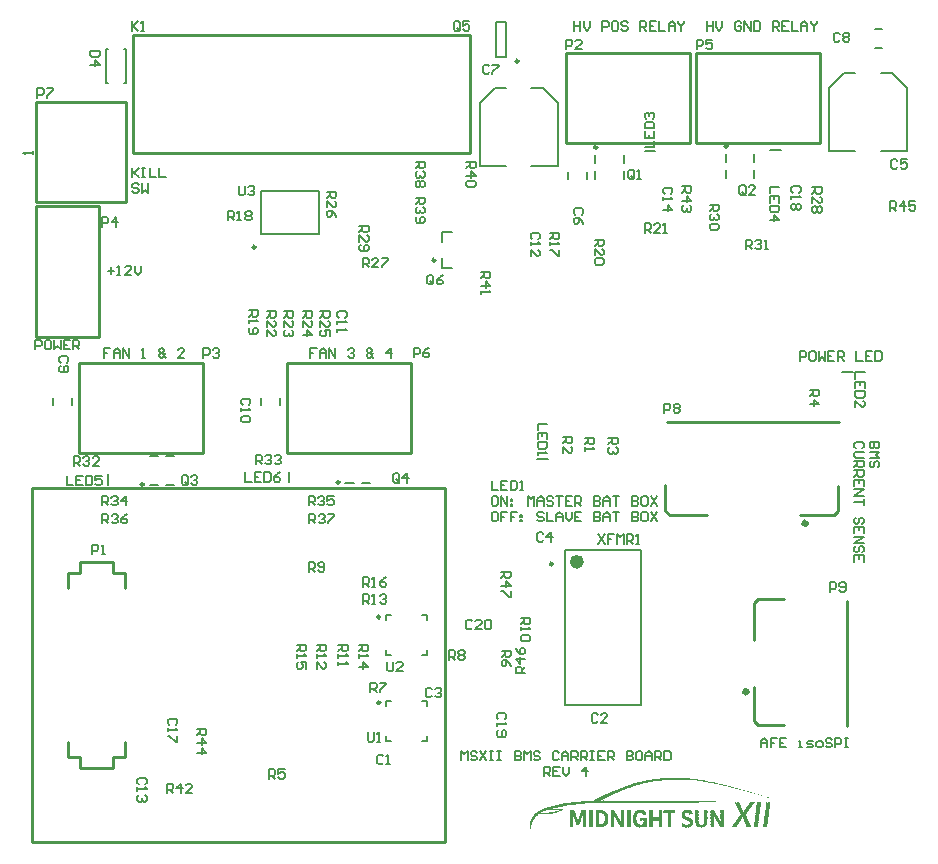
<source format=gto>
G04*
G04 #@! TF.GenerationSoftware,Altium Limited,Altium Designer,19.1.5 (86)*
G04*
G04 Layer_Color=65535*
%FSLAX25Y25*%
%MOIN*%
G70*
G01*
G75*
%ADD10C,0.01968*%
%ADD11C,0.00984*%
%ADD12C,0.00394*%
%ADD13C,0.02362*%
%ADD14C,0.01000*%
%ADD15C,0.00591*%
%ADD16C,0.00787*%
G36*
X216971Y21345D02*
X217330D01*
Y21273D01*
X217402D01*
Y21345D01*
X217474D01*
Y21273D01*
X217545D01*
Y21345D01*
X217617D01*
Y21273D01*
X217689D01*
Y21345D01*
X217760D01*
Y21273D01*
X217832D01*
Y21345D01*
X217904D01*
Y21273D01*
X218693D01*
Y21202D01*
X218765D01*
Y21273D01*
X218837D01*
Y21202D01*
X218909D01*
Y21273D01*
X218980D01*
Y21202D01*
X219196D01*
Y21130D01*
X219268D01*
Y21202D01*
X219339D01*
Y21130D01*
X219411D01*
Y21202D01*
X219483D01*
Y21130D01*
X220129D01*
Y21058D01*
X220200D01*
Y21130D01*
X220272D01*
Y21058D01*
X220344D01*
Y21130D01*
X220416D01*
Y21058D01*
X220487D01*
Y20986D01*
X220559D01*
Y21058D01*
X220631D01*
Y20986D01*
X220703D01*
Y21058D01*
X220775D01*
Y20986D01*
X221277D01*
Y20914D01*
X221349D01*
Y20986D01*
X221420D01*
Y20914D01*
X221492D01*
Y20843D01*
X221564D01*
Y20914D01*
X221636D01*
Y20843D01*
X221707D01*
Y20914D01*
X221779D01*
Y20843D01*
X222282D01*
Y20771D01*
X222353D01*
Y20843D01*
X222425D01*
Y20771D01*
X222497D01*
Y20699D01*
X222569D01*
Y20771D01*
X222640D01*
Y20699D01*
X222712D01*
Y20771D01*
X222784D01*
Y20699D01*
X223143D01*
Y20628D01*
X223214D01*
Y20699D01*
X223286D01*
Y20628D01*
X223501D01*
Y20556D01*
X224004D01*
Y20484D01*
X224076D01*
Y20556D01*
X224147D01*
Y20484D01*
X224219D01*
Y20412D01*
X224291D01*
Y20484D01*
X224363D01*
Y20412D01*
X224721D01*
Y20340D01*
X224793D01*
Y20412D01*
X224865D01*
Y20340D01*
X224937D01*
Y20269D01*
X225009D01*
Y20340D01*
X225080D01*
Y20269D01*
X225439D01*
Y20197D01*
X225511D01*
Y20269D01*
X225583D01*
Y20197D01*
X225654D01*
Y20125D01*
X225726D01*
Y20197D01*
X225798D01*
Y20125D01*
X225870D01*
Y20197D01*
X225941D01*
Y20125D01*
X226157D01*
Y20053D01*
X226228D01*
Y20125D01*
X226300D01*
Y20053D01*
X226372D01*
Y19982D01*
X226444D01*
Y20053D01*
X226516D01*
Y19982D01*
X226874D01*
Y19910D01*
X226946D01*
Y19982D01*
X227018D01*
Y19910D01*
X227090D01*
Y19838D01*
X227161D01*
Y19910D01*
X227233D01*
Y19838D01*
X227592D01*
Y19766D01*
X227664D01*
Y19838D01*
X227735D01*
Y19766D01*
X227807D01*
Y19695D01*
X228166D01*
Y19623D01*
X228238D01*
Y19695D01*
X228309D01*
Y19623D01*
X228381D01*
Y19551D01*
X228453D01*
Y19623D01*
X228525D01*
Y19551D01*
X228740D01*
Y19479D01*
X228812D01*
Y19551D01*
X228884D01*
Y19479D01*
X228955D01*
Y19408D01*
X229027D01*
Y19479D01*
X229099D01*
Y19408D01*
X229458D01*
Y19336D01*
X229530D01*
Y19408D01*
X229601D01*
Y19336D01*
X229673D01*
Y19264D01*
X230032D01*
Y19192D01*
X230247D01*
Y19120D01*
X230319D01*
Y19192D01*
X230391D01*
Y19120D01*
X230606D01*
Y19049D01*
X230678D01*
Y19120D01*
X230749D01*
Y19049D01*
X230821D01*
Y18977D01*
X230893D01*
Y19049D01*
X230965D01*
Y18977D01*
X231180D01*
Y18905D01*
X231252D01*
Y18977D01*
X231324D01*
Y18905D01*
X231395D01*
Y18833D01*
X231467D01*
Y18905D01*
X231539D01*
Y18833D01*
X231754D01*
Y18762D01*
X231826D01*
Y18833D01*
X231898D01*
Y18762D01*
X231969D01*
Y18690D01*
X232041D01*
Y18762D01*
X232113D01*
Y18690D01*
X232328D01*
Y18618D01*
X232400D01*
Y18690D01*
X232472D01*
Y18618D01*
X232543D01*
Y18546D01*
X232615D01*
Y18618D01*
X232687D01*
Y18546D01*
X232902D01*
Y18475D01*
X232974D01*
Y18546D01*
X233046D01*
Y18475D01*
X233118D01*
Y18403D01*
X233476D01*
Y18331D01*
X233548D01*
Y18259D01*
X233620D01*
Y18331D01*
X233692D01*
Y18259D01*
X234050D01*
Y18188D01*
X234266D01*
Y18116D01*
X234481D01*
Y18044D01*
X234553D01*
Y18116D01*
X234625D01*
Y18044D01*
X234696D01*
Y17972D01*
X235055D01*
Y17900D01*
X235271D01*
Y17829D01*
X235629D01*
Y17757D01*
X235701D01*
Y17685D01*
X235773D01*
Y17757D01*
X235845D01*
Y17685D01*
X236060D01*
Y17614D01*
X236132D01*
Y17685D01*
X236203D01*
Y17614D01*
X236275D01*
Y17542D01*
X236491D01*
Y17470D01*
X236562D01*
Y17542D01*
X236634D01*
Y17470D01*
X236706D01*
Y17398D01*
X236777D01*
Y17470D01*
X236849D01*
Y17398D01*
X237065D01*
Y17326D01*
X237280D01*
Y17255D01*
X237495D01*
Y17183D01*
X237567D01*
Y17255D01*
X237639D01*
Y17183D01*
X237710D01*
Y17111D01*
X237782D01*
Y17183D01*
X237854D01*
Y17111D01*
X238069D01*
Y17039D01*
X238141D01*
Y17111D01*
X238213D01*
Y17039D01*
X238284D01*
Y16968D01*
X238500D01*
Y16896D01*
X238572D01*
Y16968D01*
X238643D01*
Y16896D01*
X238715D01*
Y16824D01*
X239074D01*
Y16752D01*
X239146D01*
Y16681D01*
X239217D01*
Y16752D01*
X239289D01*
Y16681D01*
X239504D01*
Y16609D01*
X239720D01*
Y16537D01*
X240078D01*
Y16465D01*
X240294D01*
Y16394D01*
X240509D01*
Y16322D01*
X240581D01*
Y16394D01*
X240653D01*
Y16322D01*
X240724D01*
Y16250D01*
X240940D01*
Y16178D01*
X241011D01*
Y16250D01*
X241083D01*
Y16178D01*
X241155D01*
Y16106D01*
X241514D01*
Y16035D01*
X241585D01*
Y15963D01*
X241657D01*
Y16035D01*
X241729D01*
Y15963D01*
X241944D01*
Y15891D01*
X242160D01*
Y15819D01*
X242375D01*
Y15748D01*
X242447D01*
Y15819D01*
X242518D01*
Y15748D01*
X242590D01*
Y15676D01*
X242662D01*
Y15748D01*
X242734D01*
Y15676D01*
X242949D01*
Y15604D01*
X243164D01*
Y15532D01*
X243380D01*
Y15461D01*
X243595D01*
Y15389D01*
X243810D01*
Y15317D01*
X243882D01*
Y15389D01*
X243954D01*
Y15317D01*
X244025D01*
Y15245D01*
X244241D01*
Y15174D01*
X244313D01*
Y15102D01*
X244241D01*
Y15174D01*
X244025D01*
Y15245D01*
X243810D01*
Y15317D01*
X243738D01*
Y15245D01*
X243667D01*
Y15317D01*
X243595D01*
Y15389D01*
X243523D01*
Y15317D01*
X243451D01*
Y15389D01*
X243380D01*
Y15461D01*
X243308D01*
Y15389D01*
X243236D01*
Y15461D01*
X243021D01*
Y15532D01*
X242806D01*
Y15604D01*
X242590D01*
Y15676D01*
X242518D01*
Y15604D01*
X242447D01*
Y15676D01*
X242375D01*
Y15748D01*
X242016D01*
Y15819D01*
X241801D01*
Y15891D01*
X241585D01*
Y15963D01*
X241514D01*
Y15891D01*
X241442D01*
Y15963D01*
X241370D01*
Y16035D01*
X241299D01*
Y15963D01*
X241227D01*
Y16035D01*
X241011D01*
Y16106D01*
X240796D01*
Y16178D01*
X240437D01*
Y16250D01*
X240366D01*
Y16322D01*
X240294D01*
Y16250D01*
X240222D01*
Y16322D01*
X240007D01*
Y16394D01*
X239791D01*
Y16465D01*
X239576D01*
Y16537D01*
X239504D01*
Y16465D01*
X239433D01*
Y16537D01*
X239361D01*
Y16609D01*
X239289D01*
Y16537D01*
X239217D01*
Y16609D01*
X239002D01*
Y16681D01*
X238930D01*
Y16609D01*
X238859D01*
Y16681D01*
X238787D01*
Y16752D01*
X238428D01*
Y16824D01*
X238213D01*
Y16896D01*
X237998D01*
Y16968D01*
X237926D01*
Y16896D01*
X237854D01*
Y16968D01*
X237782D01*
Y17039D01*
X237710D01*
Y16968D01*
X237639D01*
Y17039D01*
X237280D01*
Y17111D01*
X237208D01*
Y17183D01*
X237136D01*
Y17111D01*
X237065D01*
Y17183D01*
X236849D01*
Y17255D01*
X236634D01*
Y17326D01*
X236562D01*
Y17255D01*
X236491D01*
Y17326D01*
X236275D01*
Y17398D01*
X236203D01*
Y17470D01*
X236132D01*
Y17398D01*
X236203D01*
Y17326D01*
X236132D01*
Y17398D01*
X236060D01*
Y17470D01*
X235701D01*
Y17542D01*
X235486D01*
Y17614D01*
X235127D01*
Y17685D01*
X235055D01*
Y17757D01*
X234983D01*
Y17685D01*
X235055D01*
Y17614D01*
X234983D01*
Y17685D01*
X234912D01*
Y17757D01*
X234553D01*
Y17829D01*
X234338D01*
Y17900D01*
X234122D01*
Y17972D01*
X234050D01*
Y17900D01*
X233979D01*
Y17972D01*
X233907D01*
Y18044D01*
X233835D01*
Y17972D01*
X233764D01*
Y18044D01*
X233405D01*
Y18116D01*
X233189D01*
Y18188D01*
X232831D01*
Y18259D01*
X232759D01*
Y18331D01*
X232687D01*
Y18259D01*
X232759D01*
Y18188D01*
X232687D01*
Y18259D01*
X232615D01*
Y18331D01*
X232257D01*
Y18403D01*
X232041D01*
Y18475D01*
X231969D01*
Y18403D01*
X231898D01*
Y18475D01*
X231682D01*
Y18546D01*
X231611D01*
Y18475D01*
X231539D01*
Y18546D01*
X231467D01*
Y18618D01*
X231108D01*
Y18690D01*
X231036D01*
Y18618D01*
X230965D01*
Y18690D01*
X230893D01*
Y18762D01*
X230821D01*
Y18690D01*
X230749D01*
Y18762D01*
X230391D01*
Y18833D01*
X230175D01*
Y18905D01*
X229817D01*
Y18977D01*
X229745D01*
Y18905D01*
X229673D01*
Y18977D01*
X229601D01*
Y19049D01*
X229530D01*
Y18977D01*
X229458D01*
Y19049D01*
X229242D01*
Y19120D01*
X229171D01*
Y19049D01*
X229099D01*
Y19120D01*
X229027D01*
Y19192D01*
X228955D01*
Y19120D01*
X229027D01*
Y19049D01*
X228955D01*
Y19120D01*
X228884D01*
Y19192D01*
X228525D01*
Y19264D01*
X228453D01*
Y19192D01*
X228381D01*
Y19264D01*
X228309D01*
Y19336D01*
X228238D01*
Y19264D01*
X228166D01*
Y19336D01*
X227807D01*
Y19408D01*
X227735D01*
Y19336D01*
X227664D01*
Y19408D01*
X227592D01*
Y19479D01*
X227520D01*
Y19408D01*
X227448D01*
Y19479D01*
X227090D01*
Y19551D01*
X226874D01*
Y19623D01*
X226802D01*
Y19551D01*
X226731D01*
Y19623D01*
X226372D01*
Y19695D01*
X226157D01*
Y19766D01*
X226085D01*
Y19695D01*
X226013D01*
Y19766D01*
X225654D01*
Y19838D01*
X225583D01*
Y19766D01*
X225511D01*
Y19838D01*
X225439D01*
Y19910D01*
X225367D01*
Y19838D01*
X225295D01*
Y19910D01*
X224937D01*
Y19982D01*
X224865D01*
Y19910D01*
X224793D01*
Y19982D01*
X224721D01*
Y20053D01*
X224650D01*
Y19982D01*
X224721D01*
Y19910D01*
X224650D01*
Y19982D01*
X224578D01*
Y20053D01*
X224506D01*
Y19982D01*
X224434D01*
Y20053D01*
X224076D01*
Y20125D01*
X224004D01*
Y20053D01*
X223932D01*
Y20125D01*
X223717D01*
Y20197D01*
X223645D01*
Y20125D01*
X223573D01*
Y20197D01*
X223214D01*
Y20269D01*
X223143D01*
Y20197D01*
X223071D01*
Y20269D01*
X222999D01*
Y20197D01*
X222927D01*
Y20269D01*
X222856D01*
Y20340D01*
X222784D01*
Y20269D01*
X222712D01*
Y20340D01*
X222640D01*
Y20269D01*
X222569D01*
Y20340D01*
X222210D01*
Y20412D01*
X222138D01*
Y20340D01*
X222066D01*
Y20412D01*
X221994D01*
Y20340D01*
X221923D01*
Y20412D01*
X221707D01*
Y20484D01*
X221636D01*
Y20412D01*
X221564D01*
Y20484D01*
X221061D01*
Y20556D01*
X220990D01*
Y20484D01*
X220918D01*
Y20556D01*
X220846D01*
Y20484D01*
X220775D01*
Y20556D01*
X220703D01*
Y20628D01*
X220631D01*
Y20556D01*
X220559D01*
Y20628D01*
X220487D01*
Y20556D01*
X220416D01*
Y20628D01*
X219626D01*
Y20699D01*
X219554D01*
Y20628D01*
X219483D01*
Y20699D01*
X219411D01*
Y20628D01*
X219339D01*
Y20699D01*
X219124D01*
Y20771D01*
X219052D01*
Y20699D01*
X218837D01*
Y20771D01*
X218765D01*
Y20699D01*
X218693D01*
Y20771D01*
X218622D01*
Y20699D01*
X218550D01*
Y20771D01*
X218478D01*
Y20699D01*
X218406D01*
Y20771D01*
X218335D01*
Y20699D01*
X218263D01*
Y20771D01*
X218191D01*
Y20699D01*
X218119D01*
Y20771D01*
X217904D01*
Y20699D01*
X217832D01*
Y20771D01*
X215321D01*
Y20699D01*
X215249D01*
Y20771D01*
X215034D01*
Y20699D01*
X214962D01*
Y20771D01*
X214890D01*
Y20699D01*
X214818D01*
Y20771D01*
X214746D01*
Y20699D01*
X214675D01*
Y20771D01*
X214603D01*
Y20699D01*
X214531D01*
Y20771D01*
X214459D01*
Y20699D01*
X214388D01*
Y20771D01*
X214316D01*
Y20699D01*
X214244D01*
Y20771D01*
X214172D01*
Y20699D01*
X214101D01*
Y20771D01*
X214029D01*
Y20699D01*
X213957D01*
Y20771D01*
X213885D01*
Y20699D01*
X213670D01*
Y20628D01*
X213598D01*
Y20699D01*
X213383D01*
Y20628D01*
X213311D01*
Y20699D01*
X213240D01*
Y20628D01*
X213168D01*
Y20699D01*
X213096D01*
Y20628D01*
X213024D01*
Y20699D01*
X212952D01*
Y20628D01*
X212881D01*
Y20699D01*
X212809D01*
Y20628D01*
X212737D01*
Y20699D01*
X212665D01*
Y20628D01*
X211733D01*
Y20556D01*
X211661D01*
Y20628D01*
X211589D01*
Y20556D01*
X211517D01*
Y20628D01*
X211445D01*
Y20556D01*
X211374D01*
Y20628D01*
X211302D01*
Y20556D01*
X211230D01*
Y20628D01*
X211158D01*
Y20556D01*
X211230D01*
Y20484D01*
X211158D01*
Y20556D01*
X211087D01*
Y20484D01*
X211015D01*
Y20556D01*
X210943D01*
Y20484D01*
X210871D01*
Y20556D01*
X210800D01*
Y20484D01*
X210154D01*
Y20412D01*
X210082D01*
Y20484D01*
X210010D01*
Y20412D01*
X209938D01*
Y20484D01*
X209867D01*
Y20412D01*
X209651D01*
Y20340D01*
X209580D01*
Y20412D01*
X209508D01*
Y20340D01*
X209436D01*
Y20412D01*
X209364D01*
Y20340D01*
X209293D01*
Y20412D01*
X209221D01*
Y20340D01*
X208718D01*
Y20269D01*
X208647D01*
Y20340D01*
X208575D01*
Y20269D01*
X208503D01*
Y20340D01*
X208431D01*
Y20269D01*
X208360D01*
Y20340D01*
X208288D01*
Y20269D01*
X208360D01*
Y20197D01*
X208288D01*
Y20269D01*
X208216D01*
Y20197D01*
X208144D01*
Y20269D01*
X208073D01*
Y20197D01*
X207570D01*
Y20125D01*
X207499D01*
Y20197D01*
X207427D01*
Y20125D01*
X207355D01*
Y20197D01*
X207283D01*
Y20125D01*
X207211D01*
Y20053D01*
X207140D01*
Y20125D01*
X207068D01*
Y20053D01*
X206996D01*
Y20125D01*
X206924D01*
Y20053D01*
X206566D01*
Y19982D01*
X206494D01*
Y20053D01*
X206422D01*
Y19982D01*
X206350D01*
Y19910D01*
X206278D01*
Y19982D01*
X206207D01*
Y19910D01*
X205848D01*
Y19838D01*
X205776D01*
Y19910D01*
X205704D01*
Y19838D01*
X205633D01*
Y19910D01*
X205561D01*
Y19838D01*
X205489D01*
Y19766D01*
X205417D01*
Y19838D01*
X205346D01*
Y19766D01*
X204987D01*
Y19695D01*
X204915D01*
Y19766D01*
X204843D01*
Y19695D01*
X204915D01*
Y19623D01*
X204843D01*
Y19695D01*
X204771D01*
Y19623D01*
X204700D01*
Y19695D01*
X204628D01*
Y19623D01*
X204413D01*
Y19551D01*
X204341D01*
Y19623D01*
X204269D01*
Y19551D01*
X204197D01*
Y19479D01*
X204126D01*
Y19551D01*
X204054D01*
Y19479D01*
X203695D01*
Y19408D01*
X203623D01*
Y19336D01*
X203552D01*
Y19408D01*
X203480D01*
Y19336D01*
X203264D01*
Y19264D01*
X203049D01*
Y19192D01*
X202977D01*
Y19264D01*
X202906D01*
Y19192D01*
X202690D01*
Y19120D01*
X202619D01*
Y19192D01*
X202547D01*
Y19120D01*
X202619D01*
Y19049D01*
X202547D01*
Y19120D01*
X202475D01*
Y19049D01*
X202260D01*
Y18977D01*
X202188D01*
Y19049D01*
X202116D01*
Y18977D01*
X202045D01*
Y18905D01*
X201686D01*
Y18833D01*
X201614D01*
Y18762D01*
X201399D01*
Y18690D01*
X201327D01*
Y18762D01*
X201255D01*
Y18690D01*
X201183D01*
Y18618D01*
X200825D01*
Y18546D01*
X200753D01*
Y18475D01*
X200394D01*
Y18403D01*
X200322D01*
Y18331D01*
X199963D01*
Y18259D01*
X199892D01*
Y18188D01*
X199676D01*
Y18116D01*
X199605D01*
Y18188D01*
X199533D01*
Y18116D01*
X199461D01*
Y18044D01*
X199246D01*
Y17972D01*
X199174D01*
Y18044D01*
X199102D01*
Y17972D01*
X199174D01*
Y17900D01*
X199102D01*
Y17972D01*
X199030D01*
Y17900D01*
X198815D01*
Y17829D01*
X198743D01*
Y17757D01*
X198672D01*
Y17829D01*
X198600D01*
Y17757D01*
X198385D01*
Y17685D01*
X198313D01*
Y17614D01*
X198098D01*
Y17542D01*
X197882D01*
Y17470D01*
X197667D01*
Y17398D01*
X197595D01*
Y17326D01*
X197380D01*
Y17255D01*
X197308D01*
Y17326D01*
X197237D01*
Y17255D01*
X197165D01*
Y17183D01*
X196949D01*
Y17111D01*
X196878D01*
Y17039D01*
X196806D01*
Y17111D01*
X196734D01*
Y17039D01*
X196662D01*
Y16968D01*
X196447D01*
Y16896D01*
X196232D01*
Y16824D01*
X196160D01*
Y16752D01*
X195945D01*
Y16681D01*
X195873D01*
Y16752D01*
X195801D01*
Y16681D01*
X195729D01*
Y16609D01*
X195514D01*
Y16537D01*
X195442D01*
Y16465D01*
X195227D01*
Y16394D01*
X195155D01*
Y16322D01*
X194940D01*
Y16250D01*
X194868D01*
Y16322D01*
X194797D01*
Y16250D01*
X194868D01*
Y16178D01*
X194797D01*
Y16250D01*
X194725D01*
Y16178D01*
X194653D01*
Y16106D01*
X194438D01*
Y16035D01*
X194222D01*
Y15963D01*
X194151D01*
Y15891D01*
X194079D01*
Y15819D01*
X194007D01*
Y15891D01*
X193935D01*
Y15819D01*
X193864D01*
Y15748D01*
X193648D01*
Y15676D01*
X193577D01*
Y15604D01*
X193361D01*
Y15532D01*
X193290D01*
Y15461D01*
X193074D01*
Y15389D01*
X193002D01*
Y15317D01*
X192787D01*
Y15245D01*
X192716D01*
Y15174D01*
X192500D01*
Y15102D01*
X192428D01*
Y15030D01*
X192213D01*
Y14958D01*
X192141D01*
Y14886D01*
X191926D01*
Y14815D01*
X191854D01*
Y14743D01*
X191639D01*
Y14671D01*
X191567D01*
Y14599D01*
X191352D01*
Y14528D01*
X191280D01*
Y14456D01*
X191065D01*
Y14384D01*
X190993D01*
Y14312D01*
X190778D01*
Y14241D01*
X190706D01*
Y14169D01*
X190491D01*
Y14097D01*
X190419D01*
Y14025D01*
X190204D01*
Y13954D01*
X190132D01*
Y13882D01*
X190060D01*
Y13810D01*
X190132D01*
Y13738D01*
X190204D01*
Y13667D01*
X190276D01*
Y13738D01*
X190634D01*
Y13810D01*
X190706D01*
Y13738D01*
X190778D01*
Y13667D01*
X190850D01*
Y13738D01*
X190921D01*
Y13810D01*
X190993D01*
Y13738D01*
X191208D01*
Y13810D01*
X191280D01*
Y13738D01*
X191352D01*
Y13667D01*
X191424D01*
Y13738D01*
X191639D01*
Y13667D01*
X191711D01*
Y13738D01*
X191926D01*
Y13667D01*
X191998D01*
Y13738D01*
X192070D01*
Y13667D01*
X192141D01*
Y13738D01*
X192213D01*
Y13667D01*
X192285D01*
Y13738D01*
X192500D01*
Y13667D01*
X192572D01*
Y13738D01*
X192644D01*
Y13667D01*
X192716D01*
Y13738D01*
X192787D01*
Y13667D01*
X192859D01*
Y13738D01*
X192931D01*
Y13667D01*
X193002D01*
Y13738D01*
X193074D01*
Y13667D01*
X193146D01*
Y13738D01*
X193218D01*
Y13667D01*
X193290D01*
Y13738D01*
X193361D01*
Y13667D01*
X193433D01*
Y13738D01*
X193505D01*
Y13667D01*
X193577D01*
Y13738D01*
X193648D01*
Y13667D01*
X193720D01*
Y13738D01*
X193792D01*
Y13667D01*
X193864D01*
Y13738D01*
X193935D01*
Y13667D01*
X194007D01*
Y13738D01*
X194079D01*
Y13667D01*
X194151D01*
Y13738D01*
X194222D01*
Y13667D01*
X194294D01*
Y13738D01*
X194366D01*
Y13667D01*
X194438D01*
Y13738D01*
X194509D01*
Y13667D01*
X194581D01*
Y13738D01*
X194653D01*
Y13667D01*
X194725D01*
Y13738D01*
X194797D01*
Y13667D01*
X194868D01*
Y13738D01*
X194940D01*
Y13667D01*
X195012D01*
Y13738D01*
X195084D01*
Y13667D01*
X195299D01*
Y13738D01*
X195371D01*
Y13667D01*
X195586D01*
Y13738D01*
X195658D01*
Y13667D01*
X195873D01*
Y13738D01*
X195945D01*
Y13667D01*
X200896D01*
Y13595D01*
X200968D01*
Y13667D01*
X201040D01*
Y13595D01*
X201112D01*
Y13667D01*
X201183D01*
Y13595D01*
X201255D01*
Y13667D01*
X201327D01*
Y13595D01*
X201399D01*
Y13667D01*
X201470D01*
Y13595D01*
X201542D01*
Y13667D01*
X201614D01*
Y13595D01*
X201686D01*
Y13667D01*
X201901D01*
Y13595D01*
X201973D01*
Y13667D01*
X202045D01*
Y13595D01*
X202116D01*
Y13667D01*
X202188D01*
Y13595D01*
X202260D01*
Y13667D01*
X202332D01*
Y13595D01*
X202403D01*
Y13667D01*
X202475D01*
Y13595D01*
X202547D01*
Y13667D01*
X202619D01*
Y13595D01*
X202690D01*
Y13667D01*
X202762D01*
Y13595D01*
X202834D01*
Y13667D01*
X202906D01*
Y13595D01*
X202977D01*
Y13667D01*
X203049D01*
Y13595D01*
X203121D01*
Y13667D01*
X203193D01*
Y13595D01*
X203264D01*
Y13667D01*
X203336D01*
Y13595D01*
X203408D01*
Y13667D01*
X203480D01*
Y13595D01*
X203552D01*
Y13667D01*
X203623D01*
Y13595D01*
X203695D01*
Y13667D01*
X203767D01*
Y13595D01*
X203839D01*
Y13667D01*
X203910D01*
Y13595D01*
X203982D01*
Y13667D01*
X204054D01*
Y13595D01*
X204126D01*
Y13667D01*
X204197D01*
Y13595D01*
X204269D01*
Y13667D01*
X204341D01*
Y13595D01*
X204413D01*
Y13667D01*
X204485D01*
Y13595D01*
X204556D01*
Y13667D01*
X204628D01*
Y13595D01*
X204700D01*
Y13667D01*
X204771D01*
Y13595D01*
X204843D01*
Y13667D01*
X204915D01*
Y13595D01*
X205130D01*
Y13667D01*
X205202D01*
Y13595D01*
X205417D01*
Y13667D01*
X205489D01*
Y13595D01*
X205704D01*
Y13667D01*
X205776D01*
Y13595D01*
X205992D01*
Y13667D01*
X206063D01*
Y13595D01*
X206278D01*
Y13667D01*
X206350D01*
Y13595D01*
X206566D01*
Y13667D01*
X206637D01*
Y13595D01*
X206853D01*
Y13667D01*
X206924D01*
Y13595D01*
X207140D01*
Y13667D01*
X207211D01*
Y13595D01*
X207427D01*
Y13667D01*
X207499D01*
Y13595D01*
X207714D01*
Y13667D01*
X207786D01*
Y13595D01*
X208001D01*
Y13667D01*
X208073D01*
Y13595D01*
X208288D01*
Y13667D01*
X208360D01*
Y13595D01*
X208431D01*
Y13667D01*
X208503D01*
Y13595D01*
X208575D01*
Y13667D01*
X208647D01*
Y13595D01*
X208718D01*
Y13667D01*
X208790D01*
Y13595D01*
X208862D01*
Y13667D01*
X208934D01*
Y13595D01*
X209005D01*
Y13667D01*
X209077D01*
Y13595D01*
X209149D01*
Y13667D01*
X209221D01*
Y13595D01*
X209293D01*
Y13667D01*
X209364D01*
Y13595D01*
X209436D01*
Y13667D01*
X209508D01*
Y13595D01*
X209580D01*
Y13667D01*
X209651D01*
Y13595D01*
X209723D01*
Y13667D01*
X209795D01*
Y13595D01*
X209867D01*
Y13667D01*
X209938D01*
Y13595D01*
X210010D01*
Y13667D01*
X210082D01*
Y13595D01*
X210154D01*
Y13667D01*
X210225D01*
Y13595D01*
X210297D01*
Y13667D01*
X210369D01*
Y13595D01*
X210441D01*
Y13667D01*
X210512D01*
Y13595D01*
X210584D01*
Y13667D01*
X210656D01*
Y13595D01*
X210728D01*
Y13667D01*
X210800D01*
Y13595D01*
X210871D01*
Y13667D01*
X210943D01*
Y13595D01*
X211015D01*
Y13667D01*
X211087D01*
Y13595D01*
X211158D01*
Y13667D01*
X211230D01*
Y13595D01*
X211302D01*
Y13667D01*
X211374D01*
Y13595D01*
X211445D01*
Y13667D01*
X211517D01*
Y13595D01*
X211589D01*
Y13667D01*
X211661D01*
Y13595D01*
X211733D01*
Y13667D01*
X211804D01*
Y13595D01*
X211876D01*
Y13667D01*
X211948D01*
Y13595D01*
X212019D01*
Y13667D01*
X212091D01*
Y13595D01*
X212163D01*
Y13667D01*
X212235D01*
Y13595D01*
X212307D01*
Y13667D01*
X212378D01*
Y13595D01*
X212450D01*
Y13667D01*
X212522D01*
Y13595D01*
X212594D01*
Y13667D01*
X212665D01*
Y13595D01*
X212737D01*
Y13667D01*
X212809D01*
Y13595D01*
X212881D01*
Y13667D01*
X212952D01*
Y13595D01*
X213024D01*
Y13667D01*
X213096D01*
Y13595D01*
X213168D01*
Y13667D01*
X213240D01*
Y13595D01*
X213311D01*
Y13667D01*
X213383D01*
Y13595D01*
X213455D01*
Y13667D01*
X213527D01*
Y13595D01*
X213598D01*
Y13667D01*
X213670D01*
Y13595D01*
X213742D01*
Y13667D01*
X213814D01*
Y13595D01*
X213885D01*
Y13667D01*
X213957D01*
Y13595D01*
X214029D01*
Y13667D01*
X214101D01*
Y13595D01*
X214172D01*
Y13667D01*
X214244D01*
Y13595D01*
X214316D01*
Y13667D01*
X214388D01*
Y13595D01*
X214459D01*
Y13667D01*
X214531D01*
Y13595D01*
X214603D01*
Y13667D01*
X214675D01*
Y13595D01*
X214746D01*
Y13667D01*
X214818D01*
Y13595D01*
X214890D01*
Y13667D01*
X214962D01*
Y13595D01*
X215034D01*
Y13667D01*
X215105D01*
Y13595D01*
X215177D01*
Y13667D01*
X215249D01*
Y13595D01*
X215321D01*
Y13667D01*
X215392D01*
Y13595D01*
X215464D01*
Y13667D01*
X215536D01*
Y13595D01*
X215608D01*
Y13667D01*
X215679D01*
Y13595D01*
X215751D01*
Y13667D01*
X215823D01*
Y13595D01*
X215895D01*
Y13667D01*
X215966D01*
Y13595D01*
X216038D01*
Y13667D01*
X216110D01*
Y13595D01*
X216182D01*
Y13667D01*
X216253D01*
Y13595D01*
X216325D01*
Y13667D01*
X216397D01*
Y13595D01*
X216469D01*
Y13667D01*
X216541D01*
Y13595D01*
X216612D01*
Y13667D01*
X216684D01*
Y13595D01*
X216756D01*
Y13667D01*
X216828D01*
Y13595D01*
X216899D01*
Y13667D01*
X216971D01*
Y13595D01*
X217043D01*
Y13667D01*
X217115D01*
Y13595D01*
X217186D01*
Y13667D01*
X217258D01*
Y13595D01*
X217330D01*
Y13667D01*
X217402D01*
Y13595D01*
X217474D01*
Y13667D01*
X217545D01*
Y13595D01*
X217617D01*
Y13667D01*
X217689D01*
Y13595D01*
X217760D01*
Y13667D01*
X217832D01*
Y13595D01*
X217904D01*
Y13667D01*
X217976D01*
Y13595D01*
X218047D01*
Y13667D01*
X218119D01*
Y13595D01*
X218191D01*
Y13667D01*
X218263D01*
Y13595D01*
X218335D01*
Y13667D01*
X218406D01*
Y13595D01*
X218478D01*
Y13667D01*
X218550D01*
Y13595D01*
X218622D01*
Y13667D01*
X218693D01*
Y13595D01*
X218765D01*
Y13667D01*
X218837D01*
Y13595D01*
X218909D01*
Y13667D01*
X218980D01*
Y13595D01*
X219052D01*
Y13667D01*
X219124D01*
Y13595D01*
X219196D01*
Y13667D01*
X219268D01*
Y13595D01*
X219339D01*
Y13667D01*
X219411D01*
Y13595D01*
X219483D01*
Y13667D01*
X219554D01*
Y13595D01*
X219626D01*
Y13667D01*
X219698D01*
Y13595D01*
X219770D01*
Y13667D01*
X219842D01*
Y13595D01*
X219913D01*
Y13667D01*
X219985D01*
Y13595D01*
X220057D01*
Y13667D01*
X220129D01*
Y13595D01*
X220200D01*
Y13667D01*
X220272D01*
Y13595D01*
X220344D01*
Y13667D01*
X220416D01*
Y13595D01*
X220631D01*
Y13667D01*
X220703D01*
Y13595D01*
X220918D01*
Y13667D01*
X220990D01*
Y13595D01*
X221061D01*
Y13523D01*
X221133D01*
Y13595D01*
X221349D01*
Y13523D01*
X221420D01*
Y13595D01*
X221492D01*
Y13523D01*
X221564D01*
Y13595D01*
X221636D01*
Y13523D01*
X221707D01*
Y13595D01*
X221779D01*
Y13523D01*
X221851D01*
Y13595D01*
X221923D01*
Y13523D01*
X221994D01*
Y13595D01*
X222066D01*
Y13523D01*
X222138D01*
Y13595D01*
X222210D01*
Y13523D01*
X222282D01*
Y13595D01*
X222353D01*
Y13523D01*
X222425D01*
Y13595D01*
X222497D01*
Y13523D01*
X222569D01*
Y13595D01*
X222640D01*
Y13523D01*
X222712D01*
Y13595D01*
X222784D01*
Y13523D01*
X222856D01*
Y13595D01*
X222927D01*
Y13523D01*
X222999D01*
Y13595D01*
X223071D01*
Y13523D01*
X223143D01*
Y13595D01*
X223358D01*
Y13523D01*
X223430D01*
Y13595D01*
X223645D01*
Y13523D01*
X223717D01*
Y13595D01*
X223932D01*
Y13523D01*
X224004D01*
Y13595D01*
X224219D01*
Y13523D01*
X224291D01*
Y13595D01*
X224363D01*
Y13523D01*
X224434D01*
Y13595D01*
X224506D01*
Y13523D01*
X224578D01*
Y13595D01*
X224793D01*
Y13523D01*
X224865D01*
Y13595D01*
X225080D01*
Y13523D01*
X225152D01*
Y13595D01*
X225224D01*
Y13667D01*
X225295D01*
Y13595D01*
X225511D01*
Y13667D01*
X225583D01*
Y13595D01*
X225798D01*
Y13667D01*
X225870D01*
Y13595D01*
X226085D01*
Y13667D01*
X226157D01*
Y13595D01*
X226372D01*
Y13667D01*
X226444D01*
Y13595D01*
X226659D01*
Y13667D01*
X226731D01*
Y13595D01*
X226946D01*
Y13667D01*
X227018D01*
Y13595D01*
X227090D01*
Y13667D01*
X227161D01*
Y13595D01*
X227233D01*
Y13667D01*
X227305D01*
Y13595D01*
X227377D01*
Y13667D01*
X227448D01*
Y13595D01*
X227520D01*
Y13667D01*
X227592D01*
Y13595D01*
X227664D01*
Y13667D01*
X227735D01*
Y13595D01*
X227807D01*
Y13667D01*
X227879D01*
Y13595D01*
X227951D01*
Y13667D01*
X228023D01*
Y13595D01*
X228094D01*
Y13667D01*
X229745D01*
Y13595D01*
X228955D01*
Y13523D01*
X228884D01*
Y13595D01*
X228812D01*
Y13523D01*
X228740D01*
Y13595D01*
X228668D01*
Y13523D01*
X228597D01*
Y13595D01*
X228525D01*
Y13523D01*
X228309D01*
Y13451D01*
X228238D01*
Y13523D01*
X228166D01*
Y13451D01*
X228094D01*
Y13523D01*
X228023D01*
Y13451D01*
X227951D01*
Y13523D01*
X227879D01*
Y13451D01*
X227807D01*
Y13523D01*
X227735D01*
Y13451D01*
X226946D01*
Y13379D01*
X226874D01*
Y13451D01*
X226802D01*
Y13379D01*
X226731D01*
Y13451D01*
X226659D01*
Y13379D01*
X226587D01*
Y13451D01*
X226516D01*
Y13379D01*
X226444D01*
Y13451D01*
X226372D01*
Y13379D01*
X226157D01*
Y13308D01*
X226085D01*
Y13379D01*
X226013D01*
Y13308D01*
X225941D01*
Y13379D01*
X225870D01*
Y13308D01*
X225798D01*
Y13379D01*
X225726D01*
Y13308D01*
X224793D01*
Y13236D01*
X224721D01*
Y13308D01*
X224650D01*
Y13236D01*
X224578D01*
Y13308D01*
X224506D01*
Y13236D01*
X224291D01*
Y13308D01*
X224219D01*
Y13236D01*
X224004D01*
Y13164D01*
X223932D01*
Y13236D01*
X223860D01*
Y13164D01*
X223788D01*
Y13236D01*
X223717D01*
Y13164D01*
X223645D01*
Y13236D01*
X223573D01*
Y13164D01*
X223501D01*
Y13236D01*
X223430D01*
Y13164D01*
X222353D01*
Y13092D01*
X222282D01*
Y13164D01*
X222210D01*
Y13092D01*
X222138D01*
Y13164D01*
X222066D01*
Y13092D01*
X221994D01*
Y13164D01*
X221923D01*
Y13092D01*
X221851D01*
Y13164D01*
X221779D01*
Y13092D01*
X221851D01*
Y13021D01*
X221779D01*
Y13092D01*
X221564D01*
Y13021D01*
X221492D01*
Y13092D01*
X221420D01*
Y13021D01*
X221349D01*
Y13092D01*
X221277D01*
Y13021D01*
X221205D01*
Y13092D01*
X221133D01*
Y13021D01*
X221061D01*
Y13092D01*
X220990D01*
Y13021D01*
X220918D01*
Y13092D01*
X220846D01*
Y13021D01*
X219339D01*
Y12949D01*
X219268D01*
Y13021D01*
X219052D01*
Y12949D01*
X218980D01*
Y13021D01*
X218909D01*
Y12949D01*
X218837D01*
Y13021D01*
X218765D01*
Y12949D01*
X218693D01*
Y13021D01*
X218622D01*
Y12949D01*
X218550D01*
Y13021D01*
X218478D01*
Y12949D01*
X218406D01*
Y13021D01*
X218335D01*
Y12949D01*
X218263D01*
Y13021D01*
X218191D01*
Y12949D01*
X218119D01*
Y13021D01*
X218047D01*
Y12949D01*
X217976D01*
Y13021D01*
X217904D01*
Y12949D01*
X217689D01*
Y13021D01*
X217617D01*
Y12949D01*
X217402D01*
Y12877D01*
X217330D01*
Y12949D01*
X216971D01*
Y12877D01*
X216899D01*
Y12949D01*
X216828D01*
Y12877D01*
X216756D01*
Y12949D01*
X216684D01*
Y12877D01*
X216612D01*
Y12949D01*
X216541D01*
Y12877D01*
X216469D01*
Y12949D01*
X216397D01*
Y12877D01*
X216325D01*
Y12949D01*
X216253D01*
Y12877D01*
X216182D01*
Y12949D01*
X216110D01*
Y12877D01*
X216038D01*
Y12949D01*
X215966D01*
Y12877D01*
X215895D01*
Y12949D01*
X215823D01*
Y12877D01*
X215751D01*
Y12949D01*
X215679D01*
Y12877D01*
X215608D01*
Y12949D01*
X215536D01*
Y12877D01*
X215464D01*
Y12949D01*
X215392D01*
Y12877D01*
X215321D01*
Y12949D01*
X215249D01*
Y12877D01*
X215177D01*
Y12949D01*
X215105D01*
Y12877D01*
X215034D01*
Y12949D01*
X214962D01*
Y12877D01*
X214890D01*
Y12949D01*
X214818D01*
Y12877D01*
X214746D01*
Y12949D01*
X214675D01*
Y12877D01*
X214603D01*
Y12949D01*
X214531D01*
Y12877D01*
X214459D01*
Y12949D01*
X214388D01*
Y12877D01*
X214316D01*
Y12949D01*
X214244D01*
Y12877D01*
X214172D01*
Y12949D01*
X214101D01*
Y12877D01*
X214029D01*
Y12949D01*
X213957D01*
Y12877D01*
X213885D01*
Y12949D01*
X213814D01*
Y12877D01*
X213742D01*
Y12949D01*
X213670D01*
Y12877D01*
X213598D01*
Y12949D01*
X213527D01*
Y12877D01*
X213455D01*
Y12949D01*
X213383D01*
Y12877D01*
X213024D01*
Y12949D01*
X212952D01*
Y12877D01*
X212450D01*
Y12949D01*
X212378D01*
Y12877D01*
X202116D01*
Y12949D01*
X202045D01*
Y12877D01*
X201542D01*
Y12949D01*
X201470D01*
Y12877D01*
X200968D01*
Y12949D01*
X200896D01*
Y12877D01*
X200681D01*
Y12949D01*
X200609D01*
Y12877D01*
X200537D01*
Y12949D01*
X200466D01*
Y12877D01*
X200394D01*
Y12949D01*
X200322D01*
Y12877D01*
X200251D01*
Y12949D01*
X200179D01*
Y12877D01*
X200107D01*
Y12949D01*
X200035D01*
Y12877D01*
X199963D01*
Y12949D01*
X199892D01*
Y12877D01*
X199820D01*
Y12949D01*
X199748D01*
Y12877D01*
X199676D01*
Y12949D01*
X199605D01*
Y12877D01*
X199533D01*
Y12949D01*
X199461D01*
Y12877D01*
X199389D01*
Y12949D01*
X199318D01*
Y12877D01*
X199246D01*
Y12949D01*
X199174D01*
Y12877D01*
X199102D01*
Y12949D01*
X199030D01*
Y12877D01*
X198959D01*
Y12949D01*
X198887D01*
Y12877D01*
X198815D01*
Y12949D01*
X198743D01*
Y12877D01*
X198672D01*
Y12949D01*
X198600D01*
Y12877D01*
X198528D01*
Y12949D01*
X198456D01*
Y12877D01*
X198385D01*
Y12949D01*
X198313D01*
Y12877D01*
X198241D01*
Y12949D01*
X198169D01*
Y12877D01*
X198098D01*
Y12949D01*
X198026D01*
Y12877D01*
X197954D01*
Y12949D01*
X197882D01*
Y12877D01*
X197811D01*
Y12949D01*
X197739D01*
Y12877D01*
X197667D01*
Y12949D01*
X197595D01*
Y12877D01*
X197523D01*
Y12949D01*
X197308D01*
Y12877D01*
X197237D01*
Y12949D01*
X197165D01*
Y12877D01*
X197093D01*
Y12949D01*
X197021D01*
Y12877D01*
X196949D01*
Y12949D01*
X196734D01*
Y12877D01*
X196662D01*
Y12949D01*
X196160D01*
Y12877D01*
X196088D01*
Y12949D01*
X195873D01*
Y13021D01*
X195801D01*
Y12949D01*
X195586D01*
Y13021D01*
X195514D01*
Y12949D01*
X195299D01*
Y13021D01*
X195227D01*
Y12949D01*
X195012D01*
Y13021D01*
X194940D01*
Y12949D01*
X194725D01*
Y13021D01*
X194653D01*
Y12949D01*
X194581D01*
Y13021D01*
X194509D01*
Y12949D01*
X194438D01*
Y13021D01*
X194366D01*
Y12949D01*
X194294D01*
Y13021D01*
X194222D01*
Y12949D01*
X194151D01*
Y13021D01*
X194079D01*
Y12949D01*
X194007D01*
Y13021D01*
X193935D01*
Y12949D01*
X193864D01*
Y13021D01*
X193792D01*
Y12949D01*
X193720D01*
Y13021D01*
X193648D01*
Y12949D01*
X193577D01*
Y13021D01*
X193505D01*
Y12949D01*
X193433D01*
Y13021D01*
X193361D01*
Y12949D01*
X193290D01*
Y13021D01*
X193218D01*
Y12949D01*
X193146D01*
Y13021D01*
X193074D01*
Y12949D01*
X193002D01*
Y13021D01*
X192931D01*
Y12949D01*
X192859D01*
Y13021D01*
X192787D01*
Y12949D01*
X192716D01*
Y13021D01*
X192644D01*
Y12949D01*
X192572D01*
Y13021D01*
X192500D01*
Y12949D01*
X192428D01*
Y13021D01*
X192357D01*
Y12949D01*
X192285D01*
Y13021D01*
X192070D01*
Y12949D01*
X191998D01*
Y13021D01*
X191783D01*
Y12949D01*
X191711D01*
Y13021D01*
X191496D01*
Y12949D01*
X191424D01*
Y13021D01*
X191208D01*
Y12949D01*
X191137D01*
Y13021D01*
X190921D01*
Y12949D01*
X190850D01*
Y13021D01*
X190634D01*
Y12949D01*
X190563D01*
Y13021D01*
X190491D01*
Y12949D01*
X190419D01*
Y13021D01*
X190347D01*
Y12949D01*
X190276D01*
Y13021D01*
X190204D01*
Y12949D01*
X190132D01*
Y13021D01*
X190060D01*
Y12949D01*
X189989D01*
Y13021D01*
X189917D01*
Y12949D01*
X189845D01*
Y13021D01*
X189773D01*
Y12949D01*
X189701D01*
Y13021D01*
X189630D01*
Y12949D01*
X189558D01*
Y13021D01*
X189486D01*
Y12949D01*
X189414D01*
Y13021D01*
X189343D01*
Y12949D01*
X189271D01*
Y13021D01*
X189199D01*
Y12949D01*
X189127D01*
Y13021D01*
X189056D01*
Y12949D01*
X188984D01*
Y13021D01*
X188912D01*
Y12949D01*
X188840D01*
Y13021D01*
X188768D01*
Y12949D01*
X188697D01*
Y13021D01*
X188625D01*
Y12949D01*
X188410D01*
Y13021D01*
X188338D01*
Y12949D01*
X188123D01*
Y13021D01*
X188051D01*
Y12949D01*
X187549D01*
Y12877D01*
X187477D01*
Y12949D01*
X187405D01*
Y12877D01*
X187333D01*
Y12949D01*
X187261D01*
Y12877D01*
X187190D01*
Y12949D01*
X187118D01*
Y12877D01*
X187046D01*
Y12949D01*
X186975D01*
Y12877D01*
X186903D01*
Y12949D01*
X186831D01*
Y12877D01*
X186759D01*
Y12949D01*
X186687D01*
Y12877D01*
X186616D01*
Y12949D01*
X186544D01*
Y12877D01*
X185324D01*
Y12805D01*
X185252D01*
Y12877D01*
X185180D01*
Y12805D01*
X185109D01*
Y12877D01*
X185037D01*
Y12805D01*
X184965D01*
Y12877D01*
X184893D01*
Y12805D01*
X184822D01*
Y12877D01*
X184750D01*
Y12805D01*
X184822D01*
Y12734D01*
X184750D01*
Y12805D01*
X184535D01*
Y12734D01*
X184463D01*
Y12805D01*
X184391D01*
Y12734D01*
X183458D01*
Y12662D01*
X183386D01*
Y12734D01*
X183315D01*
Y12662D01*
X183243D01*
Y12734D01*
X183171D01*
Y12662D01*
X182956D01*
Y12590D01*
X182884D01*
Y12662D01*
X182812D01*
Y12590D01*
X182740D01*
Y12662D01*
X182669D01*
Y12590D01*
X182597D01*
Y12662D01*
X182525D01*
Y12590D01*
X181879D01*
Y12518D01*
X181808D01*
Y12590D01*
X181736D01*
Y12518D01*
X181664D01*
Y12590D01*
X181592D01*
Y12518D01*
X181664D01*
Y12447D01*
X181592D01*
Y12518D01*
X181520D01*
Y12447D01*
X181449D01*
Y12518D01*
X181377D01*
Y12447D01*
X181305D01*
Y12518D01*
X181234D01*
Y12447D01*
X180731D01*
Y12375D01*
X180659D01*
Y12447D01*
X180588D01*
Y12375D01*
X180372D01*
Y12303D01*
X180301D01*
Y12375D01*
X180229D01*
Y12303D01*
X180157D01*
Y12375D01*
X180085D01*
Y12303D01*
X179583D01*
Y12231D01*
X179511D01*
Y12303D01*
X179439D01*
Y12231D01*
X179368D01*
Y12303D01*
X179296D01*
Y12231D01*
X179368D01*
Y12160D01*
X179296D01*
Y12231D01*
X179224D01*
Y12160D01*
X179152D01*
Y12231D01*
X179081D01*
Y12160D01*
X178578D01*
Y12088D01*
X178363D01*
Y12016D01*
X178291D01*
Y12088D01*
X178219D01*
Y12016D01*
X178148D01*
Y12088D01*
X178076D01*
Y12016D01*
X177717D01*
Y11944D01*
X177645D01*
Y12016D01*
X177574D01*
Y11944D01*
X177502D01*
Y11873D01*
X177430D01*
Y11944D01*
X177358D01*
Y11873D01*
X176999D01*
Y11801D01*
X176928D01*
Y11873D01*
X176856D01*
Y11801D01*
X176641D01*
Y11729D01*
X176282D01*
Y11657D01*
X176210D01*
Y11729D01*
X176138D01*
Y11657D01*
X176067D01*
Y11585D01*
X175995D01*
Y11657D01*
X175923D01*
Y11585D01*
X175708D01*
Y11514D01*
X175636D01*
Y11585D01*
X175564D01*
Y11514D01*
X175493D01*
Y11585D01*
X175421D01*
Y11514D01*
X175349D01*
Y11442D01*
X174990D01*
Y11370D01*
X174918D01*
Y11442D01*
X174847D01*
Y11370D01*
X174775D01*
Y11298D01*
X174703D01*
Y11370D01*
X174631D01*
Y11298D01*
X174416D01*
Y11227D01*
X174344D01*
Y11298D01*
X174273D01*
Y11227D01*
X174201D01*
Y11155D01*
X174129D01*
Y11227D01*
X174057D01*
Y11155D01*
X173842D01*
Y11083D01*
X173627D01*
Y11011D01*
X173555D01*
Y11083D01*
X173483D01*
Y11011D01*
X173411D01*
Y10940D01*
X175062D01*
Y10868D01*
X175134D01*
Y10940D01*
X175349D01*
Y10868D01*
X175421D01*
Y10940D01*
X175493D01*
Y10868D01*
X175564D01*
Y10940D01*
X175636D01*
Y10868D01*
X175708D01*
Y10940D01*
X175779D01*
Y10868D01*
X175851D01*
Y10940D01*
X175923D01*
Y10868D01*
X175995D01*
Y10940D01*
X176067D01*
Y10868D01*
X176282D01*
Y10940D01*
X176354D01*
Y10868D01*
X176425D01*
Y10796D01*
X176497D01*
Y10868D01*
X176713D01*
Y10796D01*
X176784D01*
Y10868D01*
X176856D01*
Y10796D01*
X176928D01*
Y10868D01*
X176999D01*
Y10796D01*
X177071D01*
Y10868D01*
X177143D01*
Y10796D01*
X177215D01*
Y10868D01*
X177287D01*
Y10796D01*
X177502D01*
Y10724D01*
X177287D01*
Y10652D01*
X177215D01*
Y10581D01*
X177143D01*
Y10652D01*
X177071D01*
Y10581D01*
X176999D01*
Y10509D01*
X176784D01*
Y10437D01*
X176569D01*
Y10366D01*
X176497D01*
Y10294D01*
X176282D01*
Y10222D01*
X176210D01*
Y10150D01*
X175995D01*
Y10078D01*
X175779D01*
Y10007D01*
X175564D01*
Y9935D01*
X175349D01*
Y9863D01*
X175134D01*
Y9791D01*
X174918D01*
Y9720D01*
X174703D01*
Y9648D01*
X174631D01*
Y9720D01*
X174560D01*
Y9648D01*
X174488D01*
Y9576D01*
X174416D01*
Y9648D01*
X174344D01*
Y9576D01*
X174129D01*
Y9504D01*
X174057D01*
Y9576D01*
X173986D01*
Y9504D01*
X173914D01*
Y9433D01*
X173842D01*
Y9504D01*
X173770D01*
Y9433D01*
X173411D01*
Y9361D01*
X173340D01*
Y9433D01*
X173268D01*
Y9361D01*
X173196D01*
Y9289D01*
X173124D01*
Y9361D01*
X173053D01*
Y9289D01*
X172550D01*
Y9217D01*
X172478D01*
Y9289D01*
X172407D01*
Y9217D01*
X172335D01*
Y9289D01*
X172263D01*
Y9217D01*
X172048D01*
Y9145D01*
X171976D01*
Y9217D01*
X171904D01*
Y9145D01*
X171833D01*
Y9217D01*
X171761D01*
Y9145D01*
X171689D01*
Y9217D01*
X171617D01*
Y9145D01*
X171546D01*
Y9217D01*
X171474D01*
Y9145D01*
X171402D01*
Y9217D01*
X171330D01*
Y9145D01*
X170541D01*
Y9217D01*
X170469D01*
Y9145D01*
X170397D01*
Y9217D01*
X170326D01*
Y9145D01*
X170254D01*
Y9217D01*
X170182D01*
Y9145D01*
X170110D01*
Y9217D01*
X170039D01*
Y9145D01*
X169967D01*
Y9217D01*
X169752D01*
Y9289D01*
X169680D01*
Y9217D01*
X169608D01*
Y9289D01*
X169536D01*
Y9217D01*
X169465D01*
Y9289D01*
X169106D01*
Y9217D01*
X169034D01*
Y9145D01*
X168962D01*
Y9074D01*
X168890D01*
Y9002D01*
X168819D01*
Y8930D01*
X168747D01*
Y8858D01*
X168675D01*
Y8787D01*
X168603D01*
Y8715D01*
X168460D01*
Y8643D01*
X168388D01*
Y8571D01*
X168245D01*
Y8428D01*
X168101D01*
Y8284D01*
X167957D01*
Y8141D01*
X167886D01*
Y7997D01*
X167814D01*
Y7926D01*
X167742D01*
Y7854D01*
X167670D01*
Y7782D01*
X167599D01*
Y7710D01*
X167527D01*
Y7567D01*
X167383D01*
Y7495D01*
X167455D01*
Y7423D01*
X167383D01*
Y7351D01*
X167312D01*
Y7280D01*
X167240D01*
Y7064D01*
X167168D01*
Y6993D01*
X167096D01*
Y6849D01*
X167025D01*
Y6706D01*
X166953D01*
Y6490D01*
X166881D01*
Y6419D01*
X166809D01*
Y6347D01*
X166881D01*
Y6275D01*
X166809D01*
Y6060D01*
X166737D01*
Y5988D01*
X166666D01*
Y5916D01*
X166737D01*
Y5844D01*
X166666D01*
Y5629D01*
X166594D01*
Y5557D01*
X166522D01*
Y5486D01*
X166594D01*
Y5414D01*
X166522D01*
Y5342D01*
X166594D01*
Y5270D01*
X166522D01*
Y5055D01*
X166451D01*
Y4840D01*
X166379D01*
Y4768D01*
X166451D01*
Y4696D01*
X166379D01*
Y4625D01*
X166451D01*
Y4553D01*
X166379D01*
Y4481D01*
X166451D01*
Y4409D01*
X166379D01*
Y4194D01*
X166307D01*
Y4266D01*
X166235D01*
Y4625D01*
X166163D01*
Y4696D01*
X166235D01*
Y4768D01*
X166163D01*
Y4840D01*
X166235D01*
Y4911D01*
X166163D01*
Y5270D01*
X166092D01*
Y5342D01*
X166163D01*
Y5414D01*
X166092D01*
Y5486D01*
X166163D01*
Y5557D01*
X166092D01*
Y5629D01*
X166163D01*
Y5844D01*
X166092D01*
Y5916D01*
X166163D01*
Y6275D01*
X166235D01*
Y6347D01*
X166163D01*
Y6419D01*
X166235D01*
Y6777D01*
X166307D01*
Y6849D01*
X166235D01*
Y6921D01*
X166307D01*
Y7136D01*
X166379D01*
Y7351D01*
X166451D01*
Y7567D01*
X166522D01*
Y7638D01*
X166594D01*
Y7782D01*
X166666D01*
Y7926D01*
X166737D01*
Y7997D01*
X166809D01*
Y8069D01*
X166881D01*
Y8284D01*
X166953D01*
Y8356D01*
X167025D01*
Y8428D01*
X167096D01*
Y8500D01*
X167168D01*
Y8643D01*
X167240D01*
Y8787D01*
X167383D01*
Y8930D01*
X167527D01*
Y9074D01*
X167599D01*
Y9145D01*
X167670D01*
Y9217D01*
X167742D01*
Y9289D01*
X167814D01*
Y9361D01*
X167957D01*
Y9504D01*
X168101D01*
Y9648D01*
X168316D01*
Y9720D01*
X168388D01*
Y9791D01*
X168460D01*
Y9863D01*
X168532D01*
Y9935D01*
X168603D01*
Y10007D01*
X168675D01*
Y10078D01*
X168890D01*
Y10150D01*
X168962D01*
Y10222D01*
X169106D01*
Y10294D01*
X169249D01*
Y10366D01*
X169321D01*
Y10437D01*
X169393D01*
Y10509D01*
X169608D01*
Y10581D01*
X169680D01*
Y10652D01*
X169895D01*
Y10724D01*
X169967D01*
Y10796D01*
X170182D01*
Y10868D01*
X170254D01*
Y10940D01*
X170469D01*
Y11011D01*
X170541D01*
Y11083D01*
X170613D01*
Y11011D01*
X170684D01*
Y11083D01*
X170756D01*
Y11155D01*
X170972D01*
Y11227D01*
X171187D01*
Y11298D01*
X171259D01*
Y11370D01*
X171617D01*
Y11442D01*
X171689D01*
Y11514D01*
X171904D01*
Y11585D01*
X171976D01*
Y11514D01*
X172048D01*
Y11585D01*
X172120D01*
Y11657D01*
X172192D01*
Y11585D01*
X172263D01*
Y11657D01*
X172478D01*
Y11729D01*
X172550D01*
Y11801D01*
X172622D01*
Y11729D01*
X172694D01*
Y11801D01*
X173053D01*
Y11873D01*
X173124D01*
Y11944D01*
X173196D01*
Y11873D01*
X173268D01*
Y11944D01*
X173627D01*
Y12016D01*
X173842D01*
Y12088D01*
X173914D01*
Y12016D01*
X173986D01*
Y12088D01*
X174201D01*
Y12160D01*
X174273D01*
Y12088D01*
X174344D01*
Y12160D01*
X174416D01*
Y12231D01*
X174488D01*
Y12160D01*
X174560D01*
Y12231D01*
X174631D01*
Y12160D01*
X174703D01*
Y12231D01*
X174918D01*
Y12303D01*
X174990D01*
Y12231D01*
X175062D01*
Y12303D01*
X175134D01*
Y12375D01*
X175206D01*
Y12303D01*
X175277D01*
Y12375D01*
X175636D01*
Y12447D01*
X175708D01*
Y12375D01*
X175779D01*
Y12447D01*
X175851D01*
Y12518D01*
X175923D01*
Y12447D01*
X175995D01*
Y12518D01*
X176354D01*
Y12590D01*
X176425D01*
Y12518D01*
X176497D01*
Y12590D01*
X176569D01*
Y12662D01*
X176641D01*
Y12590D01*
X176713D01*
Y12662D01*
X177071D01*
Y12734D01*
X177143D01*
Y12662D01*
X177215D01*
Y12734D01*
X177287D01*
Y12805D01*
X177358D01*
Y12734D01*
X177430D01*
Y12805D01*
X177502D01*
Y12734D01*
X177574D01*
Y12805D01*
X177789D01*
Y12877D01*
X177861D01*
Y12805D01*
X177932D01*
Y12877D01*
X178004D01*
Y12805D01*
X178076D01*
Y12877D01*
X178148D01*
Y12949D01*
X178219D01*
Y12877D01*
X178291D01*
Y12949D01*
X178794D01*
Y13021D01*
X178865D01*
Y12949D01*
X178937D01*
Y13021D01*
X179009D01*
Y13092D01*
X179081D01*
Y13021D01*
X179152D01*
Y13092D01*
X179224D01*
Y13021D01*
X179296D01*
Y13092D01*
X179798D01*
Y13164D01*
X179870D01*
Y13092D01*
X179942D01*
Y13164D01*
X180014D01*
Y13092D01*
X180085D01*
Y13164D01*
X180301D01*
Y13236D01*
X180372D01*
Y13164D01*
X180444D01*
Y13236D01*
X180516D01*
Y13164D01*
X180588D01*
Y13236D01*
X181090D01*
Y13308D01*
X181162D01*
Y13236D01*
X181234D01*
Y13308D01*
X181305D01*
Y13236D01*
X181377D01*
Y13308D01*
X181449D01*
Y13236D01*
X181520D01*
Y13308D01*
X181592D01*
Y13379D01*
X181664D01*
Y13308D01*
X181736D01*
Y13379D01*
X181808D01*
Y13308D01*
X181879D01*
Y13379D01*
X181951D01*
Y13308D01*
X182023D01*
Y13379D01*
X182669D01*
Y13451D01*
X182740D01*
Y13379D01*
X182812D01*
Y13451D01*
X182884D01*
Y13379D01*
X182956D01*
Y13451D01*
X183028D01*
Y13379D01*
X183099D01*
Y13451D01*
X183315D01*
Y13523D01*
X183386D01*
Y13451D01*
X183458D01*
Y13523D01*
X183530D01*
Y13451D01*
X183602D01*
Y13523D01*
X183673D01*
Y13451D01*
X183745D01*
Y13523D01*
X184535D01*
Y13595D01*
X184606D01*
Y13523D01*
X184678D01*
Y13595D01*
X184750D01*
Y13523D01*
X184822D01*
Y13595D01*
X184893D01*
Y13523D01*
X184965D01*
Y13595D01*
X185037D01*
Y13667D01*
X185109D01*
Y13595D01*
X185180D01*
Y13667D01*
X185252D01*
Y13595D01*
X185324D01*
Y13667D01*
X185396D01*
Y13595D01*
X185468D01*
Y13667D01*
X185539D01*
Y13595D01*
X185611D01*
Y13667D01*
X185683D01*
Y13595D01*
X185755D01*
Y13667D01*
X187190D01*
Y13810D01*
X187261D01*
Y13738D01*
X187333D01*
Y13810D01*
X187405D01*
Y13882D01*
X187620D01*
Y13954D01*
X187692D01*
Y14025D01*
X187764D01*
Y14097D01*
X187979D01*
Y14169D01*
X188051D01*
Y14241D01*
X188266D01*
Y14312D01*
X188338D01*
Y14384D01*
X188553D01*
Y14456D01*
X188625D01*
Y14528D01*
X188840D01*
Y14599D01*
X188912D01*
Y14671D01*
X189056D01*
Y14815D01*
X189127D01*
Y14743D01*
X189199D01*
Y14815D01*
X189271D01*
Y14886D01*
X189343D01*
Y14815D01*
X189414D01*
Y14886D01*
X189486D01*
Y14958D01*
X189558D01*
Y15030D01*
X189630D01*
Y15102D01*
X189845D01*
Y15174D01*
X190060D01*
Y15245D01*
X190132D01*
Y15317D01*
X190204D01*
Y15389D01*
X190419D01*
Y15461D01*
X190491D01*
Y15389D01*
X190563D01*
Y15461D01*
X190634D01*
Y15532D01*
X190706D01*
Y15604D01*
X190778D01*
Y15532D01*
X190850D01*
Y15604D01*
X190921D01*
Y15676D01*
X191137D01*
Y15748D01*
X191208D01*
Y15819D01*
X191424D01*
Y15891D01*
X191496D01*
Y15963D01*
X191711D01*
Y16035D01*
X191783D01*
Y16106D01*
X191854D01*
Y16035D01*
X191926D01*
Y16106D01*
X191998D01*
Y16178D01*
X192070D01*
Y16106D01*
X192141D01*
Y16178D01*
X192213D01*
Y16250D01*
X192428D01*
Y16322D01*
X192500D01*
Y16394D01*
X192716D01*
Y16465D01*
X192787D01*
Y16537D01*
X192859D01*
Y16465D01*
X192931D01*
Y16537D01*
X193146D01*
Y16609D01*
X193218D01*
Y16681D01*
X193433D01*
Y16752D01*
X193505D01*
Y16824D01*
X193577D01*
Y16752D01*
X193648D01*
Y16824D01*
X193864D01*
Y16896D01*
X193935D01*
Y16968D01*
X194151D01*
Y17039D01*
X194222D01*
Y17111D01*
X194438D01*
Y17183D01*
X194509D01*
Y17111D01*
X194581D01*
Y17183D01*
X194653D01*
Y17255D01*
X194868D01*
Y17326D01*
X194940D01*
Y17398D01*
X195012D01*
Y17326D01*
X195084D01*
Y17398D01*
X195299D01*
Y17470D01*
X195371D01*
Y17542D01*
X195586D01*
Y17614D01*
X195658D01*
Y17685D01*
X195873D01*
Y17757D01*
X195945D01*
Y17685D01*
X196017D01*
Y17757D01*
X196088D01*
Y17829D01*
X196304D01*
Y17900D01*
X196519D01*
Y17972D01*
X196734D01*
Y18044D01*
X196806D01*
Y18116D01*
X197021D01*
Y18188D01*
X197093D01*
Y18259D01*
X197165D01*
Y18188D01*
X197237D01*
Y18259D01*
X197452D01*
Y18331D01*
X197523D01*
Y18403D01*
X197595D01*
Y18331D01*
X197667D01*
Y18403D01*
X197739D01*
Y18475D01*
X197811D01*
Y18403D01*
X197882D01*
Y18475D01*
X197954D01*
Y18546D01*
X198169D01*
Y18618D01*
X198241D01*
Y18546D01*
X198313D01*
Y18618D01*
X198385D01*
Y18690D01*
X198600D01*
Y18762D01*
X198672D01*
Y18833D01*
X198743D01*
Y18762D01*
X198815D01*
Y18833D01*
X199030D01*
Y18905D01*
X199102D01*
Y18977D01*
X199318D01*
Y19049D01*
X199533D01*
Y19120D01*
X199748D01*
Y19192D01*
X199820D01*
Y19264D01*
X199892D01*
Y19192D01*
X199963D01*
Y19264D01*
X200179D01*
Y19336D01*
X200251D01*
Y19408D01*
X200322D01*
Y19336D01*
X200394D01*
Y19408D01*
X200609D01*
Y19479D01*
X200681D01*
Y19408D01*
X200753D01*
Y19479D01*
X200825D01*
Y19551D01*
X200896D01*
Y19479D01*
X200968D01*
Y19551D01*
X201183D01*
Y19623D01*
X201399D01*
Y19695D01*
X201614D01*
Y19766D01*
X201686D01*
Y19695D01*
X201758D01*
Y19766D01*
X201829D01*
Y19838D01*
X201901D01*
Y19766D01*
X201973D01*
Y19838D01*
X202188D01*
Y19910D01*
X202403D01*
Y19982D01*
X202475D01*
Y19910D01*
X202547D01*
Y19982D01*
X202762D01*
Y20053D01*
X202834D01*
Y19982D01*
X202906D01*
Y20053D01*
X202977D01*
Y20125D01*
X203049D01*
Y20053D01*
X203121D01*
Y20125D01*
X203480D01*
Y20197D01*
X203552D01*
Y20125D01*
X203623D01*
Y20197D01*
X203695D01*
Y20269D01*
X204054D01*
Y20340D01*
X204126D01*
Y20269D01*
X204197D01*
Y20340D01*
X204269D01*
Y20269D01*
X204341D01*
Y20340D01*
X204413D01*
Y20412D01*
X204771D01*
Y20484D01*
X204843D01*
Y20412D01*
X204915D01*
Y20484D01*
X205130D01*
Y20556D01*
X205633D01*
Y20628D01*
X205704D01*
Y20556D01*
X205776D01*
Y20628D01*
X205848D01*
Y20699D01*
X205920D01*
Y20628D01*
X205992D01*
Y20699D01*
X206350D01*
Y20771D01*
X206422D01*
Y20699D01*
X206494D01*
Y20771D01*
X206709D01*
Y20843D01*
X206781D01*
Y20771D01*
X206853D01*
Y20843D01*
X207355D01*
Y20914D01*
X207427D01*
Y20843D01*
X207499D01*
Y20914D01*
X207714D01*
Y20986D01*
X207786D01*
Y20914D01*
X207857D01*
Y20986D01*
X208360D01*
Y21058D01*
X208431D01*
Y20986D01*
X208503D01*
Y21058D01*
X208575D01*
Y20986D01*
X208647D01*
Y21058D01*
X208862D01*
Y21130D01*
X208934D01*
Y21058D01*
X209005D01*
Y21130D01*
X209077D01*
Y21058D01*
X209149D01*
Y21130D01*
X209651D01*
Y21202D01*
X209723D01*
Y21130D01*
X209795D01*
Y21202D01*
X209867D01*
Y21130D01*
X209938D01*
Y21202D01*
X210010D01*
Y21130D01*
X210082D01*
Y21202D01*
X210154D01*
Y21273D01*
X210225D01*
Y21202D01*
X210441D01*
Y21273D01*
X210512D01*
Y21202D01*
X210584D01*
Y21273D01*
X210656D01*
Y21202D01*
X210728D01*
Y21273D01*
X211517D01*
Y21345D01*
X211589D01*
Y21273D01*
X211661D01*
Y21345D01*
X211733D01*
Y21273D01*
X211804D01*
Y21345D01*
X211876D01*
Y21273D01*
X211948D01*
Y21345D01*
X212163D01*
Y21273D01*
X212235D01*
Y21345D01*
X212307D01*
Y21417D01*
X212378D01*
Y21345D01*
X212450D01*
Y21417D01*
X212522D01*
Y21345D01*
X212594D01*
Y21417D01*
X212665D01*
Y21345D01*
X212737D01*
Y21417D01*
X212809D01*
Y21345D01*
X212881D01*
Y21417D01*
X212952D01*
Y21345D01*
X213024D01*
Y21417D01*
X213096D01*
Y21345D01*
X213168D01*
Y21417D01*
X213383D01*
Y21345D01*
X213455D01*
Y21417D01*
X215679D01*
Y21345D01*
X215751D01*
Y21417D01*
X215966D01*
Y21345D01*
X216038D01*
Y21417D01*
X216253D01*
Y21345D01*
X216325D01*
Y21417D01*
X216397D01*
Y21345D01*
X216469D01*
Y21417D01*
X216541D01*
Y21345D01*
X216612D01*
Y21417D01*
X216684D01*
Y21345D01*
X216756D01*
Y21417D01*
X216828D01*
Y21345D01*
X216899D01*
Y21417D01*
X216971D01*
Y21345D01*
D02*
G37*
G36*
X244384Y15174D02*
X244456D01*
Y15102D01*
X244671D01*
Y15030D01*
X244743D01*
Y14958D01*
X244671D01*
Y15030D01*
X244456D01*
Y15102D01*
X244384D01*
Y15174D01*
X244313D01*
Y15245D01*
X244384D01*
Y15174D01*
D02*
G37*
G36*
X244815Y15030D02*
X244887D01*
Y14958D01*
X244958D01*
Y14886D01*
X244887D01*
Y14958D01*
X244815D01*
Y15030D01*
X244743D01*
Y15102D01*
X244815D01*
Y15030D01*
D02*
G37*
G36*
X245245Y14886D02*
X245317D01*
Y14815D01*
X245389D01*
Y14743D01*
X245317D01*
Y14815D01*
X245245D01*
Y14886D01*
X245174D01*
Y14958D01*
X245245D01*
Y14886D01*
D02*
G37*
G36*
X245676Y14743D02*
X245748D01*
Y14671D01*
X245676D01*
Y14743D01*
X245604D01*
Y14815D01*
X245676D01*
Y14743D01*
D02*
G37*
G36*
X242949Y13164D02*
X243021D01*
Y13092D01*
X243093D01*
Y13164D01*
X243164D01*
Y13092D01*
X243236D01*
Y13021D01*
X243164D01*
Y12662D01*
X243093D01*
Y12303D01*
X243021D01*
Y12231D01*
X243093D01*
Y12160D01*
X243021D01*
Y12088D01*
X243093D01*
Y12016D01*
X243021D01*
Y11944D01*
X243093D01*
Y11873D01*
X243021D01*
Y11657D01*
X242949D01*
Y11585D01*
X243021D01*
Y11514D01*
X242949D01*
Y11298D01*
X242877D01*
Y11227D01*
X242949D01*
Y11155D01*
X242877D01*
Y11083D01*
X242949D01*
Y11011D01*
X242877D01*
Y10940D01*
X242949D01*
Y10868D01*
X242877D01*
Y10509D01*
X242806D01*
Y10437D01*
X242877D01*
Y10366D01*
X242806D01*
Y10007D01*
X242734D01*
Y9935D01*
X242806D01*
Y9863D01*
X242734D01*
Y9648D01*
X242806D01*
Y9576D01*
X242734D01*
Y9361D01*
X242662D01*
Y9002D01*
X242590D01*
Y8930D01*
X242662D01*
Y8858D01*
X242590D01*
Y8787D01*
X242662D01*
Y8715D01*
X242590D01*
Y8643D01*
X242662D01*
Y8571D01*
X242590D01*
Y8356D01*
X242518D01*
Y8284D01*
X242590D01*
Y8213D01*
X242518D01*
Y7997D01*
X242447D01*
Y7926D01*
X242518D01*
Y7854D01*
X242447D01*
Y7782D01*
X242518D01*
Y7710D01*
X242447D01*
Y7638D01*
X242518D01*
Y7567D01*
X242447D01*
Y7351D01*
X242518D01*
Y7280D01*
X242447D01*
Y7208D01*
X242375D01*
Y7136D01*
X242447D01*
Y7064D01*
X242375D01*
Y6849D01*
X242303D01*
Y6777D01*
X242375D01*
Y6706D01*
X242303D01*
Y6634D01*
X242375D01*
Y6562D01*
X242303D01*
Y6490D01*
X242375D01*
Y6419D01*
X242303D01*
Y6060D01*
X242231D01*
Y5701D01*
X242160D01*
Y5629D01*
X242231D01*
Y5557D01*
X242160D01*
Y5486D01*
X242231D01*
Y5414D01*
X242160D01*
Y5342D01*
X242231D01*
Y5270D01*
X242160D01*
Y5055D01*
X242088D01*
Y4983D01*
X242160D01*
Y4911D01*
X242088D01*
Y4840D01*
X242016D01*
Y4911D01*
X241944D01*
Y4840D01*
X241729D01*
Y4911D01*
X241657D01*
Y4840D01*
X241442D01*
Y4911D01*
X241370D01*
Y4840D01*
X241155D01*
Y4911D01*
X241083D01*
Y4840D01*
X240868D01*
Y4911D01*
X240796D01*
Y4983D01*
X240724D01*
Y5055D01*
X240796D01*
Y5414D01*
X240868D01*
Y5486D01*
X240796D01*
Y5557D01*
X240868D01*
Y5773D01*
X240940D01*
Y5844D01*
X240868D01*
Y5916D01*
X240940D01*
Y5988D01*
X240868D01*
Y6060D01*
X240940D01*
Y6132D01*
X240868D01*
Y6203D01*
X240940D01*
Y6275D01*
X240868D01*
Y6347D01*
X240940D01*
Y6706D01*
X241011D01*
Y7064D01*
X241083D01*
Y7136D01*
X241011D01*
Y7208D01*
X241083D01*
Y7280D01*
X241011D01*
Y7351D01*
X241083D01*
Y7710D01*
X241155D01*
Y7782D01*
X241083D01*
Y7854D01*
X241155D01*
Y8069D01*
X241227D01*
Y8141D01*
X241155D01*
Y8213D01*
X241227D01*
Y8284D01*
X241155D01*
Y8356D01*
X241227D01*
Y8428D01*
X241155D01*
Y8500D01*
X241227D01*
Y8858D01*
X241299D01*
Y9074D01*
X241370D01*
Y9145D01*
X241299D01*
Y9217D01*
X241370D01*
Y9289D01*
X241299D01*
Y9361D01*
X241370D01*
Y9433D01*
X241299D01*
Y9504D01*
X241370D01*
Y9576D01*
X241299D01*
Y9648D01*
X241370D01*
Y10007D01*
X241442D01*
Y10078D01*
X241370D01*
Y10150D01*
X241442D01*
Y10366D01*
X241514D01*
Y10437D01*
X241442D01*
Y10509D01*
X241514D01*
Y10581D01*
X241442D01*
Y10652D01*
X241514D01*
Y10724D01*
X241442D01*
Y10796D01*
X241514D01*
Y11011D01*
X241585D01*
Y11083D01*
X241514D01*
Y11155D01*
X241585D01*
Y11370D01*
X241657D01*
Y11442D01*
X241585D01*
Y11514D01*
X241657D01*
Y11585D01*
X241585D01*
Y11657D01*
X241657D01*
Y11729D01*
X241585D01*
Y11801D01*
X241657D01*
Y11873D01*
X241585D01*
Y11944D01*
X241657D01*
Y12160D01*
X241729D01*
Y12518D01*
X241801D01*
Y12590D01*
X241729D01*
Y12662D01*
X241801D01*
Y12734D01*
X241729D01*
Y12805D01*
X241801D01*
Y12877D01*
X241729D01*
Y12949D01*
X241801D01*
Y13164D01*
X241873D01*
Y13092D01*
X241944D01*
Y13164D01*
X242016D01*
Y13236D01*
X242088D01*
Y13164D01*
X242303D01*
Y13236D01*
X242375D01*
Y13164D01*
X242447D01*
Y13092D01*
X242518D01*
Y13164D01*
X242590D01*
Y13236D01*
X242662D01*
Y13164D01*
X242877D01*
Y13236D01*
X242949D01*
Y13164D01*
D02*
G37*
G36*
X246107D02*
X246250D01*
Y12877D01*
X246178D01*
Y12805D01*
X246250D01*
Y12734D01*
X246178D01*
Y12662D01*
X246250D01*
Y12590D01*
X246178D01*
Y12518D01*
X246250D01*
Y12447D01*
X246178D01*
Y12088D01*
X246107D01*
Y12016D01*
X246178D01*
Y11944D01*
X246107D01*
Y11585D01*
X246035D01*
Y11514D01*
X246107D01*
Y11442D01*
X246035D01*
Y11370D01*
X246107D01*
Y11298D01*
X246035D01*
Y10940D01*
X245963D01*
Y10581D01*
X245891D01*
Y10509D01*
X245963D01*
Y10437D01*
X245891D01*
Y10366D01*
X245963D01*
Y10294D01*
X245891D01*
Y10222D01*
X245963D01*
Y10150D01*
X245891D01*
Y9791D01*
X245819D01*
Y9576D01*
X245748D01*
Y9504D01*
X245819D01*
Y9433D01*
X245748D01*
Y9361D01*
X245819D01*
Y9289D01*
X245748D01*
Y9217D01*
X245819D01*
Y9145D01*
X245748D01*
Y8643D01*
X245676D01*
Y8284D01*
X245604D01*
Y8213D01*
X245676D01*
Y8141D01*
X245604D01*
Y8069D01*
X245676D01*
Y7997D01*
X245604D01*
Y7926D01*
X245676D01*
Y7854D01*
X245604D01*
Y7638D01*
X245532D01*
Y7280D01*
X245461D01*
Y7208D01*
X245532D01*
Y7136D01*
X245461D01*
Y7064D01*
X245532D01*
Y6993D01*
X245461D01*
Y6921D01*
X245532D01*
Y6849D01*
X245461D01*
Y6634D01*
X245389D01*
Y6562D01*
X245461D01*
Y6490D01*
X245389D01*
Y6419D01*
X245461D01*
Y6347D01*
X245389D01*
Y6275D01*
X245317D01*
Y6203D01*
X245389D01*
Y6132D01*
X245317D01*
Y6060D01*
X245389D01*
Y5988D01*
X245317D01*
Y5916D01*
X245389D01*
Y5844D01*
X245317D01*
Y5629D01*
X245389D01*
Y5557D01*
X245317D01*
Y5342D01*
X245245D01*
Y4983D01*
X245174D01*
Y4911D01*
X245245D01*
Y4840D01*
X245174D01*
Y4911D01*
X245102D01*
Y4840D01*
X244887D01*
Y4911D01*
X244815D01*
Y4840D01*
X244600D01*
Y4911D01*
X244528D01*
Y4840D01*
X244313D01*
Y4911D01*
X244241D01*
Y4840D01*
X244025D01*
Y4911D01*
X243954D01*
Y4840D01*
X243882D01*
Y4911D01*
X243810D01*
Y4983D01*
X243882D01*
Y5342D01*
X243954D01*
Y5414D01*
X243882D01*
Y5486D01*
X243954D01*
Y5557D01*
X243882D01*
Y5629D01*
X243954D01*
Y5988D01*
X244025D01*
Y6060D01*
X243954D01*
Y6132D01*
X244025D01*
Y6347D01*
X244097D01*
Y6419D01*
X244025D01*
Y6490D01*
X244097D01*
Y6562D01*
X244025D01*
Y6634D01*
X244097D01*
Y6706D01*
X244025D01*
Y6777D01*
X244097D01*
Y6993D01*
X244169D01*
Y7064D01*
X244097D01*
Y7136D01*
X244169D01*
Y7351D01*
X244241D01*
Y7423D01*
X244169D01*
Y7495D01*
X244241D01*
Y7567D01*
X244169D01*
Y7638D01*
X244241D01*
Y7710D01*
X244169D01*
Y7782D01*
X244241D01*
Y7854D01*
X244169D01*
Y7926D01*
X244241D01*
Y8141D01*
X244313D01*
Y8500D01*
X244384D01*
Y8571D01*
X244313D01*
Y8643D01*
X244384D01*
Y8715D01*
X244313D01*
Y8787D01*
X244384D01*
Y8858D01*
X244313D01*
Y8930D01*
X244384D01*
Y9289D01*
X244456D01*
Y9361D01*
X244384D01*
Y9433D01*
X244456D01*
Y9648D01*
X244528D01*
Y9720D01*
X244456D01*
Y9791D01*
X244528D01*
Y9863D01*
X244456D01*
Y9935D01*
X244528D01*
Y10294D01*
X244600D01*
Y10366D01*
X244528D01*
Y10437D01*
X244600D01*
Y10652D01*
X244671D01*
Y10724D01*
X244600D01*
Y10796D01*
X244671D01*
Y10868D01*
X244600D01*
Y10940D01*
X244671D01*
Y11011D01*
X244600D01*
Y11083D01*
X244671D01*
Y11155D01*
X244600D01*
Y11227D01*
X244671D01*
Y11442D01*
X244743D01*
Y11514D01*
X244671D01*
Y11585D01*
X244743D01*
Y11944D01*
X244815D01*
Y12016D01*
X244743D01*
Y12088D01*
X244815D01*
Y12160D01*
X244743D01*
Y12231D01*
X244815D01*
Y12590D01*
X244887D01*
Y12662D01*
X244815D01*
Y12734D01*
X244887D01*
Y12949D01*
X244958D01*
Y13021D01*
X244887D01*
Y13092D01*
X244958D01*
Y13164D01*
X245174D01*
Y13236D01*
X245245D01*
Y13164D01*
X245317D01*
Y13092D01*
X245389D01*
Y13164D01*
X245461D01*
Y13236D01*
X245532D01*
Y13164D01*
X245748D01*
Y13236D01*
X245819D01*
Y13164D01*
X245891D01*
Y13092D01*
X245963D01*
Y13164D01*
X246035D01*
Y13236D01*
X246107D01*
Y13164D01*
D02*
G37*
G36*
X240940D02*
X241011D01*
Y13021D01*
X240940D01*
Y12877D01*
X240868D01*
Y12805D01*
X240796D01*
Y12734D01*
X240724D01*
Y12662D01*
X240653D01*
Y12590D01*
X240581D01*
Y12447D01*
X240509D01*
Y12303D01*
X240437D01*
Y12231D01*
X240366D01*
Y12160D01*
X240294D01*
Y12088D01*
X240222D01*
Y12016D01*
X240150D01*
Y11873D01*
X240007D01*
Y11801D01*
X240078D01*
Y11729D01*
X240007D01*
Y11657D01*
X239935D01*
Y11585D01*
X239863D01*
Y11514D01*
X239791D01*
Y11442D01*
X239720D01*
Y11298D01*
X239648D01*
Y11155D01*
X239576D01*
Y11083D01*
X239504D01*
Y11011D01*
X239433D01*
Y10940D01*
X239361D01*
Y10868D01*
X239289D01*
Y10724D01*
X239217D01*
Y10581D01*
X239146D01*
Y10509D01*
X239074D01*
Y10437D01*
X239002D01*
Y10366D01*
X238930D01*
Y10294D01*
X238859D01*
Y10150D01*
X238787D01*
Y10007D01*
X238715D01*
Y9935D01*
X238643D01*
Y9863D01*
X238572D01*
Y9791D01*
X238500D01*
Y9720D01*
X238428D01*
Y9576D01*
X238284D01*
Y9504D01*
X238356D01*
Y9433D01*
X238284D01*
Y9361D01*
X238213D01*
Y9289D01*
X238141D01*
Y9217D01*
X238069D01*
Y9145D01*
X237998D01*
Y9074D01*
X238069D01*
Y8930D01*
X238141D01*
Y8787D01*
X238213D01*
Y8571D01*
X238284D01*
Y8500D01*
X238356D01*
Y8428D01*
X238284D01*
Y8356D01*
X238356D01*
Y8284D01*
X238428D01*
Y8213D01*
X238500D01*
Y8141D01*
X238428D01*
Y8069D01*
X238500D01*
Y7997D01*
X238572D01*
Y7926D01*
X238643D01*
Y7854D01*
X238572D01*
Y7782D01*
X238643D01*
Y7710D01*
X238715D01*
Y7638D01*
X238787D01*
Y7567D01*
X238715D01*
Y7495D01*
X238787D01*
Y7423D01*
X238859D01*
Y7208D01*
X238930D01*
Y7064D01*
X239002D01*
Y6921D01*
X239074D01*
Y6777D01*
X239146D01*
Y6634D01*
X239217D01*
Y6419D01*
X239289D01*
Y6347D01*
X239361D01*
Y6275D01*
X239289D01*
Y6203D01*
X239361D01*
Y6132D01*
X239433D01*
Y6060D01*
X239504D01*
Y5988D01*
X239433D01*
Y5916D01*
X239504D01*
Y5844D01*
X239576D01*
Y5629D01*
X239648D01*
Y5557D01*
X239720D01*
Y5486D01*
X239791D01*
Y5414D01*
X239720D01*
Y5342D01*
X239791D01*
Y5270D01*
X239863D01*
Y5055D01*
X239935D01*
Y4983D01*
X240007D01*
Y4911D01*
X239935D01*
Y4840D01*
X239720D01*
Y4911D01*
X239648D01*
Y4840D01*
X239433D01*
Y4911D01*
X239361D01*
Y4840D01*
X239146D01*
Y4911D01*
X239074D01*
Y4840D01*
X238859D01*
Y4911D01*
X238787D01*
Y4840D01*
X238572D01*
Y4911D01*
X238500D01*
Y4840D01*
X238428D01*
Y5055D01*
X238356D01*
Y5127D01*
X238284D01*
Y5199D01*
X238356D01*
Y5270D01*
X238284D01*
Y5342D01*
X238213D01*
Y5557D01*
X238141D01*
Y5629D01*
X238069D01*
Y5844D01*
X237998D01*
Y6060D01*
X237926D01*
Y6132D01*
X237854D01*
Y6203D01*
X237926D01*
Y6275D01*
X237854D01*
Y6347D01*
X237782D01*
Y6562D01*
X237710D01*
Y6706D01*
X237639D01*
Y6849D01*
X237567D01*
Y7064D01*
X237495D01*
Y7136D01*
X237423D01*
Y7208D01*
X237495D01*
Y7280D01*
X237423D01*
Y7423D01*
X237352D01*
Y7567D01*
X237280D01*
Y7782D01*
X237208D01*
Y7854D01*
X237136D01*
Y7926D01*
X237208D01*
Y7997D01*
X237136D01*
Y8069D01*
X237065D01*
Y8141D01*
X236993D01*
Y7997D01*
X236921D01*
Y7854D01*
X236849D01*
Y7782D01*
X236777D01*
Y7710D01*
X236706D01*
Y7638D01*
X236634D01*
Y7567D01*
X236562D01*
Y7495D01*
X236634D01*
Y7423D01*
X236562D01*
Y7351D01*
X236491D01*
Y7280D01*
X236419D01*
Y7136D01*
X236347D01*
Y6993D01*
X236275D01*
Y6921D01*
X236203D01*
Y6849D01*
X236132D01*
Y6777D01*
X236060D01*
Y6706D01*
X235988D01*
Y6634D01*
X236060D01*
Y6562D01*
X235988D01*
Y6490D01*
X235916D01*
Y6419D01*
X235845D01*
Y6347D01*
X235773D01*
Y6275D01*
X235701D01*
Y6203D01*
X235773D01*
Y6132D01*
X235701D01*
Y6060D01*
X235629D01*
Y5988D01*
X235558D01*
Y5916D01*
X235486D01*
Y5844D01*
X235414D01*
Y5773D01*
X235486D01*
Y5701D01*
X235414D01*
Y5629D01*
X235342D01*
Y5557D01*
X235271D01*
Y5486D01*
X235199D01*
Y5414D01*
X235127D01*
Y5199D01*
X235055D01*
Y5127D01*
X234983D01*
Y5055D01*
X234912D01*
Y4983D01*
X234840D01*
Y4911D01*
X234912D01*
Y4840D01*
X234840D01*
Y4911D01*
X234768D01*
Y4840D01*
X234553D01*
Y4911D01*
X234481D01*
Y4840D01*
X234266D01*
Y4911D01*
X234194D01*
Y4840D01*
X233979D01*
Y4911D01*
X233907D01*
Y4840D01*
X233692D01*
Y4911D01*
X233620D01*
Y4840D01*
X233405D01*
Y4911D01*
X233333D01*
Y4983D01*
X233405D01*
Y5055D01*
X233476D01*
Y5199D01*
X233548D01*
Y5342D01*
X233620D01*
Y5414D01*
X233692D01*
Y5486D01*
X233764D01*
Y5557D01*
X233835D01*
Y5629D01*
X233907D01*
Y5773D01*
X233979D01*
Y5916D01*
X234050D01*
Y5988D01*
X234122D01*
Y6060D01*
X234194D01*
Y6132D01*
X234266D01*
Y6203D01*
X234338D01*
Y6275D01*
X234266D01*
Y6347D01*
X234409D01*
Y6490D01*
X234481D01*
Y6562D01*
X234553D01*
Y6634D01*
X234625D01*
Y6777D01*
X234768D01*
Y6849D01*
X234696D01*
Y6921D01*
X234768D01*
Y6993D01*
X234840D01*
Y7064D01*
X234912D01*
Y7136D01*
X234983D01*
Y7208D01*
X235055D01*
Y7280D01*
X234983D01*
Y7351D01*
X235127D01*
Y7495D01*
X235199D01*
Y7567D01*
X235271D01*
Y7638D01*
X235342D01*
Y7710D01*
X235414D01*
Y7782D01*
X235486D01*
Y7926D01*
X235558D01*
Y8069D01*
X235629D01*
Y8141D01*
X235701D01*
Y8213D01*
X235773D01*
Y8356D01*
X235845D01*
Y8500D01*
X235916D01*
Y8571D01*
X235988D01*
Y8643D01*
X236060D01*
Y8715D01*
X236132D01*
Y8787D01*
X236203D01*
Y8930D01*
X236275D01*
Y9074D01*
X236347D01*
Y9145D01*
X236275D01*
Y9217D01*
X236347D01*
Y9289D01*
X236275D01*
Y9361D01*
X236203D01*
Y9433D01*
X236132D01*
Y9504D01*
X236203D01*
Y9576D01*
X236132D01*
Y9648D01*
X236060D01*
Y9720D01*
X235988D01*
Y9791D01*
X236060D01*
Y9863D01*
X235988D01*
Y9935D01*
X235916D01*
Y10007D01*
X235845D01*
Y10078D01*
X235916D01*
Y10150D01*
X235845D01*
Y10222D01*
X235773D01*
Y10294D01*
X235701D01*
Y10366D01*
X235773D01*
Y10437D01*
X235701D01*
Y10509D01*
X235629D01*
Y10581D01*
X235558D01*
Y10652D01*
X235629D01*
Y10724D01*
X235558D01*
Y10796D01*
X235486D01*
Y10868D01*
X235414D01*
Y10940D01*
X235486D01*
Y11011D01*
X235414D01*
Y11083D01*
X235342D01*
Y11298D01*
X235271D01*
Y11370D01*
X235199D01*
Y11442D01*
X235127D01*
Y11514D01*
X235199D01*
Y11585D01*
X235127D01*
Y11657D01*
X235055D01*
Y11873D01*
X234983D01*
Y11944D01*
X234912D01*
Y12016D01*
X234840D01*
Y12088D01*
X234912D01*
Y12160D01*
X234840D01*
Y12231D01*
X234768D01*
Y12447D01*
X234696D01*
Y12518D01*
X234625D01*
Y12590D01*
X234553D01*
Y12662D01*
X234625D01*
Y12734D01*
X234553D01*
Y12805D01*
X234481D01*
Y13021D01*
X234409D01*
Y13092D01*
X234338D01*
Y13164D01*
X234409D01*
Y13092D01*
X234481D01*
Y13164D01*
X234553D01*
Y13236D01*
X234625D01*
Y13164D01*
X234840D01*
Y13236D01*
X234912D01*
Y13164D01*
X234983D01*
Y13092D01*
X235055D01*
Y13164D01*
X235127D01*
Y13236D01*
X235199D01*
Y13164D01*
X235414D01*
Y13236D01*
X235486D01*
Y13164D01*
X235558D01*
Y13092D01*
X235629D01*
Y13164D01*
X235701D01*
Y13236D01*
X235773D01*
Y13164D01*
X235916D01*
Y13092D01*
X235988D01*
Y12949D01*
X236060D01*
Y12734D01*
X236132D01*
Y12662D01*
X236203D01*
Y12590D01*
X236132D01*
Y12518D01*
X236203D01*
Y12447D01*
X236275D01*
Y12375D01*
X236347D01*
Y12303D01*
X236275D01*
Y12231D01*
X236347D01*
Y12088D01*
X236419D01*
Y11944D01*
X236491D01*
Y11729D01*
X236562D01*
Y11657D01*
X236634D01*
Y11585D01*
X236562D01*
Y11514D01*
X236634D01*
Y11442D01*
X236706D01*
Y11370D01*
X236777D01*
Y11298D01*
X236706D01*
Y11227D01*
X236777D01*
Y11155D01*
X236849D01*
Y10940D01*
X236921D01*
Y10796D01*
X236993D01*
Y10652D01*
X237065D01*
Y10581D01*
X236993D01*
Y10509D01*
X237065D01*
Y10437D01*
X237136D01*
Y10366D01*
X237208D01*
Y10294D01*
X237136D01*
Y10222D01*
X237208D01*
Y10150D01*
X237280D01*
Y10078D01*
X237352D01*
Y10150D01*
X237423D01*
Y10222D01*
X237495D01*
Y10294D01*
X237567D01*
Y10366D01*
X237639D01*
Y10437D01*
X237567D01*
Y10509D01*
X237710D01*
Y10652D01*
X237782D01*
Y10724D01*
X237854D01*
Y10796D01*
X237926D01*
Y10940D01*
X237998D01*
Y11083D01*
X238069D01*
Y11155D01*
X238141D01*
Y11227D01*
X238213D01*
Y11370D01*
X238284D01*
Y11514D01*
X238356D01*
Y11585D01*
X238428D01*
Y11657D01*
X238500D01*
Y11729D01*
X238572D01*
Y11801D01*
X238643D01*
Y11944D01*
X238715D01*
Y12088D01*
X238787D01*
Y12160D01*
X238859D01*
Y12231D01*
X238930D01*
Y12375D01*
X239002D01*
Y12518D01*
X239074D01*
Y12590D01*
X239146D01*
Y12662D01*
X239217D01*
Y12734D01*
X239289D01*
Y12805D01*
X239361D01*
Y12877D01*
X239289D01*
Y12949D01*
X239361D01*
Y13021D01*
X239433D01*
Y13092D01*
X239504D01*
Y13164D01*
X239576D01*
Y13092D01*
X239648D01*
Y13164D01*
X239720D01*
Y13236D01*
X239791D01*
Y13164D01*
X240007D01*
Y13236D01*
X240078D01*
Y13164D01*
X240150D01*
Y13092D01*
X240222D01*
Y13164D01*
X240294D01*
Y13236D01*
X240366D01*
Y13164D01*
X240581D01*
Y13236D01*
X240653D01*
Y13164D01*
X240724D01*
Y13092D01*
X240796D01*
Y13164D01*
X240868D01*
Y13236D01*
X240940D01*
Y13164D01*
D02*
G37*
G36*
X219268Y10581D02*
X219339D01*
Y10509D01*
X219411D01*
Y10581D01*
X219483D01*
Y10509D01*
X219698D01*
Y10437D01*
X219770D01*
Y10366D01*
X219842D01*
Y10294D01*
X219913D01*
Y10222D01*
X219985D01*
Y10150D01*
X220057D01*
Y10078D01*
X220129D01*
Y10007D01*
X220200D01*
Y9791D01*
X220272D01*
Y9720D01*
X220344D01*
Y9361D01*
X220416D01*
Y9289D01*
X220344D01*
Y9217D01*
X220272D01*
Y9145D01*
X220200D01*
Y9217D01*
X220129D01*
Y9145D01*
X219770D01*
Y9074D01*
X219698D01*
Y9145D01*
X219626D01*
Y9074D01*
X219554D01*
Y9145D01*
X219483D01*
Y9074D01*
X219554D01*
Y9002D01*
X219483D01*
Y9074D01*
X219411D01*
Y9002D01*
X219339D01*
Y9074D01*
X219268D01*
Y9289D01*
X219196D01*
Y9361D01*
X219268D01*
Y9433D01*
X219196D01*
Y9504D01*
X219124D01*
Y9576D01*
X219052D01*
Y9648D01*
X218980D01*
Y9720D01*
X218622D01*
Y9791D01*
X218550D01*
Y9720D01*
X218191D01*
Y9648D01*
X218119D01*
Y9576D01*
X217976D01*
Y9433D01*
X217904D01*
Y9361D01*
X217832D01*
Y9145D01*
X217760D01*
Y9074D01*
X217832D01*
Y9002D01*
X217760D01*
Y8930D01*
X217832D01*
Y8858D01*
X217760D01*
Y8787D01*
X217832D01*
Y8715D01*
X217904D01*
Y8643D01*
X217976D01*
Y8571D01*
X218047D01*
Y8500D01*
X218119D01*
Y8428D01*
X218191D01*
Y8356D01*
X218406D01*
Y8284D01*
X218478D01*
Y8213D01*
X218550D01*
Y8284D01*
X218622D01*
Y8213D01*
X218837D01*
Y8141D01*
X218909D01*
Y8213D01*
X218980D01*
Y8141D01*
X219052D01*
Y8069D01*
X219268D01*
Y7997D01*
X219339D01*
Y8069D01*
X219411D01*
Y7997D01*
X219483D01*
Y7926D01*
X219698D01*
Y7854D01*
X219770D01*
Y7782D01*
X219985D01*
Y7710D01*
X220057D01*
Y7638D01*
X220129D01*
Y7567D01*
X220200D01*
Y7495D01*
X220272D01*
Y7351D01*
X220344D01*
Y7208D01*
X220416D01*
Y7136D01*
X220344D01*
Y7064D01*
X220416D01*
Y6993D01*
X220487D01*
Y6634D01*
X220559D01*
Y6562D01*
X220487D01*
Y6490D01*
X220559D01*
Y6419D01*
X220487D01*
Y6347D01*
X220559D01*
Y6275D01*
X220487D01*
Y5916D01*
X220416D01*
Y5701D01*
X220344D01*
Y5557D01*
X220272D01*
Y5414D01*
X220200D01*
Y5342D01*
X220129D01*
Y5270D01*
X220057D01*
Y5199D01*
X219985D01*
Y5127D01*
X219913D01*
Y5055D01*
X219842D01*
Y4983D01*
X219626D01*
Y4911D01*
X219411D01*
Y4840D01*
X219052D01*
Y4768D01*
X218980D01*
Y4840D01*
X218909D01*
Y4768D01*
X218837D01*
Y4840D01*
X218765D01*
Y4768D01*
X218693D01*
Y4840D01*
X218622D01*
Y4768D01*
X218693D01*
Y4696D01*
X218622D01*
Y4768D01*
X218406D01*
Y4840D01*
X218335D01*
Y4768D01*
X218406D01*
Y4696D01*
X218335D01*
Y4768D01*
X218263D01*
Y4840D01*
X218191D01*
Y4768D01*
X218119D01*
Y4840D01*
X218047D01*
Y4768D01*
X217976D01*
Y4840D01*
X217617D01*
Y4911D01*
X217402D01*
Y4983D01*
X217186D01*
Y5055D01*
X217115D01*
Y5127D01*
X216899D01*
Y5199D01*
X216828D01*
Y5557D01*
X216899D01*
Y5629D01*
X216828D01*
Y5701D01*
X216899D01*
Y5916D01*
X216971D01*
Y5988D01*
X216899D01*
Y6060D01*
X216971D01*
Y6132D01*
X216899D01*
Y6203D01*
X217115D01*
Y6132D01*
X217186D01*
Y6060D01*
X217402D01*
Y5988D01*
X217474D01*
Y5916D01*
X217689D01*
Y5844D01*
X217760D01*
Y5916D01*
X217832D01*
Y5844D01*
X217904D01*
Y5773D01*
X218406D01*
Y5701D01*
X218478D01*
Y5773D01*
X218980D01*
Y5844D01*
X219052D01*
Y5916D01*
X219268D01*
Y5988D01*
X219339D01*
Y6060D01*
X219411D01*
Y6132D01*
X219339D01*
Y6203D01*
X219411D01*
Y6275D01*
X219339D01*
Y6347D01*
X219411D01*
Y6562D01*
X219339D01*
Y6634D01*
X219411D01*
Y6706D01*
X219339D01*
Y6777D01*
X219268D01*
Y6849D01*
X219196D01*
Y6921D01*
X219124D01*
Y6993D01*
X219052D01*
Y7064D01*
X218980D01*
Y7136D01*
X218765D01*
Y7208D01*
X218693D01*
Y7136D01*
X218622D01*
Y7208D01*
X218550D01*
Y7280D01*
X218478D01*
Y7208D01*
X218406D01*
Y7280D01*
X218191D01*
Y7351D01*
X218119D01*
Y7423D01*
X218047D01*
Y7351D01*
X218119D01*
Y7280D01*
X218047D01*
Y7351D01*
X217976D01*
Y7423D01*
X217760D01*
Y7495D01*
X217689D01*
Y7567D01*
X217617D01*
Y7495D01*
X217545D01*
Y7567D01*
X217474D01*
Y7638D01*
X217330D01*
Y7710D01*
X217186D01*
Y7782D01*
X217115D01*
Y7854D01*
X217043D01*
Y7926D01*
X216971D01*
Y7997D01*
X216899D01*
Y8213D01*
X216828D01*
Y8284D01*
X216756D01*
Y8356D01*
X216828D01*
Y8428D01*
X216756D01*
Y8643D01*
X216684D01*
Y8715D01*
X216756D01*
Y8787D01*
X216684D01*
Y8858D01*
X216756D01*
Y8930D01*
X216684D01*
Y9145D01*
X216756D01*
Y9217D01*
X216684D01*
Y9289D01*
X216756D01*
Y9504D01*
X216828D01*
Y9576D01*
X216756D01*
Y9648D01*
X216828D01*
Y9720D01*
X216899D01*
Y9935D01*
X216971D01*
Y10007D01*
X217043D01*
Y10078D01*
X217115D01*
Y10150D01*
X217186D01*
Y10222D01*
X217258D01*
Y10294D01*
X217330D01*
Y10366D01*
X217402D01*
Y10437D01*
X217474D01*
Y10509D01*
X217689D01*
Y10581D01*
X217760D01*
Y10509D01*
X217832D01*
Y10581D01*
X217904D01*
Y10652D01*
X217976D01*
Y10581D01*
X218047D01*
Y10652D01*
X219124D01*
Y10581D01*
X219196D01*
Y10652D01*
X219268D01*
Y10581D01*
D02*
G37*
G36*
X203623D02*
X203695D01*
Y10509D01*
X203910D01*
Y10437D01*
X203982D01*
Y10509D01*
X204054D01*
Y10437D01*
X204126D01*
Y10366D01*
X204197D01*
Y10294D01*
X204269D01*
Y10222D01*
X204413D01*
Y10078D01*
X204556D01*
Y9935D01*
X204628D01*
Y9863D01*
X204700D01*
Y9791D01*
X204771D01*
Y9648D01*
X204843D01*
Y9504D01*
X204915D01*
Y9433D01*
X204843D01*
Y9361D01*
X204915D01*
Y9289D01*
X204987D01*
Y9002D01*
X204843D01*
Y8930D01*
X204771D01*
Y9002D01*
X204700D01*
Y8930D01*
X204485D01*
Y8858D01*
X204413D01*
Y8930D01*
X204341D01*
Y8858D01*
X203982D01*
Y8787D01*
X203839D01*
Y8930D01*
X203767D01*
Y9145D01*
X203695D01*
Y9289D01*
X203623D01*
Y9433D01*
X203552D01*
Y9504D01*
X203480D01*
Y9576D01*
X203264D01*
Y9648D01*
X203193D01*
Y9720D01*
X203121D01*
Y9648D01*
X203193D01*
Y9576D01*
X203121D01*
Y9648D01*
X203049D01*
Y9720D01*
X202977D01*
Y9648D01*
X202906D01*
Y9720D01*
X202834D01*
Y9648D01*
X202762D01*
Y9720D01*
X202690D01*
Y9648D01*
X202619D01*
Y9576D01*
X202547D01*
Y9648D01*
X202475D01*
Y9576D01*
X202403D01*
Y9504D01*
X202188D01*
Y9433D01*
X202116D01*
Y9361D01*
X202045D01*
Y9289D01*
X201973D01*
Y9145D01*
X201901D01*
Y9002D01*
X201829D01*
Y8858D01*
X201758D01*
Y8715D01*
X201686D01*
Y8643D01*
X201758D01*
Y8571D01*
X201686D01*
Y8500D01*
X201758D01*
Y8428D01*
X201686D01*
Y8213D01*
X201614D01*
Y7423D01*
X201686D01*
Y7351D01*
X201614D01*
Y7280D01*
X201686D01*
Y6921D01*
X201758D01*
Y6849D01*
X201686D01*
Y6777D01*
X201758D01*
Y6562D01*
X201829D01*
Y6490D01*
X201901D01*
Y6347D01*
X201973D01*
Y6203D01*
X202045D01*
Y6132D01*
X202116D01*
Y6060D01*
X202188D01*
Y5988D01*
X202260D01*
Y5916D01*
X202475D01*
Y5844D01*
X202547D01*
Y5773D01*
X202619D01*
Y5844D01*
X202690D01*
Y5773D01*
X203193D01*
Y5844D01*
X203264D01*
Y5773D01*
X203336D01*
Y5844D01*
X203408D01*
Y5916D01*
X203623D01*
Y5988D01*
X203695D01*
Y6060D01*
X203767D01*
Y6132D01*
X203839D01*
Y6203D01*
X203910D01*
Y6275D01*
X203982D01*
Y6490D01*
X204054D01*
Y6777D01*
X204126D01*
Y7208D01*
X204054D01*
Y7136D01*
X203982D01*
Y7208D01*
X203910D01*
Y7136D01*
X203839D01*
Y7208D01*
X203767D01*
Y7136D01*
X203695D01*
Y7208D01*
X203623D01*
Y7136D01*
X203552D01*
Y7208D01*
X203480D01*
Y7136D01*
X203408D01*
Y7208D01*
X203336D01*
Y7136D01*
X203264D01*
Y7208D01*
X203193D01*
Y7136D01*
X203121D01*
Y7208D01*
X203049D01*
Y7136D01*
X202977D01*
Y7208D01*
X202906D01*
Y7280D01*
X202834D01*
Y7351D01*
X202906D01*
Y7567D01*
X202834D01*
Y7638D01*
X202906D01*
Y7854D01*
X202834D01*
Y7926D01*
X202906D01*
Y7997D01*
X203121D01*
Y7926D01*
X203193D01*
Y7997D01*
X203408D01*
Y7926D01*
X203480D01*
Y7997D01*
X203695D01*
Y7926D01*
X203767D01*
Y7997D01*
X203982D01*
Y7926D01*
X204054D01*
Y7997D01*
X204269D01*
Y7926D01*
X204341D01*
Y7997D01*
X204556D01*
Y7926D01*
X204628D01*
Y7997D01*
X204843D01*
Y7926D01*
X204915D01*
Y7997D01*
X205130D01*
Y4911D01*
X205059D01*
Y4840D01*
X204987D01*
Y4911D01*
X204915D01*
Y4840D01*
X204700D01*
Y4911D01*
X204628D01*
Y4840D01*
X204413D01*
Y4911D01*
X204341D01*
Y4840D01*
X204269D01*
Y5055D01*
X204197D01*
Y5127D01*
X204269D01*
Y5199D01*
X204197D01*
Y5270D01*
X204126D01*
Y5199D01*
X204054D01*
Y5127D01*
X203839D01*
Y5055D01*
X203767D01*
Y4983D01*
X203552D01*
Y4911D01*
X203480D01*
Y4840D01*
X203121D01*
Y4768D01*
X203049D01*
Y4840D01*
X202977D01*
Y4768D01*
X202906D01*
Y4840D01*
X202834D01*
Y4768D01*
X202906D01*
Y4696D01*
X202834D01*
Y4768D01*
X202619D01*
Y4840D01*
X202547D01*
Y4768D01*
X202475D01*
Y4840D01*
X202403D01*
Y4768D01*
X202332D01*
Y4840D01*
X202116D01*
Y4911D01*
X202045D01*
Y4840D01*
X201973D01*
Y4911D01*
X201901D01*
Y4983D01*
X201686D01*
Y5055D01*
X201614D01*
Y5127D01*
X201542D01*
Y5199D01*
X201399D01*
Y5270D01*
X201255D01*
Y5414D01*
X201112D01*
Y5557D01*
X201040D01*
Y5701D01*
X200968D01*
Y5773D01*
X200896D01*
Y5844D01*
X200825D01*
Y5916D01*
X200896D01*
Y5988D01*
X200825D01*
Y6060D01*
X200753D01*
Y6132D01*
X200681D01*
Y6203D01*
X200753D01*
Y6275D01*
X200681D01*
Y6347D01*
X200609D01*
Y6562D01*
X200537D01*
Y6634D01*
X200609D01*
Y6706D01*
X200537D01*
Y6777D01*
X200609D01*
Y6849D01*
X200537D01*
Y7064D01*
X200466D01*
Y8284D01*
X200537D01*
Y8356D01*
X200466D01*
Y8428D01*
X200537D01*
Y8643D01*
X200609D01*
Y8715D01*
X200537D01*
Y8787D01*
X200609D01*
Y9074D01*
X200681D01*
Y9217D01*
X200753D01*
Y9433D01*
X200825D01*
Y9504D01*
X200896D01*
Y9576D01*
X200825D01*
Y9648D01*
X200896D01*
Y9720D01*
X200968D01*
Y9791D01*
X201040D01*
Y9863D01*
X201112D01*
Y9935D01*
X201183D01*
Y10007D01*
X201255D01*
Y10078D01*
X201327D01*
Y10150D01*
X201399D01*
Y10222D01*
X201470D01*
Y10294D01*
X201542D01*
Y10366D01*
X201758D01*
Y10437D01*
X201829D01*
Y10509D01*
X202045D01*
Y10581D01*
X202260D01*
Y10652D01*
X202332D01*
Y10581D01*
X202403D01*
Y10652D01*
X203480D01*
Y10581D01*
X203552D01*
Y10652D01*
X203623D01*
Y10581D01*
D02*
G37*
G36*
X230032D02*
X230104D01*
Y10509D01*
X230175D01*
Y10581D01*
X230391D01*
Y10509D01*
X230462D01*
Y10581D01*
X230678D01*
Y10509D01*
X230749D01*
Y10437D01*
X230678D01*
Y10366D01*
X230749D01*
Y10294D01*
X230678D01*
Y10222D01*
X230749D01*
Y10150D01*
X230678D01*
Y10078D01*
X230749D01*
Y10007D01*
X230678D01*
Y9935D01*
X230749D01*
Y9863D01*
X230678D01*
Y9791D01*
X230749D01*
Y9720D01*
X230678D01*
Y9648D01*
X230749D01*
Y9576D01*
X230678D01*
Y9504D01*
X230749D01*
Y9433D01*
X230678D01*
Y9361D01*
X230749D01*
Y9289D01*
X230678D01*
Y9217D01*
X230749D01*
Y9145D01*
X230678D01*
Y9074D01*
X230749D01*
Y9002D01*
X230678D01*
Y8930D01*
X230749D01*
Y8858D01*
X230678D01*
Y8787D01*
X230749D01*
Y8715D01*
X230678D01*
Y8643D01*
X230749D01*
Y8571D01*
X230678D01*
Y8500D01*
X230749D01*
Y8428D01*
X230678D01*
Y8356D01*
X230749D01*
Y8284D01*
X230678D01*
Y8213D01*
X230749D01*
Y8141D01*
X230678D01*
Y8069D01*
X230749D01*
Y7997D01*
X230678D01*
Y7926D01*
X230749D01*
Y7854D01*
X230678D01*
Y7782D01*
X230749D01*
Y7710D01*
X230678D01*
Y7638D01*
X230749D01*
Y7567D01*
X230678D01*
Y7495D01*
X230749D01*
Y7423D01*
X230678D01*
Y7351D01*
X230749D01*
Y7280D01*
X230678D01*
Y7208D01*
X230749D01*
Y7136D01*
X230678D01*
Y7064D01*
X230749D01*
Y6993D01*
X230678D01*
Y6921D01*
X230749D01*
Y6849D01*
X230678D01*
Y6777D01*
X230749D01*
Y6706D01*
X230678D01*
Y6634D01*
X230749D01*
Y6562D01*
X230678D01*
Y6490D01*
X230749D01*
Y6419D01*
X230678D01*
Y6347D01*
X230749D01*
Y6275D01*
X230678D01*
Y6203D01*
X230749D01*
Y6132D01*
X230678D01*
Y6060D01*
X230749D01*
Y5988D01*
X230678D01*
Y5916D01*
X230749D01*
Y5844D01*
X230678D01*
Y5773D01*
X230749D01*
Y5701D01*
X230678D01*
Y5629D01*
X230749D01*
Y5557D01*
X230678D01*
Y5486D01*
X230749D01*
Y5414D01*
X230678D01*
Y5342D01*
X230749D01*
Y5270D01*
X230678D01*
Y5199D01*
X230749D01*
Y5127D01*
X230678D01*
Y5055D01*
X230749D01*
Y4840D01*
X230534D01*
Y4911D01*
X230462D01*
Y4840D01*
X230247D01*
Y4911D01*
X230175D01*
Y4840D01*
X229960D01*
Y4911D01*
X229888D01*
Y4840D01*
X229673D01*
Y4911D01*
X229601D01*
Y4983D01*
X229530D01*
Y5055D01*
X229601D01*
Y5127D01*
X229530D01*
Y5199D01*
X229458D01*
Y5270D01*
X229386D01*
Y5414D01*
X229314D01*
Y5557D01*
X229242D01*
Y5629D01*
X229171D01*
Y5701D01*
X229099D01*
Y5773D01*
X229171D01*
Y5844D01*
X229099D01*
Y5916D01*
X229027D01*
Y5988D01*
X228955D01*
Y6132D01*
X228884D01*
Y6275D01*
X228812D01*
Y6347D01*
X228740D01*
Y6419D01*
X228668D01*
Y6490D01*
X228740D01*
Y6562D01*
X228668D01*
Y6634D01*
X228597D01*
Y6706D01*
X228525D01*
Y6849D01*
X228453D01*
Y6993D01*
X228381D01*
Y7064D01*
X228309D01*
Y7136D01*
X228238D01*
Y7208D01*
X228309D01*
Y7280D01*
X228238D01*
Y7351D01*
X228166D01*
Y7423D01*
X228094D01*
Y7567D01*
X228023D01*
Y7710D01*
X227951D01*
Y7782D01*
X227879D01*
Y7854D01*
X227807D01*
Y7926D01*
X227879D01*
Y7997D01*
X227807D01*
Y8069D01*
X227735D01*
Y8141D01*
X227664D01*
Y8284D01*
X227592D01*
Y8428D01*
X227520D01*
Y8500D01*
X227448D01*
Y4840D01*
X227377D01*
Y4911D01*
X227305D01*
Y4840D01*
X227090D01*
Y4911D01*
X227018D01*
Y4840D01*
X226802D01*
Y4911D01*
X226731D01*
Y4840D01*
X226516D01*
Y4911D01*
X226444D01*
Y4840D01*
X226372D01*
Y4911D01*
X226300D01*
Y4983D01*
X226372D01*
Y5055D01*
X226300D01*
Y5127D01*
X226372D01*
Y5199D01*
X226300D01*
Y5270D01*
X226372D01*
Y5342D01*
X226300D01*
Y5414D01*
X226372D01*
Y5486D01*
X226300D01*
Y5557D01*
X226372D01*
Y5629D01*
X226300D01*
Y5701D01*
X226372D01*
Y5773D01*
X226300D01*
Y5844D01*
X226372D01*
Y5916D01*
X226300D01*
Y5988D01*
X226372D01*
Y6203D01*
X226300D01*
Y6275D01*
X226372D01*
Y6347D01*
X226300D01*
Y6419D01*
X226372D01*
Y6490D01*
X226300D01*
Y6562D01*
X226372D01*
Y6634D01*
X226300D01*
Y6706D01*
X226372D01*
Y6777D01*
X226300D01*
Y6849D01*
X226372D01*
Y6921D01*
X226300D01*
Y6993D01*
X226372D01*
Y7064D01*
X226300D01*
Y7136D01*
X226372D01*
Y7351D01*
X226300D01*
Y7423D01*
X226372D01*
Y7495D01*
X226300D01*
Y7567D01*
X226372D01*
Y7638D01*
X226300D01*
Y7710D01*
X226372D01*
Y7782D01*
X226300D01*
Y7854D01*
X226372D01*
Y7926D01*
X226300D01*
Y7997D01*
X226372D01*
Y8069D01*
X226300D01*
Y8141D01*
X226372D01*
Y8213D01*
X226300D01*
Y8284D01*
X226372D01*
Y8500D01*
X226300D01*
Y8571D01*
X226372D01*
Y8643D01*
X226300D01*
Y8715D01*
X226372D01*
Y8787D01*
X226300D01*
Y8858D01*
X226372D01*
Y8930D01*
X226300D01*
Y9002D01*
X226372D01*
Y9074D01*
X226300D01*
Y9145D01*
X226372D01*
Y9217D01*
X226300D01*
Y9289D01*
X226372D01*
Y9361D01*
X226300D01*
Y9433D01*
X226372D01*
Y9648D01*
X226300D01*
Y9720D01*
X226372D01*
Y9791D01*
X226300D01*
Y9863D01*
X226372D01*
Y9935D01*
X226300D01*
Y10007D01*
X226372D01*
Y10078D01*
X226300D01*
Y10150D01*
X226372D01*
Y10222D01*
X226300D01*
Y10294D01*
X226372D01*
Y10366D01*
X226300D01*
Y10437D01*
X226372D01*
Y10509D01*
X226300D01*
Y10581D01*
X226372D01*
Y10509D01*
X226444D01*
Y10581D01*
X226516D01*
Y10652D01*
X226587D01*
Y10581D01*
X226659D01*
Y10509D01*
X226731D01*
Y10581D01*
X226946D01*
Y10509D01*
X227018D01*
Y10581D01*
X227233D01*
Y10509D01*
X227305D01*
Y10581D01*
X227520D01*
Y10509D01*
X227592D01*
Y10437D01*
X227520D01*
Y10366D01*
X227592D01*
Y10294D01*
X227664D01*
Y10222D01*
X227735D01*
Y10078D01*
X227807D01*
Y9935D01*
X227879D01*
Y9863D01*
X227951D01*
Y9791D01*
X228023D01*
Y9720D01*
X227951D01*
Y9648D01*
X228023D01*
Y9576D01*
X228094D01*
Y9504D01*
X228166D01*
Y9433D01*
X228094D01*
Y9361D01*
X228166D01*
Y9289D01*
X228238D01*
Y9217D01*
X228309D01*
Y9074D01*
X228381D01*
Y8930D01*
X228453D01*
Y8858D01*
X228525D01*
Y8787D01*
X228597D01*
Y8715D01*
X228525D01*
Y8643D01*
X228597D01*
Y8571D01*
X228668D01*
Y8500D01*
X228740D01*
Y8356D01*
X228812D01*
Y8213D01*
X228884D01*
Y8141D01*
X228955D01*
Y7926D01*
X229027D01*
Y7854D01*
X229099D01*
Y7782D01*
X229171D01*
Y7567D01*
X229242D01*
Y7495D01*
X229314D01*
Y7351D01*
X229386D01*
Y7208D01*
X229458D01*
Y7136D01*
X229530D01*
Y7064D01*
X229601D01*
Y7136D01*
X229673D01*
Y7208D01*
X229601D01*
Y7423D01*
X229673D01*
Y7495D01*
X229601D01*
Y7710D01*
X229673D01*
Y7782D01*
X229601D01*
Y7997D01*
X229673D01*
Y8069D01*
X229601D01*
Y8284D01*
X229673D01*
Y8356D01*
X229601D01*
Y8571D01*
X229673D01*
Y8643D01*
X229601D01*
Y8858D01*
X229673D01*
Y8930D01*
X229601D01*
Y9145D01*
X229673D01*
Y9217D01*
X229601D01*
Y9433D01*
X229673D01*
Y9504D01*
X229601D01*
Y9720D01*
X229673D01*
Y9791D01*
X229601D01*
Y10007D01*
X229673D01*
Y10078D01*
X229601D01*
Y10294D01*
X229673D01*
Y10366D01*
X229601D01*
Y10581D01*
X229817D01*
Y10509D01*
X229888D01*
Y10581D01*
X229960D01*
Y10652D01*
X230032D01*
Y10581D01*
D02*
G37*
G36*
X221994D02*
X222066D01*
Y10509D01*
X222138D01*
Y10581D01*
X222353D01*
Y10509D01*
X222282D01*
Y10437D01*
X222353D01*
Y10222D01*
X222282D01*
Y10150D01*
X222353D01*
Y10078D01*
X222282D01*
Y10007D01*
X222353D01*
Y9935D01*
X222282D01*
Y9863D01*
X222353D01*
Y9648D01*
X222282D01*
Y9576D01*
X222353D01*
Y9504D01*
X222282D01*
Y9433D01*
X222353D01*
Y9361D01*
X222282D01*
Y9289D01*
X222353D01*
Y9074D01*
X222282D01*
Y9002D01*
X222353D01*
Y8930D01*
X222282D01*
Y8858D01*
X222353D01*
Y8787D01*
X222282D01*
Y8715D01*
X222353D01*
Y8500D01*
X222282D01*
Y8428D01*
X222353D01*
Y8356D01*
X222282D01*
Y8284D01*
X222353D01*
Y8213D01*
X222282D01*
Y8141D01*
X222353D01*
Y7926D01*
X222282D01*
Y7854D01*
X222353D01*
Y7782D01*
X222282D01*
Y7710D01*
X222353D01*
Y7638D01*
X222282D01*
Y7567D01*
X222353D01*
Y7351D01*
X222282D01*
Y7280D01*
X222353D01*
Y7208D01*
X222282D01*
Y7136D01*
X222353D01*
Y7064D01*
X222282D01*
Y6993D01*
X222353D01*
Y6777D01*
X222425D01*
Y6706D01*
X222353D01*
Y6634D01*
X222425D01*
Y6562D01*
X222353D01*
Y6490D01*
X222425D01*
Y6275D01*
X222497D01*
Y6203D01*
X222569D01*
Y6132D01*
X222497D01*
Y6060D01*
X222569D01*
Y5988D01*
X222640D01*
Y5916D01*
X222784D01*
Y5773D01*
X222856D01*
Y5844D01*
X222927D01*
Y5773D01*
X223286D01*
Y5701D01*
X223358D01*
Y5773D01*
X223573D01*
Y5844D01*
X223645D01*
Y5773D01*
X223717D01*
Y5844D01*
X223788D01*
Y5916D01*
X223860D01*
Y5988D01*
X223932D01*
Y6060D01*
X224004D01*
Y6203D01*
X224147D01*
Y6275D01*
X224076D01*
Y6347D01*
X224147D01*
Y6419D01*
X224076D01*
Y6490D01*
X224147D01*
Y6562D01*
X224219D01*
Y6634D01*
X224147D01*
Y6706D01*
X224219D01*
Y7208D01*
X224291D01*
Y7280D01*
X224219D01*
Y7351D01*
X224291D01*
Y7423D01*
X224219D01*
Y7495D01*
X224291D01*
Y7567D01*
X224219D01*
Y7782D01*
X224291D01*
Y7854D01*
X224219D01*
Y7926D01*
X224291D01*
Y7997D01*
X224219D01*
Y8069D01*
X224291D01*
Y8141D01*
X224219D01*
Y8356D01*
X224291D01*
Y8428D01*
X224219D01*
Y8500D01*
X224291D01*
Y8571D01*
X224219D01*
Y8643D01*
X224291D01*
Y8715D01*
X224219D01*
Y8930D01*
X224291D01*
Y9002D01*
X224219D01*
Y9074D01*
X224291D01*
Y9145D01*
X224219D01*
Y9217D01*
X224291D01*
Y9289D01*
X224219D01*
Y9504D01*
X224291D01*
Y9576D01*
X224219D01*
Y9648D01*
X224291D01*
Y9720D01*
X224219D01*
Y9791D01*
X224291D01*
Y9863D01*
X224219D01*
Y10078D01*
X224291D01*
Y10150D01*
X224219D01*
Y10222D01*
X224291D01*
Y10294D01*
X224219D01*
Y10366D01*
X224291D01*
Y10437D01*
X224219D01*
Y10509D01*
X224291D01*
Y10581D01*
X224363D01*
Y10509D01*
X224434D01*
Y10581D01*
X224650D01*
Y10509D01*
X224721D01*
Y10581D01*
X224937D01*
Y10509D01*
X225009D01*
Y10581D01*
X225224D01*
Y10509D01*
X225295D01*
Y10437D01*
X225367D01*
Y10366D01*
X225295D01*
Y10150D01*
X225367D01*
Y10078D01*
X225295D01*
Y9863D01*
X225367D01*
Y9791D01*
X225295D01*
Y9576D01*
X225367D01*
Y9504D01*
X225295D01*
Y9289D01*
X225367D01*
Y9217D01*
X225295D01*
Y9002D01*
X225367D01*
Y8930D01*
X225295D01*
Y8715D01*
X225367D01*
Y8643D01*
X225295D01*
Y8428D01*
X225367D01*
Y8356D01*
X225295D01*
Y8141D01*
X225367D01*
Y8069D01*
X225295D01*
Y7854D01*
X225367D01*
Y7782D01*
X225295D01*
Y7567D01*
X225367D01*
Y7495D01*
X225295D01*
Y7280D01*
X225367D01*
Y7208D01*
X225295D01*
Y6993D01*
X225367D01*
Y6921D01*
X225295D01*
Y6562D01*
X225224D01*
Y6490D01*
X225295D01*
Y6419D01*
X225224D01*
Y6347D01*
X225295D01*
Y6275D01*
X225224D01*
Y6060D01*
X225152D01*
Y5988D01*
X225080D01*
Y5916D01*
X225152D01*
Y5844D01*
X225080D01*
Y5773D01*
X225009D01*
Y5701D01*
X224937D01*
Y5629D01*
X225009D01*
Y5557D01*
X224937D01*
Y5486D01*
X224865D01*
Y5414D01*
X224793D01*
Y5342D01*
X224721D01*
Y5270D01*
X224650D01*
Y5199D01*
X224578D01*
Y5127D01*
X224363D01*
Y5055D01*
X224434D01*
Y4983D01*
X224363D01*
Y5055D01*
X224291D01*
Y4983D01*
X224219D01*
Y4911D01*
X224004D01*
Y4840D01*
X223788D01*
Y4768D01*
X223717D01*
Y4840D01*
X223645D01*
Y4768D01*
X223573D01*
Y4840D01*
X223501D01*
Y4768D01*
X223286D01*
Y4840D01*
X223214D01*
Y4768D01*
X223286D01*
Y4696D01*
X223214D01*
Y4768D01*
X222999D01*
Y4840D01*
X222927D01*
Y4768D01*
X222856D01*
Y4840D01*
X222497D01*
Y4911D01*
X222282D01*
Y4983D01*
X222066D01*
Y5055D01*
X221994D01*
Y5127D01*
X221923D01*
Y5199D01*
X221851D01*
Y5270D01*
X221779D01*
Y5342D01*
X221707D01*
Y5414D01*
X221636D01*
Y5486D01*
X221564D01*
Y5557D01*
X221492D01*
Y5629D01*
X221564D01*
Y5701D01*
X221492D01*
Y5773D01*
X221420D01*
Y5844D01*
X221349D01*
Y5916D01*
X221420D01*
Y5988D01*
X221349D01*
Y6203D01*
X221277D01*
Y6419D01*
X221205D01*
Y6490D01*
X221277D01*
Y6562D01*
X221205D01*
Y6634D01*
X221277D01*
Y6706D01*
X221205D01*
Y6777D01*
X221277D01*
Y6849D01*
X221205D01*
Y7064D01*
X221277D01*
Y7136D01*
X221205D01*
Y7351D01*
X221277D01*
Y7423D01*
X221205D01*
Y7638D01*
X221277D01*
Y7710D01*
X221205D01*
Y7926D01*
X221277D01*
Y7997D01*
X221205D01*
Y8213D01*
X221277D01*
Y8284D01*
X221205D01*
Y8500D01*
X221277D01*
Y8571D01*
X221205D01*
Y8787D01*
X221277D01*
Y8858D01*
X221205D01*
Y9074D01*
X221277D01*
Y9145D01*
X221205D01*
Y9361D01*
X221277D01*
Y9433D01*
X221205D01*
Y9648D01*
X221277D01*
Y9720D01*
X221205D01*
Y9935D01*
X221277D01*
Y10007D01*
X221205D01*
Y10222D01*
X221277D01*
Y10294D01*
X221205D01*
Y10509D01*
X221277D01*
Y10581D01*
X221492D01*
Y10509D01*
X221564D01*
Y10581D01*
X221779D01*
Y10509D01*
X221851D01*
Y10581D01*
X221923D01*
Y10652D01*
X221994D01*
Y10581D01*
D02*
G37*
G36*
X213957D02*
X214029D01*
Y10509D01*
X214101D01*
Y10581D01*
X214316D01*
Y10509D01*
X214388D01*
Y10581D01*
X214531D01*
Y9576D01*
X213168D01*
Y9361D01*
X213240D01*
Y9289D01*
X213168D01*
Y9074D01*
X213240D01*
Y9002D01*
X213168D01*
Y8787D01*
X213240D01*
Y8715D01*
X213168D01*
Y8500D01*
X213240D01*
Y8428D01*
X213168D01*
Y8213D01*
X213240D01*
Y8141D01*
X213168D01*
Y7926D01*
X213240D01*
Y7854D01*
X213168D01*
Y7638D01*
X213240D01*
Y7567D01*
X213168D01*
Y7351D01*
X213240D01*
Y7280D01*
X213168D01*
Y7064D01*
X213240D01*
Y6993D01*
X213168D01*
Y6777D01*
X213240D01*
Y6706D01*
X213168D01*
Y6490D01*
X213240D01*
Y6419D01*
X213168D01*
Y6203D01*
X213240D01*
Y6132D01*
X213168D01*
Y5916D01*
X213240D01*
Y5844D01*
X213168D01*
Y5629D01*
X213240D01*
Y5557D01*
X213168D01*
Y5342D01*
X213240D01*
Y5270D01*
X213168D01*
Y5055D01*
X213240D01*
Y4983D01*
X213168D01*
Y4911D01*
X213096D01*
Y4840D01*
X213024D01*
Y4911D01*
X212952D01*
Y4840D01*
X212737D01*
Y4911D01*
X212665D01*
Y4840D01*
X212450D01*
Y4911D01*
X212378D01*
Y4840D01*
X212163D01*
Y4911D01*
X212091D01*
Y4983D01*
X212019D01*
Y5055D01*
X212091D01*
Y5127D01*
X212019D01*
Y5199D01*
X212091D01*
Y5270D01*
X212019D01*
Y5342D01*
X212091D01*
Y5414D01*
X212019D01*
Y5486D01*
X212091D01*
Y5557D01*
X212019D01*
Y5629D01*
X212091D01*
Y5701D01*
X212019D01*
Y5773D01*
X212091D01*
Y5844D01*
X212019D01*
Y5916D01*
X212091D01*
Y5988D01*
X212019D01*
Y6060D01*
X212091D01*
Y6132D01*
X212019D01*
Y6203D01*
X212091D01*
Y6275D01*
X212019D01*
Y6347D01*
X212091D01*
Y6419D01*
X212019D01*
Y6490D01*
X212091D01*
Y6562D01*
X212019D01*
Y6634D01*
X212091D01*
Y6706D01*
X212019D01*
Y6777D01*
X212091D01*
Y6849D01*
X212019D01*
Y6921D01*
X212091D01*
Y6993D01*
X212019D01*
Y7064D01*
X212091D01*
Y7136D01*
X212019D01*
Y7208D01*
X212091D01*
Y7280D01*
X212019D01*
Y7351D01*
X212091D01*
Y7423D01*
X212019D01*
Y7495D01*
X212091D01*
Y7567D01*
X212019D01*
Y7638D01*
X212091D01*
Y7710D01*
X212019D01*
Y7782D01*
X212091D01*
Y7854D01*
X212019D01*
Y7926D01*
X212091D01*
Y7997D01*
X212019D01*
Y8069D01*
X212091D01*
Y8141D01*
X212019D01*
Y8213D01*
X212091D01*
Y8284D01*
X212019D01*
Y8356D01*
X212091D01*
Y8428D01*
X212019D01*
Y8500D01*
X212091D01*
Y8571D01*
X212019D01*
Y8643D01*
X212091D01*
Y8715D01*
X212019D01*
Y8787D01*
X212091D01*
Y8858D01*
X212019D01*
Y8930D01*
X212091D01*
Y9002D01*
X212019D01*
Y9074D01*
X212091D01*
Y9145D01*
X212019D01*
Y9217D01*
X212091D01*
Y9289D01*
X212019D01*
Y9361D01*
X212091D01*
Y9433D01*
X212019D01*
Y9504D01*
X212091D01*
Y9576D01*
X210728D01*
Y9648D01*
X210656D01*
Y9720D01*
X210728D01*
Y9791D01*
X210656D01*
Y9863D01*
X210728D01*
Y10078D01*
X210656D01*
Y10150D01*
X210728D01*
Y10222D01*
X210656D01*
Y10294D01*
X210728D01*
Y10366D01*
X210656D01*
Y10437D01*
X210728D01*
Y10581D01*
X210871D01*
Y10509D01*
X210943D01*
Y10581D01*
X211158D01*
Y10509D01*
X211230D01*
Y10581D01*
X211445D01*
Y10509D01*
X211517D01*
Y10581D01*
X211589D01*
Y10652D01*
X211661D01*
Y10581D01*
X211733D01*
Y10509D01*
X211804D01*
Y10581D01*
X212019D01*
Y10509D01*
X212091D01*
Y10581D01*
X212307D01*
Y10509D01*
X212378D01*
Y10581D01*
X212594D01*
Y10509D01*
X212665D01*
Y10581D01*
X212737D01*
Y10652D01*
X212809D01*
Y10581D01*
X212881D01*
Y10509D01*
X212952D01*
Y10581D01*
X213168D01*
Y10509D01*
X213240D01*
Y10581D01*
X213455D01*
Y10509D01*
X213527D01*
Y10581D01*
X213742D01*
Y10509D01*
X213814D01*
Y10581D01*
X213885D01*
Y10652D01*
X213957D01*
Y10581D01*
D02*
G37*
G36*
X199030D02*
X199102D01*
Y10509D01*
X199174D01*
Y10581D01*
X199389D01*
Y10509D01*
X199461D01*
Y10581D01*
X199676D01*
Y4911D01*
X199605D01*
Y4840D01*
X199533D01*
Y4911D01*
X199461D01*
Y4840D01*
X199246D01*
Y4911D01*
X199174D01*
Y4840D01*
X198959D01*
Y4911D01*
X198887D01*
Y4840D01*
X198672D01*
Y4911D01*
X198600D01*
Y4840D01*
X198528D01*
Y5055D01*
X198600D01*
Y5127D01*
X198528D01*
Y5342D01*
X198600D01*
Y5414D01*
X198528D01*
Y5629D01*
X198600D01*
Y5701D01*
X198528D01*
Y5916D01*
X198600D01*
Y5988D01*
X198528D01*
Y6060D01*
X198600D01*
Y6132D01*
X198528D01*
Y6203D01*
X198600D01*
Y6275D01*
X198528D01*
Y6490D01*
X198600D01*
Y6562D01*
X198528D01*
Y6777D01*
X198600D01*
Y6849D01*
X198528D01*
Y7064D01*
X198600D01*
Y7136D01*
X198528D01*
Y7208D01*
X198600D01*
Y7280D01*
X198528D01*
Y7351D01*
X198600D01*
Y7423D01*
X198528D01*
Y7638D01*
X198600D01*
Y7710D01*
X198528D01*
Y7926D01*
X198600D01*
Y7997D01*
X198528D01*
Y8213D01*
X198600D01*
Y8284D01*
X198528D01*
Y8356D01*
X198600D01*
Y8428D01*
X198528D01*
Y8500D01*
X198600D01*
Y8571D01*
X198528D01*
Y8787D01*
X198600D01*
Y8858D01*
X198528D01*
Y9074D01*
X198600D01*
Y9145D01*
X198528D01*
Y9361D01*
X198600D01*
Y9433D01*
X198528D01*
Y9504D01*
X198600D01*
Y9576D01*
X198528D01*
Y9648D01*
X198600D01*
Y9720D01*
X198528D01*
Y9935D01*
X198600D01*
Y10007D01*
X198528D01*
Y10222D01*
X198600D01*
Y10294D01*
X198528D01*
Y10509D01*
X198600D01*
Y10581D01*
X198815D01*
Y10509D01*
X198887D01*
Y10581D01*
X198959D01*
Y10652D01*
X199030D01*
Y10581D01*
D02*
G37*
G36*
X196734D02*
X196806D01*
Y10509D01*
X196878D01*
Y10581D01*
X197093D01*
Y10509D01*
X197165D01*
Y10581D01*
X197380D01*
Y10509D01*
X197452D01*
Y10581D01*
X197523D01*
Y10366D01*
X197452D01*
Y10294D01*
X197523D01*
Y10078D01*
X197452D01*
Y10007D01*
X197523D01*
Y9791D01*
X197452D01*
Y9720D01*
X197523D01*
Y9504D01*
X197452D01*
Y9433D01*
X197523D01*
Y9217D01*
X197452D01*
Y9145D01*
X197523D01*
Y8930D01*
X197452D01*
Y8858D01*
X197523D01*
Y8643D01*
X197452D01*
Y8571D01*
X197523D01*
Y8356D01*
X197452D01*
Y8284D01*
X197523D01*
Y8069D01*
X197452D01*
Y7997D01*
X197523D01*
Y7782D01*
X197452D01*
Y7710D01*
X197523D01*
Y7495D01*
X197452D01*
Y7423D01*
X197523D01*
Y7208D01*
X197452D01*
Y7136D01*
X197523D01*
Y6921D01*
X197452D01*
Y6849D01*
X197523D01*
Y6634D01*
X197452D01*
Y6562D01*
X197523D01*
Y6347D01*
X197452D01*
Y6275D01*
X197523D01*
Y6060D01*
X197452D01*
Y5988D01*
X197523D01*
Y5773D01*
X197452D01*
Y5701D01*
X197523D01*
Y5486D01*
X197452D01*
Y5414D01*
X197523D01*
Y5199D01*
X197452D01*
Y5127D01*
X197523D01*
Y4911D01*
X197452D01*
Y4840D01*
X197237D01*
Y4911D01*
X197165D01*
Y4840D01*
X196949D01*
Y4911D01*
X196878D01*
Y4840D01*
X196662D01*
Y4911D01*
X196591D01*
Y4840D01*
X196375D01*
Y4911D01*
X196447D01*
Y4983D01*
X196375D01*
Y5055D01*
X196304D01*
Y5127D01*
X196232D01*
Y5270D01*
X196160D01*
Y5414D01*
X196088D01*
Y5486D01*
X196017D01*
Y5557D01*
X195945D01*
Y5629D01*
X196017D01*
Y5701D01*
X195945D01*
Y5773D01*
X195873D01*
Y5844D01*
X195801D01*
Y5988D01*
X195729D01*
Y6132D01*
X195658D01*
Y6203D01*
X195586D01*
Y6275D01*
X195514D01*
Y6347D01*
X195586D01*
Y6419D01*
X195514D01*
Y6490D01*
X195442D01*
Y6562D01*
X195371D01*
Y6706D01*
X195299D01*
Y6849D01*
X195227D01*
Y6921D01*
X195155D01*
Y6993D01*
X195084D01*
Y7064D01*
X195155D01*
Y7136D01*
X195084D01*
Y7208D01*
X195012D01*
Y7280D01*
X194940D01*
Y7495D01*
X194868D01*
Y7567D01*
X194797D01*
Y7638D01*
X194725D01*
Y7710D01*
X194653D01*
Y7782D01*
X194725D01*
Y7854D01*
X194653D01*
Y7926D01*
X194581D01*
Y7997D01*
X194509D01*
Y8141D01*
X194438D01*
Y8284D01*
X194366D01*
Y8356D01*
X194294D01*
Y8428D01*
X194222D01*
Y4911D01*
X194151D01*
Y4840D01*
X194079D01*
Y4911D01*
X194007D01*
Y4840D01*
X193792D01*
Y4911D01*
X193720D01*
Y4840D01*
X193505D01*
Y4911D01*
X193433D01*
Y4840D01*
X193218D01*
Y4911D01*
X193146D01*
Y4983D01*
X193074D01*
Y5055D01*
X193146D01*
Y5127D01*
X193074D01*
Y5199D01*
X193146D01*
Y5270D01*
X193074D01*
Y5342D01*
X193146D01*
Y5414D01*
X193074D01*
Y5486D01*
X193146D01*
Y5557D01*
X193074D01*
Y5629D01*
X193146D01*
Y5701D01*
X193074D01*
Y5773D01*
X193146D01*
Y5844D01*
X193074D01*
Y5916D01*
X193146D01*
Y5988D01*
X193074D01*
Y6060D01*
X193146D01*
Y6132D01*
X193074D01*
Y6203D01*
X193146D01*
Y6275D01*
X193074D01*
Y6347D01*
X193146D01*
Y6419D01*
X193074D01*
Y6490D01*
X193146D01*
Y6562D01*
X193074D01*
Y6634D01*
X193146D01*
Y6706D01*
X193074D01*
Y6777D01*
X193146D01*
Y6849D01*
X193074D01*
Y6921D01*
X193146D01*
Y6993D01*
X193074D01*
Y7064D01*
X193146D01*
Y7136D01*
X193074D01*
Y7208D01*
X193146D01*
Y7280D01*
X193074D01*
Y7351D01*
X193146D01*
Y7423D01*
X193074D01*
Y7495D01*
X193146D01*
Y7567D01*
X193074D01*
Y7638D01*
X193146D01*
Y7710D01*
X193074D01*
Y7782D01*
X193146D01*
Y7854D01*
X193074D01*
Y7926D01*
X193146D01*
Y7997D01*
X193074D01*
Y8069D01*
X193146D01*
Y8141D01*
X193074D01*
Y8213D01*
X193146D01*
Y8284D01*
X193074D01*
Y8356D01*
X193146D01*
Y8428D01*
X193074D01*
Y8500D01*
X193146D01*
Y8571D01*
X193074D01*
Y8643D01*
X193146D01*
Y8715D01*
X193074D01*
Y8787D01*
X193146D01*
Y8858D01*
X193074D01*
Y8930D01*
X193146D01*
Y9002D01*
X193074D01*
Y9074D01*
X193146D01*
Y9145D01*
X193074D01*
Y9217D01*
X193146D01*
Y9289D01*
X193074D01*
Y9361D01*
X193146D01*
Y9433D01*
X193074D01*
Y9504D01*
X193146D01*
Y9576D01*
X193074D01*
Y9648D01*
X193146D01*
Y9720D01*
X193074D01*
Y9791D01*
X193146D01*
Y9863D01*
X193074D01*
Y9935D01*
X193146D01*
Y10007D01*
X193074D01*
Y10078D01*
X193146D01*
Y10150D01*
X193074D01*
Y10222D01*
X193146D01*
Y10294D01*
X193074D01*
Y10366D01*
X193146D01*
Y10437D01*
X193074D01*
Y10509D01*
X193146D01*
Y10581D01*
X193218D01*
Y10652D01*
X193290D01*
Y10581D01*
X193361D01*
Y10509D01*
X193433D01*
Y10581D01*
X193648D01*
Y10509D01*
X193720D01*
Y10581D01*
X193935D01*
Y10509D01*
X194007D01*
Y10581D01*
X194222D01*
Y10509D01*
X194294D01*
Y10437D01*
X194366D01*
Y10366D01*
X194438D01*
Y10294D01*
X194366D01*
Y10222D01*
X194438D01*
Y10150D01*
X194509D01*
Y10078D01*
X194581D01*
Y9935D01*
X194653D01*
Y9791D01*
X194725D01*
Y9720D01*
X194797D01*
Y9648D01*
X194868D01*
Y9576D01*
X194797D01*
Y9504D01*
X194868D01*
Y9433D01*
X194940D01*
Y9361D01*
X195012D01*
Y9289D01*
X194940D01*
Y9217D01*
X195012D01*
Y9145D01*
X195084D01*
Y9074D01*
X195155D01*
Y9002D01*
X195227D01*
Y8787D01*
X195299D01*
Y8715D01*
X195371D01*
Y8500D01*
X195442D01*
Y8428D01*
X195514D01*
Y8356D01*
X195586D01*
Y8213D01*
X195658D01*
Y8069D01*
X195729D01*
Y7997D01*
X195801D01*
Y7782D01*
X195873D01*
Y7710D01*
X195945D01*
Y7638D01*
X196017D01*
Y7423D01*
X196088D01*
Y7351D01*
X196160D01*
Y7208D01*
X196232D01*
Y7064D01*
X196304D01*
Y6993D01*
X196375D01*
Y6921D01*
X196447D01*
Y6993D01*
X196375D01*
Y7064D01*
X196447D01*
Y7136D01*
X196375D01*
Y7208D01*
X196447D01*
Y7280D01*
X196375D01*
Y7351D01*
X196447D01*
Y7423D01*
X196375D01*
Y7495D01*
X196447D01*
Y7567D01*
X196375D01*
Y7638D01*
X196447D01*
Y7710D01*
X196375D01*
Y7782D01*
X196447D01*
Y7854D01*
X196375D01*
Y7926D01*
X196447D01*
Y7997D01*
X196375D01*
Y8069D01*
X196447D01*
Y8141D01*
X196375D01*
Y8213D01*
X196447D01*
Y8284D01*
X196375D01*
Y8356D01*
X196447D01*
Y8428D01*
X196375D01*
Y8500D01*
X196447D01*
Y8571D01*
X196375D01*
Y8643D01*
X196447D01*
Y8715D01*
X196375D01*
Y8787D01*
X196447D01*
Y8858D01*
X196375D01*
Y8930D01*
X196447D01*
Y9002D01*
X196375D01*
Y9074D01*
X196447D01*
Y9145D01*
X196375D01*
Y9217D01*
X196447D01*
Y9289D01*
X196375D01*
Y9361D01*
X196447D01*
Y9433D01*
X196375D01*
Y9504D01*
X196447D01*
Y9576D01*
X196375D01*
Y9648D01*
X196447D01*
Y9720D01*
X196375D01*
Y9791D01*
X196447D01*
Y9863D01*
X196375D01*
Y9935D01*
X196447D01*
Y10007D01*
X196375D01*
Y10078D01*
X196447D01*
Y10150D01*
X196375D01*
Y10222D01*
X196447D01*
Y10294D01*
X196375D01*
Y10366D01*
X196447D01*
Y10437D01*
X196375D01*
Y10509D01*
X196447D01*
Y10581D01*
X196519D01*
Y10509D01*
X196591D01*
Y10581D01*
X196662D01*
Y10652D01*
X196734D01*
Y10581D01*
D02*
G37*
G36*
X189845D02*
X189917D01*
Y10509D01*
X189989D01*
Y10581D01*
X190060D01*
Y10509D01*
X190132D01*
Y10581D01*
X190204D01*
Y10509D01*
X190563D01*
Y10437D01*
X190634D01*
Y10366D01*
X190706D01*
Y10437D01*
X190778D01*
Y10366D01*
X190850D01*
Y10294D01*
X190921D01*
Y10366D01*
X190993D01*
Y10294D01*
X191065D01*
Y10222D01*
X191208D01*
Y10078D01*
X191424D01*
Y10007D01*
X191496D01*
Y9935D01*
X191567D01*
Y9863D01*
X191639D01*
Y9791D01*
X191711D01*
Y9648D01*
X191783D01*
Y9504D01*
X191854D01*
Y9433D01*
X191926D01*
Y9361D01*
X191998D01*
Y9145D01*
X192070D01*
Y9074D01*
X192141D01*
Y9002D01*
X192070D01*
Y8930D01*
X192141D01*
Y8715D01*
X192213D01*
Y8500D01*
X192285D01*
Y8428D01*
X192213D01*
Y8356D01*
X192285D01*
Y8284D01*
X192213D01*
Y8213D01*
X192285D01*
Y7423D01*
X192213D01*
Y7351D01*
X192285D01*
Y7136D01*
X192213D01*
Y7064D01*
X192285D01*
Y6993D01*
X192213D01*
Y6777D01*
X192141D01*
Y6562D01*
X192070D01*
Y6490D01*
X192141D01*
Y6419D01*
X192070D01*
Y6347D01*
X191998D01*
Y6275D01*
X191926D01*
Y6203D01*
X191998D01*
Y6132D01*
X191926D01*
Y6060D01*
X191854D01*
Y5988D01*
X191783D01*
Y5916D01*
X191854D01*
Y5844D01*
X191783D01*
Y5773D01*
X191711D01*
Y5701D01*
X191639D01*
Y5629D01*
X191567D01*
Y5557D01*
X191496D01*
Y5486D01*
X191424D01*
Y5414D01*
X191352D01*
Y5342D01*
X191280D01*
Y5270D01*
X191065D01*
Y5199D01*
X190993D01*
Y5127D01*
X190778D01*
Y5055D01*
X190706D01*
Y4983D01*
X190347D01*
Y4911D01*
X190132D01*
Y4840D01*
X190060D01*
Y4911D01*
X189989D01*
Y4840D01*
X189917D01*
Y4911D01*
X189845D01*
Y4840D01*
X189773D01*
Y4911D01*
X189701D01*
Y4840D01*
X189486D01*
Y4911D01*
X189414D01*
Y4840D01*
X189199D01*
Y4911D01*
X189127D01*
Y4840D01*
X188912D01*
Y4911D01*
X188840D01*
Y4840D01*
X188625D01*
Y4911D01*
X188553D01*
Y4840D01*
X188338D01*
Y4911D01*
X188266D01*
Y4840D01*
X188051D01*
Y4911D01*
X188123D01*
Y4983D01*
X188051D01*
Y5055D01*
X188123D01*
Y5127D01*
X188051D01*
Y5199D01*
X188123D01*
Y5270D01*
X188051D01*
Y5342D01*
X188123D01*
Y5414D01*
X188051D01*
Y5486D01*
X188123D01*
Y5557D01*
X188051D01*
Y5629D01*
X188123D01*
Y5701D01*
X188051D01*
Y5773D01*
X188123D01*
Y5844D01*
X188051D01*
Y5916D01*
X188123D01*
Y5988D01*
X188051D01*
Y6060D01*
X188123D01*
Y6132D01*
X188051D01*
Y6203D01*
X188123D01*
Y6275D01*
X188051D01*
Y6347D01*
X188123D01*
Y6419D01*
X188051D01*
Y6490D01*
X188123D01*
Y6562D01*
X188051D01*
Y6634D01*
X188123D01*
Y6706D01*
X188051D01*
Y6777D01*
X188123D01*
Y6849D01*
X188051D01*
Y6921D01*
X188123D01*
Y6993D01*
X188051D01*
Y7064D01*
X188123D01*
Y7136D01*
X188051D01*
Y7208D01*
X188123D01*
Y7280D01*
X188051D01*
Y7351D01*
X188123D01*
Y7423D01*
X188051D01*
Y7495D01*
X188123D01*
Y7567D01*
X188051D01*
Y7638D01*
X188123D01*
Y7710D01*
X188051D01*
Y7782D01*
X188123D01*
Y7854D01*
X188051D01*
Y7926D01*
X188123D01*
Y7997D01*
X188051D01*
Y8069D01*
X188123D01*
Y8141D01*
X188051D01*
Y8213D01*
X188123D01*
Y8284D01*
X188051D01*
Y8356D01*
X188123D01*
Y8428D01*
X188051D01*
Y8500D01*
X188123D01*
Y8571D01*
X188051D01*
Y8643D01*
X188123D01*
Y8715D01*
X188051D01*
Y8787D01*
X188123D01*
Y8858D01*
X188051D01*
Y8930D01*
X188123D01*
Y9002D01*
X188051D01*
Y9074D01*
X188123D01*
Y9145D01*
X188051D01*
Y9217D01*
X188123D01*
Y9289D01*
X188051D01*
Y9361D01*
X188123D01*
Y9433D01*
X188051D01*
Y9504D01*
X188123D01*
Y9576D01*
X188051D01*
Y9648D01*
X188123D01*
Y9720D01*
X188051D01*
Y9791D01*
X188123D01*
Y9863D01*
X188051D01*
Y9935D01*
X188123D01*
Y10007D01*
X188051D01*
Y10078D01*
X188123D01*
Y10150D01*
X188051D01*
Y10222D01*
X188123D01*
Y10294D01*
X188051D01*
Y10366D01*
X188123D01*
Y10437D01*
X188051D01*
Y10509D01*
X188123D01*
Y10581D01*
X188194D01*
Y10509D01*
X188266D01*
Y10581D01*
X188481D01*
Y10509D01*
X188553D01*
Y10581D01*
X188625D01*
Y10652D01*
X188697D01*
Y10581D01*
X188768D01*
Y10509D01*
X188840D01*
Y10581D01*
X189056D01*
Y10509D01*
X189127D01*
Y10581D01*
X189343D01*
Y10509D01*
X189414D01*
Y10581D01*
X189630D01*
Y10509D01*
X189701D01*
Y10581D01*
X189773D01*
Y10652D01*
X189845D01*
Y10581D01*
D02*
G37*
G36*
X186400D02*
X186472D01*
Y10509D01*
X186544D01*
Y10581D01*
X186759D01*
Y10509D01*
X186831D01*
Y10581D01*
X187046D01*
Y9361D01*
X186975D01*
Y9289D01*
X187046D01*
Y8213D01*
X186975D01*
Y8141D01*
X187046D01*
Y7064D01*
X186975D01*
Y6993D01*
X187046D01*
Y5916D01*
X186975D01*
Y5844D01*
X187046D01*
Y4911D01*
X186975D01*
Y4840D01*
X186903D01*
Y4911D01*
X186831D01*
Y4840D01*
X186616D01*
Y4911D01*
X186544D01*
Y4840D01*
X186329D01*
Y4911D01*
X186257D01*
Y4840D01*
X186042D01*
Y4911D01*
X185970D01*
Y4840D01*
X185898D01*
Y5055D01*
X185970D01*
Y5127D01*
X185898D01*
Y5342D01*
X185970D01*
Y5414D01*
X185898D01*
Y5629D01*
X185970D01*
Y5701D01*
X185898D01*
Y5916D01*
X185970D01*
Y5988D01*
X185898D01*
Y6203D01*
X185970D01*
Y6275D01*
X185898D01*
Y6490D01*
X185970D01*
Y6562D01*
X185898D01*
Y6777D01*
X185970D01*
Y6849D01*
X185898D01*
Y7064D01*
X185970D01*
Y7136D01*
X185898D01*
Y7351D01*
X185970D01*
Y7423D01*
X185898D01*
Y7638D01*
X185970D01*
Y7710D01*
X185898D01*
Y7926D01*
X185970D01*
Y7997D01*
X185898D01*
Y8213D01*
X185970D01*
Y8284D01*
X185898D01*
Y8500D01*
X185970D01*
Y8571D01*
X185898D01*
Y8787D01*
X185970D01*
Y8858D01*
X185898D01*
Y9074D01*
X185970D01*
Y9145D01*
X185898D01*
Y9361D01*
X185970D01*
Y9433D01*
X185898D01*
Y9648D01*
X185970D01*
Y9720D01*
X185898D01*
Y9935D01*
X185970D01*
Y10007D01*
X185898D01*
Y10222D01*
X185970D01*
Y10294D01*
X185898D01*
Y10509D01*
X185970D01*
Y10581D01*
X186185D01*
Y10509D01*
X186257D01*
Y10581D01*
X186329D01*
Y10652D01*
X186400D01*
Y10581D01*
D02*
G37*
G36*
X184104D02*
X184176D01*
Y10509D01*
X184248D01*
Y10581D01*
X184463D01*
Y10509D01*
X184535D01*
Y10581D01*
X184750D01*
Y10222D01*
X184822D01*
Y10150D01*
X184750D01*
Y9935D01*
X184822D01*
Y9863D01*
X184750D01*
Y9648D01*
X184822D01*
Y9576D01*
X184750D01*
Y9361D01*
X184822D01*
Y9289D01*
X184750D01*
Y9217D01*
X184822D01*
Y9145D01*
X184750D01*
Y9074D01*
X184822D01*
Y9002D01*
X184750D01*
Y8930D01*
X184822D01*
Y8858D01*
X184750D01*
Y8787D01*
X184822D01*
Y8715D01*
X184750D01*
Y8643D01*
X184822D01*
Y8571D01*
X184750D01*
Y8500D01*
X184822D01*
Y8428D01*
X184750D01*
Y8356D01*
X184822D01*
Y8284D01*
X184750D01*
Y8213D01*
X184822D01*
Y8141D01*
X184750D01*
Y8069D01*
X184822D01*
Y7997D01*
X184750D01*
Y7926D01*
X184822D01*
Y7710D01*
X184750D01*
Y7638D01*
X184822D01*
Y7423D01*
X184750D01*
Y7351D01*
X184822D01*
Y6706D01*
X184893D01*
Y6634D01*
X184822D01*
Y6419D01*
X184893D01*
Y6347D01*
X184822D01*
Y6275D01*
X184893D01*
Y6203D01*
X184822D01*
Y6132D01*
X184893D01*
Y6060D01*
X184822D01*
Y5988D01*
X184893D01*
Y5773D01*
X184822D01*
Y5701D01*
X184893D01*
Y4911D01*
X184822D01*
Y4840D01*
X184606D01*
Y4911D01*
X184535D01*
Y4840D01*
X184319D01*
Y4911D01*
X184248D01*
Y4840D01*
X184032D01*
Y4911D01*
X183960D01*
Y4840D01*
X183745D01*
Y4911D01*
X183817D01*
Y4983D01*
X183745D01*
Y5199D01*
X183817D01*
Y5270D01*
X183745D01*
Y6347D01*
X183673D01*
Y6419D01*
X183745D01*
Y6921D01*
X183673D01*
Y6993D01*
X183745D01*
Y7208D01*
X183673D01*
Y7280D01*
X183745D01*
Y7495D01*
X183673D01*
Y7710D01*
X183745D01*
Y7782D01*
X183673D01*
Y7997D01*
X183745D01*
Y8069D01*
X183673D01*
Y8571D01*
X183602D01*
Y8356D01*
X183530D01*
Y8284D01*
X183458D01*
Y8213D01*
X183530D01*
Y8141D01*
X183458D01*
Y8069D01*
X183386D01*
Y7854D01*
X183315D01*
Y7782D01*
X183386D01*
Y7710D01*
X183315D01*
Y7638D01*
X183243D01*
Y7423D01*
X183171D01*
Y7208D01*
X183099D01*
Y7136D01*
X183028D01*
Y7064D01*
X183099D01*
Y6993D01*
X183028D01*
Y6777D01*
X182956D01*
Y6706D01*
X182884D01*
Y6634D01*
X182956D01*
Y6562D01*
X182884D01*
Y6419D01*
X182812D01*
Y6275D01*
X182740D01*
Y6203D01*
X182812D01*
Y6132D01*
X182740D01*
Y6060D01*
X182669D01*
Y5844D01*
X182597D01*
Y5773D01*
X182669D01*
Y5701D01*
X182597D01*
Y5629D01*
X182525D01*
Y5701D01*
X182454D01*
Y5629D01*
X182525D01*
Y5557D01*
X182454D01*
Y5629D01*
X182238D01*
Y5701D01*
X182166D01*
Y5629D01*
X182238D01*
Y5557D01*
X182166D01*
Y5629D01*
X181951D01*
Y5701D01*
X181879D01*
Y5629D01*
X181951D01*
Y5557D01*
X181879D01*
Y5629D01*
X181664D01*
Y5844D01*
X181592D01*
Y5988D01*
X181520D01*
Y6132D01*
X181449D01*
Y6203D01*
X181520D01*
Y6275D01*
X181449D01*
Y6347D01*
X181377D01*
Y6562D01*
X181305D01*
Y6777D01*
X181234D01*
Y6993D01*
X181162D01*
Y7208D01*
X181090D01*
Y7280D01*
X181018D01*
Y7351D01*
X181090D01*
Y7423D01*
X181018D01*
Y7638D01*
X180947D01*
Y7710D01*
X180875D01*
Y7782D01*
X180947D01*
Y7854D01*
X180875D01*
Y7997D01*
X180803D01*
Y8141D01*
X180731D01*
Y8213D01*
X180803D01*
Y8284D01*
X180731D01*
Y8356D01*
X180659D01*
Y8571D01*
X180588D01*
Y8643D01*
X180516D01*
Y8500D01*
X180588D01*
Y8356D01*
X180516D01*
Y8284D01*
X180588D01*
Y8213D01*
X180516D01*
Y8141D01*
X180588D01*
Y8069D01*
X180516D01*
Y7854D01*
X180588D01*
Y7782D01*
X180516D01*
Y7567D01*
X180588D01*
Y7495D01*
X180516D01*
Y6562D01*
X180444D01*
Y6490D01*
X180516D01*
Y6275D01*
X180444D01*
Y6203D01*
X180516D01*
Y5988D01*
X180444D01*
Y5916D01*
X180516D01*
Y5701D01*
X180444D01*
Y5629D01*
X180516D01*
Y5557D01*
X180444D01*
Y5486D01*
X180516D01*
Y5414D01*
X180444D01*
Y5342D01*
X180516D01*
Y5270D01*
X180444D01*
Y5199D01*
X180516D01*
Y5127D01*
X180444D01*
Y5055D01*
X180516D01*
Y4983D01*
X180444D01*
Y4911D01*
X180516D01*
Y4840D01*
X180301D01*
Y4911D01*
X180229D01*
Y4840D01*
X180014D01*
Y4911D01*
X179942D01*
Y4840D01*
X179727D01*
Y4911D01*
X179655D01*
Y4840D01*
X179439D01*
Y4911D01*
X179368D01*
Y4983D01*
X179296D01*
Y5055D01*
X179368D01*
Y5270D01*
X179296D01*
Y5342D01*
X179368D01*
Y5557D01*
X179296D01*
Y5629D01*
X179368D01*
Y6275D01*
X179439D01*
Y6347D01*
X179368D01*
Y6562D01*
X179439D01*
Y6634D01*
X179368D01*
Y6849D01*
X179439D01*
Y6921D01*
X179368D01*
Y6993D01*
X179439D01*
Y7208D01*
X179368D01*
Y7280D01*
X179439D01*
Y8356D01*
X179511D01*
Y8428D01*
X179439D01*
Y8500D01*
X179511D01*
Y8571D01*
X179439D01*
Y8643D01*
X179511D01*
Y8715D01*
X179439D01*
Y8787D01*
X179511D01*
Y8858D01*
X179439D01*
Y8930D01*
X179511D01*
Y9002D01*
X179439D01*
Y9074D01*
X179511D01*
Y9145D01*
X179439D01*
Y9217D01*
X179511D01*
Y9289D01*
X179439D01*
Y9361D01*
X179511D01*
Y9433D01*
X179439D01*
Y9504D01*
X179511D01*
Y9576D01*
X179439D01*
Y9648D01*
X179511D01*
Y9720D01*
X179439D01*
Y9791D01*
X179511D01*
Y9863D01*
X179439D01*
Y9935D01*
X179511D01*
Y10007D01*
X179439D01*
Y10078D01*
X179511D01*
Y10150D01*
X179439D01*
Y10222D01*
X179511D01*
Y10294D01*
X179439D01*
Y10366D01*
X179511D01*
Y10581D01*
X179583D01*
Y10509D01*
X179655D01*
Y10581D01*
X179870D01*
Y10509D01*
X179942D01*
Y10581D01*
X180157D01*
Y10509D01*
X180229D01*
Y10581D01*
X180444D01*
Y10509D01*
X180516D01*
Y10581D01*
X180588D01*
Y10652D01*
X180659D01*
Y10581D01*
X180731D01*
Y10509D01*
X180803D01*
Y10581D01*
X180875D01*
Y10509D01*
X180947D01*
Y10437D01*
X181018D01*
Y10222D01*
X181090D01*
Y10007D01*
X181162D01*
Y9791D01*
X181234D01*
Y9576D01*
X181305D01*
Y9504D01*
X181377D01*
Y9433D01*
X181305D01*
Y9361D01*
X181377D01*
Y9289D01*
X181449D01*
Y9074D01*
X181520D01*
Y9002D01*
X181449D01*
Y8930D01*
X181520D01*
Y8858D01*
X181592D01*
Y8787D01*
X181664D01*
Y8715D01*
X181592D01*
Y8643D01*
X181664D01*
Y8571D01*
X181592D01*
Y8500D01*
X181664D01*
Y8428D01*
X181736D01*
Y8356D01*
X181808D01*
Y8284D01*
X181736D01*
Y8213D01*
X181808D01*
Y8069D01*
X181879D01*
Y7926D01*
X181951D01*
Y7854D01*
X181879D01*
Y7782D01*
X181951D01*
Y7638D01*
X182023D01*
Y7495D01*
X182095D01*
Y7280D01*
X182166D01*
Y7351D01*
X182238D01*
Y7423D01*
X182166D01*
Y7495D01*
X182238D01*
Y7567D01*
X182310D01*
Y7782D01*
X182382D01*
Y7997D01*
X182454D01*
Y8213D01*
X182525D01*
Y8428D01*
X182597D01*
Y8500D01*
X182669D01*
Y8571D01*
X182597D01*
Y8643D01*
X182669D01*
Y8715D01*
X182740D01*
Y8930D01*
X182812D01*
Y9002D01*
X182740D01*
Y9074D01*
X182812D01*
Y9145D01*
X182884D01*
Y9217D01*
X182956D01*
Y9289D01*
X182884D01*
Y9361D01*
X182956D01*
Y9576D01*
X183028D01*
Y9648D01*
X183099D01*
Y9720D01*
X183028D01*
Y9791D01*
X183099D01*
Y9935D01*
X183171D01*
Y10078D01*
X183243D01*
Y10294D01*
X183315D01*
Y10509D01*
X183386D01*
Y10581D01*
X183602D01*
Y10509D01*
X183673D01*
Y10581D01*
X183889D01*
Y10509D01*
X183960D01*
Y10581D01*
X184032D01*
Y10652D01*
X184104D01*
Y10581D01*
D02*
G37*
G36*
X209364D02*
X209436D01*
Y10509D01*
X209508D01*
Y10581D01*
X209723D01*
Y10509D01*
X209795D01*
Y10581D01*
X210010D01*
Y10509D01*
X210082D01*
Y10581D01*
X210297D01*
Y10509D01*
X210225D01*
Y10437D01*
X210297D01*
Y10222D01*
X210225D01*
Y10150D01*
X210297D01*
Y9935D01*
X210225D01*
Y9863D01*
X210297D01*
Y9648D01*
X210225D01*
Y9576D01*
X210297D01*
Y9361D01*
X210225D01*
Y9289D01*
X210297D01*
Y9074D01*
X210225D01*
Y9002D01*
X210297D01*
Y8787D01*
X210225D01*
Y8715D01*
X210297D01*
Y8500D01*
X210225D01*
Y8428D01*
X210297D01*
Y8213D01*
X210225D01*
Y8141D01*
X210297D01*
Y7926D01*
X210225D01*
Y7854D01*
X210297D01*
Y7638D01*
X210225D01*
Y7567D01*
X210297D01*
Y7351D01*
X210225D01*
Y7280D01*
X210297D01*
Y7064D01*
X210225D01*
Y6993D01*
X210297D01*
Y6777D01*
X210225D01*
Y6706D01*
X210297D01*
Y6490D01*
X210225D01*
Y6419D01*
X210297D01*
Y6203D01*
X210225D01*
Y6132D01*
X210297D01*
Y5916D01*
X210225D01*
Y5844D01*
X210297D01*
Y5629D01*
X210225D01*
Y5557D01*
X210297D01*
Y5342D01*
X210225D01*
Y5270D01*
X210297D01*
Y5055D01*
X210225D01*
Y4983D01*
X210297D01*
Y4911D01*
X210225D01*
Y4840D01*
X210154D01*
Y4911D01*
X210082D01*
Y4840D01*
X209867D01*
Y4911D01*
X209795D01*
Y4840D01*
X209580D01*
Y4911D01*
X209508D01*
Y4840D01*
X209293D01*
Y4911D01*
X209221D01*
Y4840D01*
X209149D01*
Y5055D01*
X209221D01*
Y5127D01*
X209149D01*
Y5199D01*
X209221D01*
Y5270D01*
X209149D01*
Y5342D01*
X209221D01*
Y5414D01*
X209149D01*
Y5629D01*
X209221D01*
Y5701D01*
X209149D01*
Y5773D01*
X209221D01*
Y5844D01*
X209149D01*
Y5916D01*
X209221D01*
Y5988D01*
X209149D01*
Y6203D01*
X209221D01*
Y6275D01*
X209149D01*
Y6347D01*
X209221D01*
Y6419D01*
X209149D01*
Y6490D01*
X209221D01*
Y6562D01*
X209149D01*
Y6777D01*
X209221D01*
Y6849D01*
X209149D01*
Y6921D01*
X209221D01*
Y6993D01*
X209149D01*
Y7064D01*
X209221D01*
Y7136D01*
X207140D01*
Y7064D01*
X207068D01*
Y4840D01*
X206996D01*
Y4911D01*
X206924D01*
Y4840D01*
X206709D01*
Y4911D01*
X206637D01*
Y4840D01*
X206422D01*
Y4911D01*
X206350D01*
Y4840D01*
X206135D01*
Y4911D01*
X206063D01*
Y4840D01*
X205992D01*
Y5342D01*
X205920D01*
Y5414D01*
X205992D01*
Y5916D01*
X205920D01*
Y5988D01*
X205992D01*
Y6490D01*
X205920D01*
Y6562D01*
X205992D01*
Y7064D01*
X205920D01*
Y7136D01*
X205992D01*
Y7638D01*
X205920D01*
Y7710D01*
X205992D01*
Y8213D01*
X205920D01*
Y8284D01*
X205992D01*
Y8787D01*
X205920D01*
Y8858D01*
X205992D01*
Y9361D01*
X205920D01*
Y9433D01*
X205992D01*
Y9935D01*
X205920D01*
Y10007D01*
X205992D01*
Y10509D01*
X205920D01*
Y10581D01*
X205992D01*
Y10509D01*
X206063D01*
Y10581D01*
X206278D01*
Y10509D01*
X206350D01*
Y10581D01*
X206566D01*
Y10509D01*
X206637D01*
Y10581D01*
X206853D01*
Y10509D01*
X206924D01*
Y10581D01*
X206996D01*
Y10652D01*
X207068D01*
Y8141D01*
X207140D01*
Y8213D01*
X207211D01*
Y8141D01*
X207283D01*
Y8213D01*
X207355D01*
Y8141D01*
X207427D01*
Y8213D01*
X207499D01*
Y8141D01*
X207570D01*
Y8213D01*
X207642D01*
Y8141D01*
X207714D01*
Y8213D01*
X207786D01*
Y8141D01*
X207857D01*
Y8213D01*
X207929D01*
Y8141D01*
X208001D01*
Y8213D01*
X208073D01*
Y8141D01*
X208144D01*
Y8213D01*
X208216D01*
Y8141D01*
X208288D01*
Y8213D01*
X208360D01*
Y8141D01*
X208431D01*
Y8213D01*
X208503D01*
Y8141D01*
X208575D01*
Y8213D01*
X208647D01*
Y8141D01*
X208718D01*
Y8213D01*
X208790D01*
Y8141D01*
X208862D01*
Y8213D01*
X208934D01*
Y8141D01*
X209005D01*
Y8213D01*
X209077D01*
Y8141D01*
X209149D01*
Y8213D01*
X209221D01*
Y8284D01*
X209149D01*
Y8500D01*
X209221D01*
Y8571D01*
X209149D01*
Y8643D01*
X209221D01*
Y8715D01*
X209149D01*
Y8787D01*
X209221D01*
Y8858D01*
X209149D01*
Y9074D01*
X209221D01*
Y9145D01*
X209149D01*
Y9217D01*
X209221D01*
Y9289D01*
X209149D01*
Y9361D01*
X209221D01*
Y9433D01*
X209149D01*
Y9648D01*
X209221D01*
Y9720D01*
X209149D01*
Y9791D01*
X209221D01*
Y9863D01*
X209149D01*
Y9935D01*
X209221D01*
Y10007D01*
X209149D01*
Y10222D01*
X209221D01*
Y10294D01*
X209149D01*
Y10366D01*
X209221D01*
Y10437D01*
X209149D01*
Y10509D01*
X209221D01*
Y10581D01*
X209293D01*
Y10652D01*
X209364D01*
Y10581D01*
D02*
G37*
%LPC*%
G36*
X190060Y13810D02*
X189845D01*
Y13738D01*
X189917D01*
Y13667D01*
X189989D01*
Y13738D01*
X190060D01*
Y13810D01*
D02*
G37*
G36*
X176210Y10581D02*
X176138D01*
Y10509D01*
X176210D01*
Y10581D01*
D02*
G37*
G36*
X176067D02*
X173842D01*
Y10509D01*
X173770D01*
Y10581D01*
X173268D01*
Y10509D01*
X173196D01*
Y10581D01*
X173124D01*
Y10509D01*
X173053D01*
Y10581D01*
X172981D01*
Y10509D01*
X172909D01*
Y10581D01*
X172837D01*
Y10509D01*
X172766D01*
Y10581D01*
X172694D01*
Y10509D01*
X172622D01*
Y10581D01*
X172550D01*
Y10509D01*
X172478D01*
Y10581D01*
X172407D01*
Y10509D01*
X172335D01*
Y10581D01*
X172263D01*
Y10509D01*
X172192D01*
Y10581D01*
X172120D01*
Y10509D01*
X172048D01*
Y10581D01*
X171976D01*
Y10509D01*
X171904D01*
Y10581D01*
X171833D01*
Y10509D01*
X171761D01*
Y10437D01*
X171689D01*
Y10509D01*
X171617D01*
Y10437D01*
X171402D01*
Y10366D01*
X171330D01*
Y10437D01*
X171259D01*
Y10366D01*
X171187D01*
Y10294D01*
X171115D01*
Y10366D01*
X171043D01*
Y10294D01*
X170828D01*
Y10222D01*
X170756D01*
Y10150D01*
X170684D01*
Y10222D01*
X170613D01*
Y10150D01*
X170541D01*
Y10078D01*
X170469D01*
Y10150D01*
X170397D01*
Y10078D01*
X170326D01*
Y10007D01*
X170110D01*
Y9935D01*
X170039D01*
Y9863D01*
X169823D01*
Y9791D01*
X169895D01*
Y9720D01*
X169967D01*
Y9791D01*
X170039D01*
Y9720D01*
X170254D01*
Y9791D01*
X170326D01*
Y9720D01*
X170397D01*
Y9648D01*
X170469D01*
Y9720D01*
X170541D01*
Y9791D01*
X170613D01*
Y9720D01*
X170684D01*
Y9648D01*
X170756D01*
Y9720D01*
X170972D01*
Y9648D01*
X171043D01*
Y9720D01*
X171115D01*
Y9791D01*
X171187D01*
Y9720D01*
X171402D01*
Y9791D01*
X171474D01*
Y9720D01*
X171546D01*
Y9791D01*
X171617D01*
Y9720D01*
X171689D01*
Y9791D01*
X171761D01*
Y9720D01*
X171833D01*
Y9791D01*
X171904D01*
Y9720D01*
X171976D01*
Y9791D01*
X172478D01*
Y9863D01*
X172550D01*
Y9791D01*
X172622D01*
Y9863D01*
X172694D01*
Y9791D01*
X172766D01*
Y9863D01*
X172837D01*
Y9791D01*
X172909D01*
Y9863D01*
X172981D01*
Y9935D01*
X173053D01*
Y9863D01*
X173124D01*
Y9935D01*
X173196D01*
Y9863D01*
X173268D01*
Y9935D01*
X173627D01*
Y10007D01*
X173698D01*
Y9935D01*
X173770D01*
Y10007D01*
X173842D01*
Y9935D01*
X173914D01*
Y10007D01*
X173986D01*
Y10078D01*
X174344D01*
Y10150D01*
X174416D01*
Y10078D01*
X174488D01*
Y10150D01*
X174703D01*
Y10222D01*
X175062D01*
Y10294D01*
X175134D01*
Y10222D01*
X175206D01*
Y10294D01*
X175277D01*
Y10366D01*
X175349D01*
Y10294D01*
X175421D01*
Y10366D01*
X175636D01*
Y10437D01*
X175708D01*
Y10366D01*
X175779D01*
Y10437D01*
X175851D01*
Y10509D01*
X176067D01*
Y10581D01*
D02*
G37*
G36*
X204269Y5342D02*
X204197D01*
Y5270D01*
X204269D01*
Y5342D01*
D02*
G37*
G36*
X229601Y6993D02*
X229530D01*
Y6921D01*
X229601D01*
Y6993D01*
D02*
G37*
G36*
X194294Y8571D02*
X194222D01*
Y8500D01*
X194294D01*
Y8571D01*
D02*
G37*
G36*
X190132Y9576D02*
X190060D01*
Y9504D01*
X189989D01*
Y9576D01*
X189199D01*
Y9504D01*
X189127D01*
Y9433D01*
X189199D01*
Y9361D01*
Y9289D01*
Y9217D01*
X189127D01*
Y9145D01*
X189199D01*
Y9074D01*
Y9002D01*
Y8930D01*
X189127D01*
Y8858D01*
X189199D01*
Y8787D01*
Y8715D01*
Y8643D01*
X189127D01*
Y8571D01*
X189199D01*
Y8500D01*
Y8428D01*
Y8356D01*
X189127D01*
Y8284D01*
X189199D01*
Y8213D01*
Y8141D01*
Y8069D01*
X189127D01*
Y7997D01*
X189199D01*
Y7926D01*
Y7854D01*
Y7782D01*
X189127D01*
Y7710D01*
X189199D01*
Y7638D01*
Y7567D01*
Y7495D01*
X189127D01*
Y7423D01*
X189199D01*
Y7351D01*
Y7280D01*
Y7208D01*
X189127D01*
Y7136D01*
X189199D01*
Y7064D01*
Y6993D01*
Y6921D01*
X189127D01*
Y6849D01*
X189199D01*
Y6777D01*
Y6706D01*
Y6634D01*
X189127D01*
Y6562D01*
X189199D01*
Y6490D01*
Y6419D01*
Y6347D01*
X189127D01*
Y6275D01*
X189199D01*
Y6203D01*
Y6132D01*
Y6060D01*
X189127D01*
Y5988D01*
X189199D01*
Y5916D01*
X189271D01*
Y5844D01*
X189343D01*
Y5916D01*
X189414D01*
Y5844D01*
X189486D01*
Y5916D01*
X189558D01*
Y5844D01*
X189630D01*
Y5916D01*
X189701D01*
Y5844D01*
X189773D01*
Y5916D01*
X189845D01*
Y5844D01*
X189917D01*
Y5916D01*
X190132D01*
Y5988D01*
X190204D01*
Y5916D01*
X190276D01*
Y5988D01*
X190347D01*
Y6060D01*
X190491D01*
Y6132D01*
Y6203D01*
X190706D01*
Y6275D01*
X190778D01*
Y6347D01*
X190850D01*
Y6419D01*
X190778D01*
Y6490D01*
X190921D01*
Y6562D01*
Y6634D01*
X190993D01*
Y6706D01*
Y6777D01*
Y6849D01*
X191065D01*
Y6921D01*
Y6993D01*
Y7064D01*
X191137D01*
Y7136D01*
Y7208D01*
Y7280D01*
Y7351D01*
Y7423D01*
X191208D01*
Y7495D01*
X191137D01*
Y7567D01*
X191208D01*
Y7638D01*
Y7710D01*
Y7782D01*
X191137D01*
Y7854D01*
X191208D01*
Y7926D01*
X191137D01*
Y7997D01*
X191208D01*
Y8069D01*
X191137D01*
Y8141D01*
Y8213D01*
Y8284D01*
Y8356D01*
Y8428D01*
X191065D01*
Y8500D01*
X191137D01*
Y8571D01*
X191065D01*
Y8643D01*
X190993D01*
Y8715D01*
Y8787D01*
Y8858D01*
X190921D01*
Y8930D01*
X190850D01*
Y9002D01*
X190778D01*
Y9074D01*
X190850D01*
Y9145D01*
X190634D01*
Y9217D01*
X190563D01*
Y9289D01*
X190491D01*
Y9361D01*
X190419D01*
Y9433D01*
X190204D01*
Y9504D01*
X190132D01*
Y9576D01*
D02*
G37*
G36*
X180659Y8715D02*
X180588D01*
Y8643D01*
X180659D01*
Y8715D01*
D02*
G37*
G36*
X183745Y8643D02*
X183673D01*
Y8571D01*
X183745D01*
Y8643D01*
D02*
G37*
%LPD*%
D10*
X258169Y106181D02*
G03*
X258169Y106181I-394J0D01*
G01*
X238464Y50098D02*
G03*
X238464Y50098I-394J0D01*
G01*
D11*
X232071Y231891D02*
G03*
X232071Y231891I-492J0D01*
G01*
X162362Y260298D02*
G03*
X162362Y260298I-492J0D01*
G01*
X134600Y193898D02*
G03*
X134600Y193898I-492J0D01*
G01*
X74665Y198228D02*
G03*
X74665Y198228I-492J0D01*
G01*
X116240Y46457D02*
G03*
X116240Y46457I-492J0D01*
G01*
Y75000D02*
G03*
X116240Y75000I-492J0D01*
G01*
X173720Y92677D02*
G03*
X173720Y92677I-492J0D01*
G01*
X188567Y231559D02*
G03*
X188567Y231559I-492J0D01*
G01*
X102693Y119847D02*
G03*
X102693Y119847I-492J0D01*
G01*
X37437Y119177D02*
G03*
X37437Y119177I-492J0D01*
G01*
D12*
X30903Y266024D02*
G03*
X30903Y266024I-197J0D01*
G01*
D13*
X182972Y93366D02*
G03*
X182972Y93366I-1181J0D01*
G01*
D14*
X267520Y108937D02*
X268996Y110413D01*
Y118780D01*
X256299Y108937D02*
X267520D01*
X211319Y110413D02*
X212795Y108937D01*
X225098D01*
X211319Y110413D02*
Y118878D01*
X211713Y139882D02*
X269193D01*
X33812Y268976D02*
X146017D01*
X33811Y229606D02*
X33812Y268976D01*
X146016Y229606D02*
X146017Y268976D01*
X33811Y229606D02*
X146016D01*
X231772Y263071D02*
X252402D01*
X262776Y232815D02*
Y263071D01*
X221516Y232815D02*
Y263071D01*
X240216Y232815D02*
X243932D01*
X221516D02*
X234643D01*
X249505D02*
X262776D01*
X234643D02*
X238359D01*
X245790D02*
X249505D01*
X238359D02*
X240216D01*
X243932D02*
X245790D01*
X221457Y263071D02*
X231772D01*
X252402D02*
X262717D01*
X208996D02*
X219311D01*
X178051D02*
X188366D01*
X200526Y232815D02*
X202384D01*
X194953D02*
X196811D01*
X202384D02*
X206100D01*
X191238D02*
X194953D01*
X206100D02*
X219370D01*
X178110D02*
X191238D01*
X196811D02*
X200526D01*
X178110D02*
Y263071D01*
X219370Y232815D02*
Y263071D01*
X188366D02*
X208996D01*
X116181Y159803D02*
X126496D01*
X85236D02*
X95551D01*
X107712Y129547D02*
X109569D01*
X102138D02*
X103996D01*
X109569D02*
X113285D01*
X98423D02*
X102138D01*
X113285D02*
X126555D01*
X85295D02*
X98423D01*
X103996D02*
X107712D01*
X85295D02*
Y159803D01*
X126555Y129547D02*
Y159803D01*
X95551D02*
X116181D01*
X46763D02*
X57078D01*
X15818D02*
X26133D01*
X38293Y129547D02*
X40151D01*
X32720D02*
X34578D01*
X40151D02*
X43867D01*
X29005D02*
X32720D01*
X43867D02*
X57137D01*
X15877D02*
X29005D01*
X34578D02*
X38293D01*
X15877D02*
Y159803D01*
X57137Y129547D02*
Y159803D01*
X26133D02*
X46763D01*
X1575Y213464D02*
X31496D01*
X1575D02*
Y246535D01*
X31496D01*
Y213464D02*
Y246535D01*
X240827Y40354D02*
X242303Y38878D01*
X250669D01*
X240827Y40354D02*
Y51575D01*
Y79626D02*
X242303Y81102D01*
X240827Y67323D02*
Y79626D01*
X242303Y81102D02*
X250768D01*
X271732Y38681D02*
Y80216D01*
X16142Y93307D02*
X27165D01*
Y89764D02*
X31102D01*
X16142D02*
Y93307D01*
X12205Y89764D02*
X16142D01*
X27165D02*
Y93307D01*
X16142Y24803D02*
Y28346D01*
X27165D02*
X31102D01*
X27165Y24803D02*
Y28346D01*
X12205D02*
X16142D01*
Y24803D02*
X27165D01*
X12205Y84646D02*
Y89764D01*
X31102Y84646D02*
Y89764D01*
X12205Y28346D02*
Y33465D01*
X31102Y28346D02*
Y33465D01*
X1476Y168328D02*
Y200787D01*
X22343Y168328D02*
Y211928D01*
X1476Y168328D02*
X22343D01*
X1476Y211928D02*
X22343D01*
X1476Y196850D02*
Y211928D01*
X-0Y-0D02*
X137795D01*
X137795D02*
Y118110D01*
X-0D02*
X137795D01*
X-0Y-0D02*
Y118110D01*
D15*
X270086Y156757D02*
X273670D01*
X25456Y118905D02*
Y122490D01*
X168531Y127691D02*
X172115D01*
X204355Y230349D02*
X207939D01*
X246287Y230582D02*
X249871D01*
X85793Y119810D02*
Y123395D01*
X225047Y273588D02*
Y270440D01*
Y272014D01*
X227147D01*
Y273588D01*
Y270440D01*
X228196Y273588D02*
Y271489D01*
X229246Y270440D01*
X230295Y271489D01*
Y273588D01*
X236592Y273064D02*
X236068Y273588D01*
X235018D01*
X234493Y273064D01*
Y270965D01*
X235018Y270440D01*
X236068D01*
X236592Y270965D01*
Y272014D01*
X235543D01*
X237642Y270440D02*
Y273588D01*
X239741Y270440D01*
Y273588D01*
X240791D02*
Y270440D01*
X242365D01*
X242890Y270965D01*
Y273064D01*
X242365Y273588D01*
X240791D01*
X247088Y270440D02*
Y273588D01*
X248662D01*
X249187Y273064D01*
Y272014D01*
X248662Y271489D01*
X247088D01*
X248137D02*
X249187Y270440D01*
X252335Y273588D02*
X250236D01*
Y270440D01*
X252335D01*
X250236Y272014D02*
X251286D01*
X253385Y273588D02*
Y270440D01*
X255484D01*
X256533D02*
Y272539D01*
X257583Y273588D01*
X258632Y272539D01*
Y270440D01*
Y272014D01*
X256533D01*
X259682Y273588D02*
Y273064D01*
X260732Y272014D01*
X261781Y273064D01*
Y273588D01*
X260732Y272014D02*
Y270440D01*
X180850Y273588D02*
Y270440D01*
Y272014D01*
X182949D01*
Y273588D01*
Y270440D01*
X183999Y273588D02*
Y271489D01*
X185048Y270440D01*
X186098Y271489D01*
Y273588D01*
X190296Y270440D02*
Y273588D01*
X191870D01*
X192395Y273064D01*
Y272014D01*
X191870Y271489D01*
X190296D01*
X195019Y273588D02*
X193969D01*
X193444Y273064D01*
Y270965D01*
X193969Y270440D01*
X195019D01*
X195543Y270965D01*
Y273064D01*
X195019Y273588D01*
X198692Y273064D02*
X198167Y273588D01*
X197118D01*
X196593Y273064D01*
Y272539D01*
X197118Y272014D01*
X198167D01*
X198692Y271489D01*
Y270965D01*
X198167Y270440D01*
X197118D01*
X196593Y270965D01*
X202890Y270440D02*
Y273588D01*
X204464D01*
X204989Y273064D01*
Y272014D01*
X204464Y271489D01*
X202890D01*
X203940D02*
X204989Y270440D01*
X208138Y273588D02*
X206039D01*
Y270440D01*
X208138D01*
X206039Y272014D02*
X207088D01*
X209187Y273588D02*
Y270440D01*
X211286D01*
X212336D02*
Y272539D01*
X213385Y273588D01*
X214435Y272539D01*
Y270440D01*
Y272014D01*
X212336D01*
X215484Y273588D02*
Y273064D01*
X216534Y272014D01*
X217583Y273064D01*
Y273588D01*
X216534Y272014D02*
Y270440D01*
X282557Y133268D02*
X279408D01*
Y131693D01*
X279933Y131169D01*
X280458D01*
X280982Y131693D01*
Y133268D01*
Y131693D01*
X281507Y131169D01*
X282032D01*
X282557Y131693D01*
Y133268D01*
X279408Y130119D02*
X282557D01*
X281507Y129070D01*
X282557Y128020D01*
X279408D01*
X282032Y124872D02*
X282557Y125396D01*
Y126446D01*
X282032Y126971D01*
X281507D01*
X280982Y126446D01*
Y125396D01*
X280458Y124872D01*
X279933D01*
X279408Y125396D01*
Y126446D01*
X279933Y126971D01*
X276836Y131169D02*
X277361Y131693D01*
Y132743D01*
X276836Y133268D01*
X274737D01*
X274213Y132743D01*
Y131693D01*
X274737Y131169D01*
X277361Y130119D02*
X274737D01*
X274213Y129594D01*
Y128545D01*
X274737Y128020D01*
X277361D01*
X274213Y126971D02*
X277361D01*
Y125396D01*
X276836Y124872D01*
X275787D01*
X275262Y125396D01*
Y126971D01*
Y125921D02*
X274213Y124872D01*
Y123822D02*
X277361D01*
Y122248D01*
X276836Y121723D01*
X275787D01*
X275262Y122248D01*
Y123822D01*
Y122772D02*
X274213Y121723D01*
X277361Y118574D02*
Y120673D01*
X274213D01*
Y118574D01*
X275787Y120673D02*
Y119624D01*
X274213Y117525D02*
X277361D01*
X274213Y115426D01*
X277361D01*
Y114376D02*
Y112277D01*
Y113327D01*
X274213D01*
X276836Y105980D02*
X277361Y106505D01*
Y107554D01*
X276836Y108079D01*
X276312D01*
X275787Y107554D01*
Y106505D01*
X275262Y105980D01*
X274737D01*
X274213Y106505D01*
Y107554D01*
X274737Y108079D01*
X277361Y102831D02*
Y104930D01*
X274213D01*
Y102831D01*
X275787Y104930D02*
Y103881D01*
X274213Y101782D02*
X277361D01*
X274213Y99683D01*
X277361D01*
X276836Y96534D02*
X277361Y97059D01*
Y98109D01*
X276836Y98633D01*
X276312D01*
X275787Y98109D01*
Y97059D01*
X275262Y96534D01*
X274737D01*
X274213Y97059D01*
Y98109D01*
X274737Y98633D01*
X277361Y93386D02*
Y95485D01*
X274213D01*
Y93386D01*
X275787Y95485D02*
Y94435D01*
X143253Y27167D02*
Y30316D01*
X144302Y29266D01*
X145352Y30316D01*
Y27167D01*
X148500Y29791D02*
X147976Y30316D01*
X146926D01*
X146401Y29791D01*
Y29266D01*
X146926Y28741D01*
X147976D01*
X148500Y28217D01*
Y27692D01*
X147976Y27167D01*
X146926D01*
X146401Y27692D01*
X149550Y30316D02*
X151649Y27167D01*
Y30316D02*
X149550Y27167D01*
X152698Y30316D02*
X153748D01*
X153223D01*
Y27167D01*
X152698D01*
X153748D01*
X155322Y30316D02*
X156372D01*
X155847D01*
Y27167D01*
X155322D01*
X156372D01*
X161095Y30316D02*
Y27167D01*
X162669D01*
X163194Y27692D01*
Y28217D01*
X162669Y28741D01*
X161095D01*
X162669D01*
X163194Y29266D01*
Y29791D01*
X162669Y30316D01*
X161095D01*
X164243Y27167D02*
Y30316D01*
X165293Y29266D01*
X166342Y30316D01*
Y27167D01*
X169491Y29791D02*
X168966Y30316D01*
X167917D01*
X167392Y29791D01*
Y29266D01*
X167917Y28741D01*
X168966D01*
X169491Y28217D01*
Y27692D01*
X168966Y27167D01*
X167917D01*
X167392Y27692D01*
X175788Y29791D02*
X175263Y30316D01*
X174214D01*
X173689Y29791D01*
Y27692D01*
X174214Y27167D01*
X175263D01*
X175788Y27692D01*
X176838Y27167D02*
Y29266D01*
X177887Y30316D01*
X178937Y29266D01*
Y27167D01*
Y28741D01*
X176838D01*
X179986Y27167D02*
Y30316D01*
X181561D01*
X182085Y29791D01*
Y28741D01*
X181561Y28217D01*
X179986D01*
X181036D02*
X182085Y27167D01*
X183135D02*
Y30316D01*
X184709D01*
X185234Y29791D01*
Y28741D01*
X184709Y28217D01*
X183135D01*
X184184D02*
X185234Y27167D01*
X186283Y30316D02*
X187333D01*
X186808D01*
Y27167D01*
X186283D01*
X187333D01*
X191006Y30316D02*
X188907D01*
Y27167D01*
X191006D01*
X188907Y28741D02*
X189957D01*
X192056Y27167D02*
Y30316D01*
X193630D01*
X194155Y29791D01*
Y28741D01*
X193630Y28217D01*
X192056D01*
X193105D02*
X194155Y27167D01*
X198353Y30316D02*
Y27167D01*
X199927D01*
X200452Y27692D01*
Y28217D01*
X199927Y28741D01*
X198353D01*
X199927D01*
X200452Y29266D01*
Y29791D01*
X199927Y30316D01*
X198353D01*
X203076D02*
X202026D01*
X201502Y29791D01*
Y27692D01*
X202026Y27167D01*
X203076D01*
X203601Y27692D01*
Y29791D01*
X203076Y30316D01*
X204650Y27167D02*
Y29266D01*
X205700Y30316D01*
X206749Y29266D01*
Y27167D01*
Y28741D01*
X204650D01*
X207799Y27167D02*
Y30316D01*
X209373D01*
X209898Y29791D01*
Y28741D01*
X209373Y28217D01*
X207799D01*
X208848D02*
X209898Y27167D01*
X210947Y30316D02*
Y27167D01*
X212522D01*
X213046Y27692D01*
Y29791D01*
X212522Y30316D01*
X210947D01*
X170803Y21971D02*
Y25120D01*
X172377D01*
X172902Y24595D01*
Y23546D01*
X172377Y23021D01*
X170803D01*
X171852D02*
X172902Y21971D01*
X176050Y25120D02*
X173951D01*
Y21971D01*
X176050D01*
X173951Y23546D02*
X175001D01*
X177100Y25120D02*
Y23021D01*
X178149Y21971D01*
X179199Y23021D01*
Y25120D01*
X184971Y21971D02*
Y25120D01*
X183397Y23546D01*
X185496D01*
X33646Y224679D02*
Y221531D01*
Y222580D01*
X35745Y224679D01*
X34171Y223105D01*
X35745Y221531D01*
X36795Y224679D02*
X37844D01*
X37319D01*
Y221531D01*
X36795D01*
X37844D01*
X39419Y224679D02*
Y221531D01*
X41518D01*
X42567Y224679D02*
Y221531D01*
X44666D01*
X35745Y218959D02*
X35220Y219484D01*
X34171D01*
X33646Y218959D01*
Y218434D01*
X34171Y217909D01*
X35220D01*
X35745Y217385D01*
Y216860D01*
X35220Y216335D01*
X34171D01*
X33646Y216860D01*
X36795Y219484D02*
Y216335D01*
X37844Y217385D01*
X38894Y216335D01*
Y219484D01*
X153397Y120430D02*
Y117281D01*
X155496D01*
X158644Y120430D02*
X156545D01*
Y117281D01*
X158644D01*
X156545Y118855D02*
X157595D01*
X159694Y120430D02*
Y117281D01*
X161268D01*
X161793Y117806D01*
Y119905D01*
X161268Y120430D01*
X159694D01*
X162843Y117281D02*
X163892D01*
X163367D01*
Y120430D01*
X162843Y119905D01*
X154971Y115234D02*
X153922D01*
X153397Y114709D01*
Y112610D01*
X153922Y112085D01*
X154971D01*
X155496Y112610D01*
Y114709D01*
X154971Y115234D01*
X156545Y112085D02*
Y115234D01*
X158644Y112085D01*
Y115234D01*
X159694Y114184D02*
X160219D01*
Y113660D01*
X159694D01*
Y114184D01*
Y112610D02*
X160219D01*
Y112085D01*
X159694D01*
Y112610D01*
X165466Y112085D02*
Y115234D01*
X166516Y114184D01*
X167566Y115234D01*
Y112085D01*
X168615D02*
Y114184D01*
X169665Y115234D01*
X170714Y114184D01*
Y112085D01*
Y113660D01*
X168615D01*
X173863Y114709D02*
X173338Y115234D01*
X172288D01*
X171764Y114709D01*
Y114184D01*
X172288Y113660D01*
X173338D01*
X173863Y113135D01*
Y112610D01*
X173338Y112085D01*
X172288D01*
X171764Y112610D01*
X174912Y115234D02*
X177011D01*
X175962D01*
Y112085D01*
X180160Y115234D02*
X178061D01*
Y112085D01*
X180160D01*
X178061Y113660D02*
X179110D01*
X181209Y112085D02*
Y115234D01*
X182784D01*
X183308Y114709D01*
Y113660D01*
X182784Y113135D01*
X181209D01*
X182259D02*
X183308Y112085D01*
X187506Y115234D02*
Y112085D01*
X189081D01*
X189606Y112610D01*
Y113135D01*
X189081Y113660D01*
X187506D01*
X189081D01*
X189606Y114184D01*
Y114709D01*
X189081Y115234D01*
X187506D01*
X190655Y112085D02*
Y114184D01*
X191705Y115234D01*
X192754Y114184D01*
Y112085D01*
Y113660D01*
X190655D01*
X193804Y115234D02*
X195903D01*
X194853D01*
Y112085D01*
X200101Y115234D02*
Y112085D01*
X201675D01*
X202200Y112610D01*
Y113135D01*
X201675Y113660D01*
X200101D01*
X201675D01*
X202200Y114184D01*
Y114709D01*
X201675Y115234D01*
X200101D01*
X204824D02*
X203774D01*
X203250Y114709D01*
Y112610D01*
X203774Y112085D01*
X204824D01*
X205348Y112610D01*
Y114709D01*
X204824Y115234D01*
X206398D02*
X208497Y112085D01*
Y115234D02*
X206398Y112085D01*
X154971Y110038D02*
X153922D01*
X153397Y109513D01*
Y107414D01*
X153922Y106890D01*
X154971D01*
X155496Y107414D01*
Y109513D01*
X154971Y110038D01*
X158644D02*
X156545D01*
Y108464D01*
X157595D01*
X156545D01*
Y106890D01*
X161793Y110038D02*
X159694D01*
Y108464D01*
X160743D01*
X159694D01*
Y106890D01*
X162843Y108989D02*
X163367D01*
Y108464D01*
X162843D01*
Y108989D01*
Y107414D02*
X163367D01*
Y106890D01*
X162843D01*
Y107414D01*
X170714Y109513D02*
X170189Y110038D01*
X169140D01*
X168615Y109513D01*
Y108989D01*
X169140Y108464D01*
X170189D01*
X170714Y107939D01*
Y107414D01*
X170189Y106890D01*
X169140D01*
X168615Y107414D01*
X171764Y110038D02*
Y106890D01*
X173863D01*
X174912D02*
Y108989D01*
X175962Y110038D01*
X177011Y108989D01*
Y106890D01*
Y108464D01*
X174912D01*
X178061Y110038D02*
Y107939D01*
X179110Y106890D01*
X180160Y107939D01*
Y110038D01*
X183308D02*
X181209D01*
Y106890D01*
X183308D01*
X181209Y108464D02*
X182259D01*
X187506Y110038D02*
Y106890D01*
X189081D01*
X189606Y107414D01*
Y107939D01*
X189081Y108464D01*
X187506D01*
X189081D01*
X189606Y108989D01*
Y109513D01*
X189081Y110038D01*
X187506D01*
X190655Y106890D02*
Y108989D01*
X191705Y110038D01*
X192754Y108989D01*
Y106890D01*
Y108464D01*
X190655D01*
X193804Y110038D02*
X195903D01*
X194853D01*
Y106890D01*
X200101Y110038D02*
Y106890D01*
X201675D01*
X202200Y107414D01*
Y107939D01*
X201675Y108464D01*
X200101D01*
X201675D01*
X202200Y108989D01*
Y109513D01*
X201675Y110038D01*
X200101D01*
X204824D02*
X203774D01*
X203250Y109513D01*
Y107414D01*
X203774Y106890D01*
X204824D01*
X205348Y107414D01*
Y109513D01*
X204824Y110038D01*
X206398D02*
X208497Y106890D01*
Y110038D02*
X206398Y106890D01*
X394Y229212D02*
Y230262D01*
Y229737D01*
X-2755D01*
X-2230Y229212D01*
X256104Y160433D02*
Y163582D01*
X257678D01*
X258203Y163057D01*
Y162007D01*
X257678Y161483D01*
X256104D01*
X260826Y163582D02*
X259777D01*
X259252Y163057D01*
Y160958D01*
X259777Y160433D01*
X260826D01*
X261351Y160958D01*
Y163057D01*
X260826Y163582D01*
X262401D02*
Y160433D01*
X263450Y161483D01*
X264500Y160433D01*
Y163582D01*
X267648D02*
X265549D01*
Y160433D01*
X267648D01*
X265549Y162007D02*
X266599D01*
X268698Y160433D02*
Y163582D01*
X270272D01*
X270797Y163057D01*
Y162007D01*
X270272Y161483D01*
X268698D01*
X269747D02*
X270797Y160433D01*
X274995Y163582D02*
Y160433D01*
X277094D01*
X280243Y163582D02*
X278144D01*
Y160433D01*
X280243D01*
X278144Y162007D02*
X279193D01*
X281292Y163582D02*
Y160433D01*
X282867D01*
X283391Y160958D01*
Y163057D01*
X282867Y163582D01*
X281292D01*
X243209Y31496D02*
Y33595D01*
X244258Y34645D01*
X245308Y33595D01*
Y31496D01*
Y33070D01*
X243209D01*
X248456Y34645D02*
X246357D01*
Y33070D01*
X247407D01*
X246357D01*
Y31496D01*
X251605Y34645D02*
X249506D01*
Y31496D01*
X251605D01*
X249506Y33070D02*
X250555D01*
X255803Y31496D02*
X256853D01*
X256328D01*
Y33595D01*
X255803D01*
X258427Y31496D02*
X260001D01*
X260526Y32021D01*
X260001Y32546D01*
X258952D01*
X258427Y33070D01*
X258952Y33595D01*
X260526D01*
X262100Y31496D02*
X263150D01*
X263674Y32021D01*
Y33070D01*
X263150Y33595D01*
X262100D01*
X261575Y33070D01*
Y32021D01*
X262100Y31496D01*
X266823Y34120D02*
X266298Y34645D01*
X265249D01*
X264724Y34120D01*
Y33595D01*
X265249Y33070D01*
X266298D01*
X266823Y32546D01*
Y32021D01*
X266298Y31496D01*
X265249D01*
X264724Y32021D01*
X267873Y31496D02*
Y34645D01*
X269447D01*
X269972Y34120D01*
Y33070D01*
X269447Y32546D01*
X267873D01*
X271021Y34645D02*
X272071D01*
X271546D01*
Y31496D01*
X271021D01*
X272071D01*
X95012Y164566D02*
X92913D01*
Y162992D01*
X93962D01*
X92913D01*
Y161417D01*
X96061D02*
Y163516D01*
X97111Y164566D01*
X98160Y163516D01*
Y161417D01*
Y162992D01*
X96061D01*
X99210Y161417D02*
Y164566D01*
X101309Y161417D01*
Y164566D01*
X105507Y164041D02*
X106032Y164566D01*
X107081D01*
X107606Y164041D01*
Y163516D01*
X107081Y162992D01*
X106556D01*
X107081D01*
X107606Y162467D01*
Y161942D01*
X107081Y161417D01*
X106032D01*
X105507Y161942D01*
X113903Y161417D02*
X113378Y161942D01*
X112854Y161417D01*
X112329D01*
X111804Y161942D01*
Y162467D01*
X112329Y162992D01*
X111804Y163516D01*
Y164041D01*
X112329Y164566D01*
X112854D01*
X113378Y164041D01*
Y163516D01*
X112854Y162992D01*
X113378Y162467D01*
Y161942D01*
X113903Y162992D02*
X113378Y162467D01*
X112329Y162992D02*
X112854D01*
X119676Y161417D02*
Y164566D01*
X118101Y162992D01*
X120200D01*
X26306Y164566D02*
X24207D01*
Y162992D01*
X25256D01*
X24207D01*
Y161417D01*
X27356D02*
Y163516D01*
X28405Y164566D01*
X29454Y163516D01*
Y161417D01*
Y162992D01*
X27356D01*
X30504Y161417D02*
Y164566D01*
X32603Y161417D01*
Y164566D01*
X36801Y161417D02*
X37851D01*
X37326D01*
Y164566D01*
X36801Y164041D01*
X44673Y161417D02*
X44148Y161942D01*
X43623Y161417D01*
X43098D01*
X42574Y161942D01*
Y162467D01*
X43098Y162992D01*
X42574Y163516D01*
Y164041D01*
X43098Y164566D01*
X43623D01*
X44148Y164041D01*
Y163516D01*
X43623Y162992D01*
X44148Y162467D01*
Y161942D01*
X44673Y162992D02*
X44148Y162467D01*
X43098Y162992D02*
X43623D01*
X50970Y161417D02*
X48871D01*
X50970Y163516D01*
Y164041D01*
X50445Y164566D01*
X49396D01*
X48871Y164041D01*
X1299Y164173D02*
Y167322D01*
X2874D01*
X3398Y166797D01*
Y165747D01*
X2874Y165223D01*
X1299D01*
X6022Y167322D02*
X4972D01*
X4448Y166797D01*
Y164698D01*
X4972Y164173D01*
X6022D01*
X6547Y164698D01*
Y166797D01*
X6022Y167322D01*
X7596D02*
Y164173D01*
X8646Y165223D01*
X9695Y164173D01*
Y167322D01*
X12844D02*
X10745D01*
Y164173D01*
X12844D01*
X10745Y165747D02*
X11795D01*
X13893Y164173D02*
Y167322D01*
X15468D01*
X15993Y166797D01*
Y165747D01*
X15468Y165223D01*
X13893D01*
X14943D02*
X15993Y164173D01*
X25456Y190462D02*
X27555D01*
X26505Y191511D02*
Y189412D01*
X28605Y188887D02*
X29654D01*
X29129D01*
Y192036D01*
X28605Y191511D01*
X33327Y188887D02*
X31228D01*
X33327Y190986D01*
Y191511D01*
X32803Y192036D01*
X31753D01*
X31228Y191511D01*
X34377Y192036D02*
Y189937D01*
X35426Y188887D01*
X36476Y189937D01*
Y192036D01*
X156575Y90075D02*
X159723D01*
Y88500D01*
X159198Y87976D01*
X158149D01*
X157624Y88500D01*
Y90075D01*
Y89025D02*
X156575Y87976D01*
Y85352D02*
X159723D01*
X158149Y86926D01*
Y84827D01*
X159723Y83778D02*
Y81678D01*
X159198D01*
X157099Y83778D01*
X156575D01*
X146905Y73490D02*
X146380Y74015D01*
X145331D01*
X144806Y73490D01*
Y71391D01*
X145331Y70866D01*
X146380D01*
X146905Y71391D01*
X150054Y70866D02*
X147955D01*
X150054Y72965D01*
Y73490D01*
X149529Y74015D01*
X148480D01*
X147955Y73490D01*
X151103D02*
X151628Y74015D01*
X152678D01*
X153202Y73490D01*
Y71391D01*
X152678Y70866D01*
X151628D01*
X151103Y71391D01*
Y73490D01*
X164508Y56299D02*
X161359D01*
Y57873D01*
X161884Y58398D01*
X162934D01*
X163458Y57873D01*
Y56299D01*
Y57349D02*
X164508Y58398D01*
Y61022D02*
X161359D01*
X162934Y59448D01*
Y61547D01*
X161359Y64695D02*
X161884Y63646D01*
X162934Y62596D01*
X163983D01*
X164508Y63121D01*
Y64171D01*
X163983Y64695D01*
X163458D01*
X162934Y64171D01*
Y62596D01*
X157742Y40814D02*
X158267Y41339D01*
Y42389D01*
X157742Y42913D01*
X155643D01*
X155118Y42389D01*
Y41339D01*
X155643Y40814D01*
X155118Y39765D02*
Y38715D01*
Y39240D01*
X158267D01*
X157742Y39765D01*
X155643Y37141D02*
X155118Y36616D01*
Y35567D01*
X155643Y35042D01*
X157742D01*
X158267Y35567D01*
Y36616D01*
X157742Y37141D01*
X157217D01*
X156692Y36616D01*
Y35042D01*
X37943Y19206D02*
X38468Y19731D01*
Y20780D01*
X37943Y21305D01*
X35844D01*
X35320Y20780D01*
Y19731D01*
X35844Y19206D01*
X35320Y18156D02*
Y17107D01*
Y17632D01*
X38468D01*
X37943Y18156D01*
Y15533D02*
X38468Y15008D01*
Y13958D01*
X37943Y13433D01*
X37419D01*
X36894Y13958D01*
Y14483D01*
Y13958D01*
X36369Y13433D01*
X35844D01*
X35320Y13958D01*
Y15008D01*
X35844Y15533D01*
X45123Y16257D02*
Y19406D01*
X46697D01*
X47222Y18881D01*
Y17832D01*
X46697Y17307D01*
X45123D01*
X46173D02*
X47222Y16257D01*
X49846D02*
Y19406D01*
X48272Y17832D01*
X50371D01*
X53519Y16257D02*
X51420D01*
X53519Y18357D01*
Y18881D01*
X52995Y19406D01*
X51945D01*
X51420Y18881D01*
X48083Y38994D02*
X48607Y39519D01*
Y40569D01*
X48083Y41093D01*
X45983D01*
X45459Y40569D01*
Y39519D01*
X45983Y38994D01*
X45459Y37945D02*
Y36895D01*
Y37420D01*
X48607D01*
X48083Y37945D01*
X48607Y35321D02*
Y33222D01*
X48083D01*
X45983Y35321D01*
X45459D01*
X55118Y37637D02*
X58267D01*
Y36063D01*
X57742Y35538D01*
X56692D01*
X56168Y36063D01*
Y37637D01*
Y36588D02*
X55118Y35538D01*
Y32914D02*
X58267D01*
X56692Y34489D01*
Y32390D01*
X55118Y29766D02*
X58267D01*
X56692Y31340D01*
Y29241D01*
X210864Y142975D02*
Y146123D01*
X212439D01*
X212964Y145599D01*
Y144549D01*
X212439Y144024D01*
X210864D01*
X214013Y145599D02*
X214538Y146123D01*
X215587D01*
X216112Y145599D01*
Y145074D01*
X215587Y144549D01*
X216112Y144024D01*
Y143500D01*
X215587Y142975D01*
X214538D01*
X214013Y143500D01*
Y144024D01*
X214538Y144549D01*
X214013Y145074D01*
Y145599D01*
X214538Y144549D02*
X215587D01*
X259370Y150591D02*
X262519D01*
Y149016D01*
X261994Y148492D01*
X260944D01*
X260420Y149016D01*
Y150591D01*
Y149541D02*
X259370Y148492D01*
Y145868D02*
X262519D01*
X260944Y147442D01*
Y145343D01*
X277755Y156496D02*
X274606D01*
Y154397D01*
X277755Y151248D02*
Y153348D01*
X274606D01*
Y151248D01*
X276181Y153348D02*
Y152298D01*
X277755Y150199D02*
X274606D01*
Y148625D01*
X275131Y148100D01*
X277230D01*
X277755Y148625D01*
Y150199D01*
X274606Y144951D02*
Y147050D01*
X276705Y144951D01*
X277230D01*
X277755Y145476D01*
Y146526D01*
X277230Y147050D01*
X238056Y197575D02*
Y200724D01*
X239630D01*
X240155Y200199D01*
Y199149D01*
X239630Y198624D01*
X238056D01*
X239105D02*
X240155Y197575D01*
X241204Y200199D02*
X241729Y200724D01*
X242779D01*
X243303Y200199D01*
Y199674D01*
X242779Y199149D01*
X242254D01*
X242779D01*
X243303Y198624D01*
Y198100D01*
X242779Y197575D01*
X241729D01*
X241204Y198100D01*
X244353Y197575D02*
X245403D01*
X244878D01*
Y200724D01*
X244353Y200199D01*
X226016Y212402D02*
X229164D01*
Y210827D01*
X228640Y210302D01*
X227590D01*
X227065Y210827D01*
Y212402D01*
Y211352D02*
X226016Y210302D01*
X228640Y209253D02*
X229164Y208728D01*
Y207679D01*
X228640Y207154D01*
X228115D01*
X227590Y207679D01*
Y208204D01*
Y207679D01*
X227065Y207154D01*
X226540D01*
X226016Y207679D01*
Y208728D01*
X226540Y209253D01*
X228640Y206104D02*
X229164Y205580D01*
Y204530D01*
X228640Y204005D01*
X226540D01*
X226016Y204530D01*
Y205580D01*
X226540Y206104D01*
X228640D01*
X238034Y216254D02*
Y218353D01*
X237509Y218878D01*
X236459D01*
X235935Y218353D01*
Y216254D01*
X236459Y215729D01*
X237509D01*
X236984Y216779D02*
X238034Y215729D01*
X237509D02*
X238034Y216254D01*
X241182Y215729D02*
X239083D01*
X241182Y217828D01*
Y218353D01*
X240657Y218878D01*
X239608D01*
X239083Y218353D01*
X172834Y203026D02*
X175983D01*
Y201452D01*
X175458Y200927D01*
X174408D01*
X173884Y201452D01*
Y203026D01*
Y201977D02*
X172834Y200927D01*
Y199878D02*
Y198828D01*
Y199353D01*
X175983D01*
X175458Y199878D01*
X175983Y197254D02*
Y195155D01*
X175458D01*
X173359Y197254D01*
X172834D01*
X221679Y264252D02*
Y267401D01*
X223253D01*
X223778Y266876D01*
Y265826D01*
X223253Y265301D01*
X221679D01*
X226927Y267401D02*
X224828D01*
Y265826D01*
X225877Y266351D01*
X226402D01*
X226927Y265826D01*
Y264777D01*
X226402Y264252D01*
X225352D01*
X224828Y264777D01*
X178110Y264252D02*
Y267401D01*
X179684D01*
X180209Y266876D01*
Y265826D01*
X179684Y265301D01*
X178110D01*
X183358Y264252D02*
X181259D01*
X183358Y266351D01*
Y266876D01*
X182833Y267401D01*
X181783D01*
X181259Y266876D01*
X127364Y161516D02*
Y164664D01*
X128938D01*
X129463Y164140D01*
Y163090D01*
X128938Y162565D01*
X127364D01*
X132612Y164664D02*
X131562Y164140D01*
X130513Y163090D01*
Y162040D01*
X131037Y161516D01*
X132087D01*
X132612Y162040D01*
Y162565D01*
X132087Y163090D01*
X130513D01*
X184488Y134646D02*
X187637D01*
Y133071D01*
X187112Y132547D01*
X186063D01*
X185538Y133071D01*
Y134646D01*
Y133596D02*
X184488Y132547D01*
Y131497D02*
Y130447D01*
Y130972D01*
X187637D01*
X187112Y131497D01*
X128038Y214749D02*
X131187D01*
Y213174D01*
X130662Y212649D01*
X129612D01*
X129088Y213174D01*
Y214749D01*
Y213699D02*
X128038Y212649D01*
X130662Y211600D02*
X131187Y211075D01*
Y210026D01*
X130662Y209501D01*
X130137D01*
X129612Y210026D01*
Y210550D01*
Y210026D01*
X129088Y209501D01*
X128563D01*
X128038Y210026D01*
Y211075D01*
X128563Y211600D01*
Y208451D02*
X128038Y207927D01*
Y206877D01*
X128563Y206352D01*
X130662D01*
X131187Y206877D01*
Y207927D01*
X130662Y208451D01*
X130137D01*
X129612Y207927D01*
Y206352D01*
X286226Y210335D02*
Y213483D01*
X287800D01*
X288325Y212959D01*
Y211909D01*
X287800Y211384D01*
X286226D01*
X287276D02*
X288325Y210335D01*
X290949D02*
Y213483D01*
X289375Y211909D01*
X291474D01*
X294622Y213483D02*
X292523D01*
Y211909D01*
X293573Y212434D01*
X294098D01*
X294622Y211909D01*
Y210859D01*
X294098Y210335D01*
X293048D01*
X292523Y210859D01*
X216843Y218523D02*
X219991D01*
Y216949D01*
X219466Y216424D01*
X218417D01*
X217892Y216949D01*
Y218523D01*
Y217474D02*
X216843Y216424D01*
Y213801D02*
X219991D01*
X218417Y215375D01*
Y213276D01*
X219466Y212226D02*
X219991Y211701D01*
Y210652D01*
X219466Y210127D01*
X218942D01*
X218417Y210652D01*
Y211177D01*
Y210652D01*
X217892Y210127D01*
X217367D01*
X216843Y210652D01*
Y211701D01*
X217367Y212226D01*
X255880Y216431D02*
X256405Y216956D01*
Y218005D01*
X255880Y218530D01*
X253781D01*
X253256Y218005D01*
Y216956D01*
X253781Y216431D01*
X253256Y215381D02*
Y214332D01*
Y214857D01*
X256405D01*
X255880Y215381D01*
Y212758D02*
X256405Y212233D01*
Y211183D01*
X255880Y210659D01*
X255355D01*
X254831Y211183D01*
X254306Y210659D01*
X253781D01*
X253256Y211183D01*
Y212233D01*
X253781Y212758D01*
X254306D01*
X254831Y212233D01*
X255355Y212758D01*
X255880D01*
X254831Y212233D02*
Y211183D01*
X213109Y216008D02*
X213634Y216533D01*
Y217583D01*
X213109Y218107D01*
X211010D01*
X210485Y217583D01*
Y216533D01*
X211010Y216008D01*
X210485Y214959D02*
Y213909D01*
Y214434D01*
X213634D01*
X213109Y214959D01*
X210485Y210760D02*
X213634D01*
X212059Y212335D01*
Y210236D01*
X149839Y189961D02*
X152988D01*
Y188386D01*
X152463Y187862D01*
X151414D01*
X150889Y188386D01*
Y189961D01*
Y188911D02*
X149839Y187862D01*
Y185238D02*
X152988D01*
X151414Y186812D01*
Y184713D01*
X149839Y183663D02*
Y182614D01*
Y183139D01*
X152988D01*
X152463Y183663D01*
X144975Y226710D02*
X148124D01*
Y225136D01*
X147599Y224611D01*
X146550D01*
X146025Y225136D01*
Y226710D01*
Y225660D02*
X144975Y224611D01*
Y221987D02*
X148124D01*
X146550Y223561D01*
Y221462D01*
X147599Y220413D02*
X148124Y219888D01*
Y218839D01*
X147599Y218314D01*
X145500D01*
X144975Y218839D01*
Y219888D01*
X145500Y220413D01*
X147599D01*
X69049Y218700D02*
Y216076D01*
X69574Y215551D01*
X70624D01*
X71149Y216076D01*
Y218700D01*
X72198Y218175D02*
X72723Y218700D01*
X73772D01*
X74297Y218175D01*
Y217650D01*
X73772Y217126D01*
X73247D01*
X73772D01*
X74297Y216601D01*
Y216076D01*
X73772Y215551D01*
X72723D01*
X72198Y216076D01*
X128038Y226636D02*
X131187D01*
Y225062D01*
X130662Y224537D01*
X129612D01*
X129088Y225062D01*
Y226636D01*
Y225587D02*
X128038Y224537D01*
X130662Y223488D02*
X131187Y222963D01*
Y221914D01*
X130662Y221389D01*
X130137D01*
X129612Y221914D01*
Y222438D01*
Y221914D01*
X129088Y221389D01*
X128563D01*
X128038Y221914D01*
Y222963D01*
X128563Y223488D01*
X130662Y220339D02*
X131187Y219814D01*
Y218765D01*
X130662Y218240D01*
X130137D01*
X129612Y218765D01*
X129088Y218240D01*
X128563D01*
X128038Y218765D01*
Y219814D01*
X128563Y220339D01*
X129088D01*
X129612Y219814D01*
X130137Y220339D01*
X130662D01*
X129612Y219814D02*
Y218765D01*
X109252Y205354D02*
X112401D01*
Y203780D01*
X111876Y203255D01*
X110826D01*
X110301Y203780D01*
Y205354D01*
Y204305D02*
X109252Y203255D01*
Y200107D02*
Y202206D01*
X111351Y200107D01*
X111876D01*
X112401Y200631D01*
Y201681D01*
X111876Y202206D01*
X109777Y199057D02*
X109252Y198532D01*
Y197483D01*
X109777Y196958D01*
X111876D01*
X112401Y197483D01*
Y198532D01*
X111876Y199057D01*
X111351D01*
X110826Y198532D01*
Y196958D01*
X110410Y191479D02*
Y194628D01*
X111985D01*
X112509Y194103D01*
Y193053D01*
X111985Y192529D01*
X110410D01*
X111460D02*
X112509Y191479D01*
X115658D02*
X113559D01*
X115658Y193578D01*
Y194103D01*
X115133Y194628D01*
X114084D01*
X113559Y194103D01*
X116707Y194628D02*
X118807D01*
Y194103D01*
X116707Y192004D01*
Y191479D01*
X98461Y216732D02*
X101609D01*
Y215158D01*
X101084Y214633D01*
X100035D01*
X99510Y215158D01*
Y216732D01*
Y215683D02*
X98461Y214633D01*
Y211485D02*
Y213584D01*
X100560Y211485D01*
X101084D01*
X101609Y212009D01*
Y213059D01*
X101084Y213584D01*
X101609Y208336D02*
X101084Y209386D01*
X100035Y210435D01*
X98985D01*
X98461Y209910D01*
Y208861D01*
X98985Y208336D01*
X99510D01*
X100035Y208861D01*
Y210435D01*
X96209Y176885D02*
X99358D01*
Y175311D01*
X98833Y174786D01*
X97783D01*
X97259Y175311D01*
Y176885D01*
Y175836D02*
X96209Y174786D01*
Y171638D02*
Y173737D01*
X98308Y171638D01*
X98833D01*
X99358Y172162D01*
Y173212D01*
X98833Y173737D01*
X99358Y168489D02*
Y170588D01*
X97783D01*
X98308Y169539D01*
Y169014D01*
X97783Y168489D01*
X96734D01*
X96209Y169014D01*
Y170063D01*
X96734Y170588D01*
X90414Y176885D02*
X93562D01*
Y175311D01*
X93038Y174786D01*
X91988D01*
X91463Y175311D01*
Y176885D01*
Y175836D02*
X90414Y174786D01*
Y171638D02*
Y173737D01*
X92513Y171638D01*
X93038D01*
X93562Y172162D01*
Y173212D01*
X93038Y173737D01*
X90414Y169014D02*
X93562D01*
X91988Y170588D01*
Y168489D01*
X84109Y176885D02*
X87257D01*
Y175311D01*
X86732Y174786D01*
X85683D01*
X85158Y175311D01*
Y176885D01*
Y175836D02*
X84109Y174786D01*
Y171638D02*
Y173737D01*
X86207Y171638D01*
X86732D01*
X87257Y172162D01*
Y173212D01*
X86732Y173737D01*
Y170588D02*
X87257Y170063D01*
Y169014D01*
X86732Y168489D01*
X86207D01*
X85683Y169014D01*
Y169539D01*
Y169014D01*
X85158Y168489D01*
X84633D01*
X84109Y169014D01*
Y170063D01*
X84633Y170588D01*
X78346Y176885D02*
X81494D01*
Y175311D01*
X80970Y174786D01*
X79920D01*
X79395Y175311D01*
Y176885D01*
Y175836D02*
X78346Y174786D01*
Y171638D02*
Y173737D01*
X80445Y171638D01*
X80970D01*
X81494Y172162D01*
Y173212D01*
X80970Y173737D01*
X78346Y168489D02*
Y170588D01*
X80445Y168489D01*
X80970D01*
X81494Y169014D01*
Y170063D01*
X80970Y170588D01*
X72345Y177165D02*
X75494D01*
Y175591D01*
X74969Y175066D01*
X73919D01*
X73395Y175591D01*
Y177165D01*
Y176116D02*
X72345Y175066D01*
Y174017D02*
Y172967D01*
Y173492D01*
X75494D01*
X74969Y174017D01*
X72870Y171393D02*
X72345Y170868D01*
Y169819D01*
X72870Y169294D01*
X74969D01*
X75494Y169819D01*
Y170868D01*
X74969Y171393D01*
X74444D01*
X73919Y170868D01*
Y169294D01*
X65507Y207141D02*
Y210290D01*
X67081D01*
X67606Y209765D01*
Y208715D01*
X67081Y208191D01*
X65507D01*
X66557D02*
X67606Y207141D01*
X68656D02*
X69705D01*
X69181D01*
Y210290D01*
X68656Y209765D01*
X71280D02*
X71804Y210290D01*
X72854D01*
X73379Y209765D01*
Y209240D01*
X72854Y208715D01*
X73379Y208191D01*
Y207666D01*
X72854Y207141D01*
X71804D01*
X71280Y207666D01*
Y208191D01*
X71804Y208715D01*
X71280Y209240D01*
Y209765D01*
X71804Y208715D02*
X72854D01*
X133948Y186352D02*
Y188451D01*
X133423Y188975D01*
X132374D01*
X131849Y188451D01*
Y186352D01*
X132374Y185827D01*
X133423D01*
X132899Y186876D02*
X133948Y185827D01*
X133423D02*
X133948Y186352D01*
X137097Y188975D02*
X136047Y188451D01*
X134998Y187401D01*
Y186352D01*
X135523Y185827D01*
X136572D01*
X137097Y186352D01*
Y186876D01*
X136572Y187401D01*
X134998D01*
X142847Y270925D02*
Y273024D01*
X142322Y273549D01*
X141273D01*
X140748Y273024D01*
Y270925D01*
X141273Y270401D01*
X142322D01*
X141798Y271450D02*
X142847Y270401D01*
X142322D02*
X142847Y270925D01*
X145996Y273549D02*
X143897D01*
Y271975D01*
X144946Y272500D01*
X145471D01*
X145996Y271975D01*
Y270925D01*
X145471Y270401D01*
X144421D01*
X143897Y270925D01*
X33465Y273549D02*
Y270401D01*
Y271450D01*
X35564Y273549D01*
X33989Y271975D01*
X35564Y270401D01*
X36613D02*
X37663D01*
X37138D01*
Y273549D01*
X36613Y273024D01*
X22703Y263779D02*
X19554D01*
Y262205D01*
X20079Y261681D01*
X22178D01*
X22703Y262205D01*
Y263779D01*
X19554Y259057D02*
X22703D01*
X21128Y260631D01*
Y258532D01*
X168962Y200927D02*
X169487Y201452D01*
Y202502D01*
X168962Y203026D01*
X166863D01*
X166339Y202502D01*
Y201452D01*
X166863Y200927D01*
X166339Y199878D02*
Y198828D01*
Y199353D01*
X169487D01*
X168962Y199878D01*
X166339Y195155D02*
Y197254D01*
X168438Y195155D01*
X168962D01*
X169487Y195680D01*
Y196729D01*
X168962Y197254D01*
X104515Y174786D02*
X105040Y175311D01*
Y176360D01*
X104515Y176885D01*
X102416D01*
X101891Y176360D01*
Y175311D01*
X102416Y174786D01*
X101891Y173737D02*
Y172687D01*
Y173212D01*
X105040D01*
X104515Y173737D01*
X101891Y171113D02*
Y170063D01*
Y170588D01*
X105040D01*
X104515Y171113D01*
X110453Y79339D02*
Y82488D01*
X112028D01*
X112552Y81963D01*
Y80914D01*
X112028Y80389D01*
X110453D01*
X111503D02*
X112552Y79339D01*
X113602D02*
X114652D01*
X114127D01*
Y82488D01*
X113602Y81963D01*
X116226D02*
X116751Y82488D01*
X117800D01*
X118325Y81963D01*
Y81438D01*
X117800Y80914D01*
X117275D01*
X117800D01*
X118325Y80389D01*
Y79864D01*
X117800Y79339D01*
X116751D01*
X116226Y79864D01*
X192323Y134646D02*
X195471D01*
Y133071D01*
X194947Y132547D01*
X193897D01*
X193372Y133071D01*
Y134646D01*
Y133596D02*
X192323Y132547D01*
X194947Y131497D02*
X195471Y130972D01*
Y129923D01*
X194947Y129398D01*
X194422D01*
X193897Y129923D01*
Y130447D01*
Y129923D01*
X193372Y129398D01*
X192848D01*
X192323Y129923D01*
Y130972D01*
X192848Y131497D01*
X88351Y65649D02*
X91500D01*
Y64075D01*
X90975Y63550D01*
X89925D01*
X89401Y64075D01*
Y65649D01*
Y64599D02*
X88351Y63550D01*
Y62500D02*
Y61451D01*
Y61976D01*
X91500D01*
X90975Y62500D01*
X91500Y57777D02*
Y59876D01*
X89925D01*
X90450Y58827D01*
Y58302D01*
X89925Y57777D01*
X88876D01*
X88351Y58302D01*
Y59352D01*
X88876Y59876D01*
X109057Y65649D02*
X112205D01*
Y64075D01*
X111681Y63550D01*
X110631D01*
X110106Y64075D01*
Y65649D01*
Y64599D02*
X109057Y63550D01*
Y62500D02*
Y61451D01*
Y61976D01*
X112205D01*
X111681Y62500D01*
X109057Y58302D02*
X112205D01*
X110631Y59876D01*
Y57777D01*
X95039Y65649D02*
X98188D01*
Y64075D01*
X97663Y63550D01*
X96614D01*
X96089Y64075D01*
Y65649D01*
Y64599D02*
X95039Y63550D01*
Y62500D02*
Y61451D01*
Y61976D01*
X98188D01*
X97663Y62500D01*
X95039Y57777D02*
Y59877D01*
X97139Y57777D01*
X97663D01*
X98188Y58302D01*
Y59352D01*
X97663Y59877D01*
X102323Y65649D02*
X105472D01*
Y64075D01*
X104947Y63550D01*
X103897D01*
X103373Y64075D01*
Y65649D01*
Y64599D02*
X102323Y63550D01*
Y62500D02*
Y61451D01*
Y61976D01*
X105472D01*
X104947Y62500D01*
X102323Y59877D02*
Y58827D01*
Y59352D01*
X105472D01*
X104947Y59877D01*
X152585Y258577D02*
X152060Y259102D01*
X151011D01*
X150486Y258577D01*
Y256478D01*
X151011Y255953D01*
X152060D01*
X152585Y256478D01*
X153634Y259102D02*
X155734D01*
Y258577D01*
X153634Y256478D01*
Y255953D01*
X288654Y227090D02*
X288129Y227615D01*
X287079D01*
X286555Y227090D01*
Y224991D01*
X287079Y224466D01*
X288129D01*
X288654Y224991D01*
X291802Y227615D02*
X289703D01*
Y226040D01*
X290753Y226565D01*
X291278D01*
X291802Y226040D01*
Y224991D01*
X291278Y224466D01*
X290228D01*
X289703Y224991D01*
X72466Y145660D02*
X72991Y146185D01*
Y147234D01*
X72466Y147759D01*
X70367D01*
X69842Y147234D01*
Y146185D01*
X70367Y145660D01*
X69842Y144611D02*
Y143561D01*
Y144086D01*
X72991D01*
X72466Y144611D01*
Y141987D02*
X72991Y141462D01*
Y140412D01*
X72466Y139888D01*
X70367D01*
X69842Y140412D01*
Y141462D01*
X70367Y141987D01*
X72466D01*
X11801Y159751D02*
X12325Y160276D01*
Y161326D01*
X11801Y161850D01*
X9702D01*
X9177Y161326D01*
Y160276D01*
X9702Y159751D01*
Y158702D02*
X9177Y158177D01*
Y157127D01*
X9702Y156603D01*
X11801D01*
X12325Y157127D01*
Y158177D01*
X11801Y158702D01*
X11276D01*
X10751Y158177D01*
Y156603D01*
X23524Y205118D02*
Y208267D01*
X25098D01*
X25623Y207742D01*
Y206692D01*
X25098Y206168D01*
X23524D01*
X28247Y205118D02*
Y208267D01*
X26672Y206692D01*
X28771D01*
X177118Y134922D02*
X180266D01*
Y133348D01*
X179741Y132823D01*
X178692D01*
X178167Y133348D01*
Y134922D01*
Y133873D02*
X177118Y132823D01*
Y129675D02*
Y131774D01*
X179217Y129675D01*
X179741D01*
X180266Y130200D01*
Y131249D01*
X179741Y131774D01*
X171827Y139446D02*
X168679D01*
Y137347D01*
X171827Y134199D02*
Y136298D01*
X168679D01*
Y134199D01*
X170253Y136298D02*
Y135248D01*
X171827Y133149D02*
X168679D01*
Y131575D01*
X169204Y131050D01*
X171303D01*
X171827Y131575D01*
Y133149D01*
X168679Y130001D02*
Y128951D01*
Y129476D01*
X171827D01*
X171303Y130001D01*
X118474Y60054D02*
Y57430D01*
X118999Y56906D01*
X120048D01*
X120573Y57430D01*
Y60054D01*
X123722Y56906D02*
X121623D01*
X123722Y59004D01*
Y59529D01*
X123197Y60054D01*
X122147D01*
X121623Y59529D01*
X112013Y36613D02*
Y33989D01*
X112538Y33465D01*
X113588D01*
X114112Y33989D01*
Y36613D01*
X115162Y33465D02*
X116212D01*
X115687D01*
Y36613D01*
X115162Y36088D01*
X92564Y106175D02*
Y109323D01*
X94139D01*
X94664Y108799D01*
Y107749D01*
X94139Y107224D01*
X92564D01*
X93614D02*
X94664Y106175D01*
X95713Y108799D02*
X96238Y109323D01*
X97287D01*
X97812Y108799D01*
Y108274D01*
X97287Y107749D01*
X96763D01*
X97287D01*
X97812Y107224D01*
Y106700D01*
X97287Y106175D01*
X96238D01*
X95713Y106700D01*
X98862Y109323D02*
X100961D01*
Y108799D01*
X98862Y106700D01*
Y106175D01*
X23524D02*
Y109323D01*
X25098D01*
X25623Y108799D01*
Y107749D01*
X25098Y107224D01*
X23524D01*
X24573D02*
X25623Y106175D01*
X26672Y108799D02*
X27197Y109323D01*
X28247D01*
X28771Y108799D01*
Y108274D01*
X28247Y107749D01*
X27722D01*
X28247D01*
X28771Y107224D01*
Y106700D01*
X28247Y106175D01*
X27197D01*
X26672Y106700D01*
X31920Y109323D02*
X30870Y108799D01*
X29821Y107749D01*
Y106700D01*
X30346Y106175D01*
X31395D01*
X31920Y106700D01*
Y107224D01*
X31395Y107749D01*
X29821D01*
X92365Y112175D02*
Y115323D01*
X93939D01*
X94464Y114799D01*
Y113749D01*
X93939Y113224D01*
X92365D01*
X93414D02*
X94464Y112175D01*
X95513Y114799D02*
X96038Y115323D01*
X97087D01*
X97612Y114799D01*
Y114274D01*
X97087Y113749D01*
X96563D01*
X97087D01*
X97612Y113224D01*
Y112699D01*
X97087Y112175D01*
X96038D01*
X95513Y112699D01*
X100761Y115323D02*
X98662D01*
Y113749D01*
X99711Y114274D01*
X100236D01*
X100761Y113749D01*
Y112699D01*
X100236Y112175D01*
X99186D01*
X98662Y112699D01*
X23464Y112175D02*
Y115323D01*
X25039D01*
X25564Y114799D01*
Y113749D01*
X25039Y113224D01*
X23464D01*
X24514D02*
X25564Y112175D01*
X26613Y114799D02*
X27138Y115323D01*
X28187D01*
X28712Y114799D01*
Y114274D01*
X28187Y113749D01*
X27663D01*
X28187D01*
X28712Y113224D01*
Y112699D01*
X28187Y112175D01*
X27138D01*
X26613Y112699D01*
X31336Y112175D02*
Y115323D01*
X29762Y113749D01*
X31861D01*
X74724Y125867D02*
Y129016D01*
X76298D01*
X76823Y128491D01*
Y127441D01*
X76298Y126917D01*
X74724D01*
X75773D02*
X76823Y125867D01*
X77872Y128491D02*
X78397Y129016D01*
X79447D01*
X79971Y128491D01*
Y127966D01*
X79447Y127441D01*
X78922D01*
X79447D01*
X79971Y126917D01*
Y126392D01*
X79447Y125867D01*
X78397D01*
X77872Y126392D01*
X81021Y128491D02*
X81546Y129016D01*
X82595D01*
X83120Y128491D01*
Y127966D01*
X82595Y127441D01*
X82070D01*
X82595D01*
X83120Y126917D01*
Y126392D01*
X82595Y125867D01*
X81546D01*
X81021Y126392D01*
X14045Y125367D02*
Y128516D01*
X15619D01*
X16144Y127991D01*
Y126941D01*
X15619Y126417D01*
X14045D01*
X15095D02*
X16144Y125367D01*
X17194Y127991D02*
X17719Y128516D01*
X18768D01*
X19293Y127991D01*
Y127466D01*
X18768Y126941D01*
X18243D01*
X18768D01*
X19293Y126417D01*
Y125892D01*
X18768Y125367D01*
X17719D01*
X17194Y125892D01*
X22442Y125367D02*
X20342D01*
X22442Y127466D01*
Y127991D01*
X21917Y128516D01*
X20867D01*
X20342Y127991D01*
X260236Y218189D02*
X263385D01*
Y216615D01*
X262860Y216090D01*
X261810D01*
X261286Y216615D01*
Y218189D01*
Y217139D02*
X260236Y216090D01*
Y212941D02*
Y215040D01*
X262335Y212941D01*
X262860D01*
X263385Y213466D01*
Y214516D01*
X262860Y215040D01*
Y211892D02*
X263385Y211367D01*
Y210317D01*
X262860Y209793D01*
X262335D01*
X261810Y210317D01*
X261286Y209793D01*
X260761D01*
X260236Y210317D01*
Y211367D01*
X260761Y211892D01*
X261286D01*
X261810Y211367D01*
X262335Y211892D01*
X262860D01*
X261810Y211367D02*
Y210317D01*
X204355Y203015D02*
Y206163D01*
X205929D01*
X206454Y205639D01*
Y204589D01*
X205929Y204064D01*
X204355D01*
X205404D02*
X206454Y203015D01*
X209603D02*
X207504D01*
X209603Y205114D01*
Y205639D01*
X209078Y206163D01*
X208028D01*
X207504Y205639D01*
X210652Y203015D02*
X211702D01*
X211177D01*
Y206163D01*
X210652Y205639D01*
X187682Y200787D02*
X190830D01*
Y199213D01*
X190306Y198688D01*
X189256D01*
X188731Y199213D01*
Y200787D01*
Y199738D02*
X187682Y198688D01*
Y195540D02*
Y197639D01*
X189781Y195540D01*
X190306D01*
X190830Y196064D01*
Y197114D01*
X190306Y197639D01*
Y194490D02*
X190830Y193965D01*
Y192916D01*
X190306Y192391D01*
X188207D01*
X187682Y192916D01*
Y193965D01*
X188207Y194490D01*
X190306D01*
X110453Y85030D02*
Y88179D01*
X112028D01*
X112552Y87654D01*
Y86605D01*
X112028Y86080D01*
X110453D01*
X111503D02*
X112552Y85030D01*
X113602D02*
X114652D01*
X114127D01*
Y88179D01*
X113602Y87654D01*
X118325Y88179D02*
X117275Y87654D01*
X116226Y86605D01*
Y85555D01*
X116751Y85030D01*
X117800D01*
X118325Y85555D01*
Y86080D01*
X117800Y86605D01*
X116226D01*
X163073Y74707D02*
X166222D01*
Y73133D01*
X165697Y72608D01*
X164647D01*
X164123Y73133D01*
Y74707D01*
Y73658D02*
X163073Y72608D01*
Y71559D02*
Y70509D01*
Y71034D01*
X166222D01*
X165697Y71559D01*
Y68935D02*
X166222Y68410D01*
Y67361D01*
X165697Y66836D01*
X163598D01*
X163073Y67361D01*
Y68410D01*
X163598Y68935D01*
X165697D01*
X92365Y90075D02*
Y93223D01*
X93939D01*
X94464Y92699D01*
Y91649D01*
X93939Y91124D01*
X92365D01*
X93414D02*
X94464Y90075D01*
X95513Y90600D02*
X96038Y90075D01*
X97087D01*
X97612Y90600D01*
Y92699D01*
X97087Y93223D01*
X96038D01*
X95513Y92699D01*
Y92174D01*
X96038Y91649D01*
X97612D01*
X139177Y60733D02*
Y63881D01*
X140752D01*
X141276Y63357D01*
Y62307D01*
X140752Y61782D01*
X139177D01*
X140227D02*
X141276Y60733D01*
X142326Y63357D02*
X142850Y63881D01*
X143900D01*
X144425Y63357D01*
Y62832D01*
X143900Y62307D01*
X144425Y61782D01*
Y61258D01*
X143900Y60733D01*
X142850D01*
X142326Y61258D01*
Y61782D01*
X142850Y62307D01*
X142326Y62832D01*
Y63357D01*
X142850Y62307D02*
X143900D01*
X112909Y49961D02*
Y53110D01*
X114484D01*
X115008Y52585D01*
Y51535D01*
X114484Y51011D01*
X112909D01*
X113959D02*
X115008Y49961D01*
X116058Y53110D02*
X118157D01*
Y52585D01*
X116058Y50486D01*
Y49961D01*
X156693Y63779D02*
X159842D01*
Y62205D01*
X159317Y61681D01*
X158267D01*
X157742Y62205D01*
Y63779D01*
Y62730D02*
X156693Y61681D01*
X159842Y58532D02*
X159317Y59581D01*
X158267Y60631D01*
X157218D01*
X156693Y60106D01*
Y59057D01*
X157218Y58532D01*
X157742D01*
X158267Y59057D01*
Y60631D01*
X79130Y21063D02*
Y24212D01*
X80704D01*
X81229Y23687D01*
Y22637D01*
X80704Y22113D01*
X79130D01*
X80180D02*
X81229Y21063D01*
X84378Y24212D02*
X82279D01*
Y22637D01*
X83328Y23162D01*
X83853D01*
X84378Y22637D01*
Y21588D01*
X83853Y21063D01*
X82803D01*
X82279Y21588D01*
X122577Y120280D02*
Y122379D01*
X122052Y122904D01*
X121003D01*
X120478Y122379D01*
Y120280D01*
X121003Y119755D01*
X122052D01*
X121528Y120805D02*
X122577Y119755D01*
X122052D02*
X122577Y120280D01*
X125201Y119755D02*
Y122904D01*
X123627Y121329D01*
X125726D01*
X52099Y119600D02*
Y121699D01*
X51574Y122224D01*
X50525D01*
X50000Y121699D01*
Y119600D01*
X50525Y119075D01*
X51574D01*
X51050Y120125D02*
X52099Y119075D01*
X51574D02*
X52099Y119600D01*
X53149Y121699D02*
X53673Y122224D01*
X54723D01*
X55248Y121699D01*
Y121174D01*
X54723Y120650D01*
X54198D01*
X54723D01*
X55248Y120125D01*
Y119600D01*
X54723Y119075D01*
X53673D01*
X53149Y119600D01*
X71324Y123215D02*
Y120067D01*
X73423D01*
X76571Y123215D02*
X74472D01*
Y120067D01*
X76571D01*
X74472Y121641D02*
X75522D01*
X77621Y123215D02*
Y120067D01*
X79195D01*
X79720Y120592D01*
Y122691D01*
X79195Y123215D01*
X77621D01*
X82868D02*
X81819Y122691D01*
X80769Y121641D01*
Y120592D01*
X81294Y120067D01*
X82344D01*
X82868Y120592D01*
Y121116D01*
X82344Y121641D01*
X80769D01*
X11811Y122046D02*
Y118898D01*
X13910D01*
X17059Y122046D02*
X14960D01*
Y118898D01*
X17059D01*
X14960Y120472D02*
X16009D01*
X18108Y122046D02*
Y118898D01*
X19682D01*
X20207Y119422D01*
Y121521D01*
X19682Y122046D01*
X18108D01*
X23356D02*
X21257D01*
Y120472D01*
X22306Y120997D01*
X22831D01*
X23356Y120472D01*
Y119422D01*
X22831Y118898D01*
X21781D01*
X21257Y119422D01*
X249212Y218354D02*
X246063D01*
Y216255D01*
X249212Y213106D02*
Y215206D01*
X246063D01*
Y213106D01*
X247637Y215206D02*
Y214156D01*
X249212Y212057D02*
X246063D01*
Y210483D01*
X246588Y209958D01*
X248687D01*
X249212Y210483D01*
Y212057D01*
X246063Y207334D02*
X249212D01*
X247637Y208908D01*
Y206809D01*
X269516Y269273D02*
X268991Y269798D01*
X267941D01*
X267417Y269273D01*
Y267174D01*
X267941Y266649D01*
X268991D01*
X269516Y267174D01*
X270565Y269273D02*
X271090Y269798D01*
X272140D01*
X272664Y269273D01*
Y268748D01*
X272140Y268223D01*
X272664Y267699D01*
Y267174D01*
X272140Y266649D01*
X271090D01*
X270565Y267174D01*
Y267699D01*
X271090Y268223D01*
X270565Y268748D01*
Y269273D01*
X271090Y268223D02*
X272140D01*
X170603Y102723D02*
X170078Y103248D01*
X169029D01*
X168504Y102723D01*
Y100624D01*
X169029Y100099D01*
X170078D01*
X170603Y100624D01*
X173227Y100099D02*
Y103248D01*
X171652Y101674D01*
X173751D01*
X133459Y50852D02*
X132934Y51377D01*
X131885D01*
X131360Y50852D01*
Y48753D01*
X131885Y48228D01*
X132934D01*
X133459Y48753D01*
X134509Y50852D02*
X135034Y51377D01*
X136083D01*
X136608Y50852D01*
Y50327D01*
X136083Y49803D01*
X135558D01*
X136083D01*
X136608Y49278D01*
Y48753D01*
X136083Y48228D01*
X135034D01*
X134509Y48753D01*
X188812Y42423D02*
X188287Y42948D01*
X187237D01*
X186713Y42423D01*
Y40324D01*
X187237Y39799D01*
X188287D01*
X188812Y40324D01*
X191960Y39799D02*
X189861D01*
X191960Y41898D01*
Y42423D01*
X191435Y42948D01*
X190386D01*
X189861Y42423D01*
X117256Y28505D02*
X116732Y29030D01*
X115682D01*
X115157Y28505D01*
Y26406D01*
X115682Y25881D01*
X116732D01*
X117256Y26406D01*
X118306Y25881D02*
X119355D01*
X118831D01*
Y29030D01*
X118306Y28505D01*
X57278Y161339D02*
Y164487D01*
X58852D01*
X59377Y163963D01*
Y162913D01*
X58852Y162388D01*
X57278D01*
X60426Y163963D02*
X60951Y164487D01*
X62001D01*
X62525Y163963D01*
Y163438D01*
X62001Y162913D01*
X61476D01*
X62001D01*
X62525Y162388D01*
Y161864D01*
X62001Y161339D01*
X60951D01*
X60426Y161864D01*
X188976Y102558D02*
X191075Y99409D01*
Y102558D02*
X188976Y99409D01*
X194224Y102558D02*
X192125D01*
Y100984D01*
X193174D01*
X192125D01*
Y99409D01*
X195273D02*
Y102558D01*
X196323Y101508D01*
X197373Y102558D01*
Y99409D01*
X198422D02*
Y102558D01*
X199996D01*
X200521Y102033D01*
Y100984D01*
X199996Y100459D01*
X198422D01*
X199472D02*
X200521Y99409D01*
X201571D02*
X202620D01*
X202096D01*
Y102558D01*
X201571Y102033D01*
X200918Y221497D02*
Y223596D01*
X200393Y224121D01*
X199344D01*
X198819Y223596D01*
Y221497D01*
X199344Y220972D01*
X200393D01*
X199868Y222022D02*
X200918Y220972D01*
X200393D02*
X200918Y221497D01*
X201968Y220972D02*
X203017D01*
X202492D01*
Y224121D01*
X201968Y223596D01*
X1969Y248031D02*
Y251180D01*
X3543D01*
X4068Y250655D01*
Y249606D01*
X3543Y249081D01*
X1969D01*
X5117Y251180D02*
X7216D01*
Y250655D01*
X5117Y248556D01*
Y248031D01*
X266142Y83366D02*
Y86515D01*
X267716D01*
X268241Y85990D01*
Y84940D01*
X267716Y84416D01*
X266142D01*
X269290Y83891D02*
X269815Y83366D01*
X270865D01*
X271389Y83891D01*
Y85990D01*
X270865Y86515D01*
X269815D01*
X269290Y85990D01*
Y85465D01*
X269815Y84940D01*
X271389D01*
X204384Y231572D02*
X207532D01*
Y233671D01*
X204384Y236820D02*
Y234721D01*
X207532D01*
Y236820D01*
X205958Y234721D02*
Y235770D01*
X204384Y237869D02*
X207532D01*
Y239444D01*
X207008Y239968D01*
X204909D01*
X204384Y239444D01*
Y237869D01*
X204909Y241018D02*
X204384Y241543D01*
Y242592D01*
X204909Y243117D01*
X205433D01*
X205958Y242592D01*
Y242068D01*
Y242592D01*
X206483Y243117D01*
X207008D01*
X207532Y242592D01*
Y241543D01*
X207008Y241018D01*
X183426Y209121D02*
X183951Y209646D01*
Y210696D01*
X183426Y211221D01*
X181327D01*
X180803Y210696D01*
Y209646D01*
X181327Y209121D01*
X183951Y205973D02*
X183426Y207022D01*
X182377Y208072D01*
X181327D01*
X180803Y207547D01*
Y206498D01*
X181327Y205973D01*
X181852D01*
X182377Y206498D01*
Y208072D01*
X20205Y95926D02*
Y99074D01*
X21779D01*
X22304Y98549D01*
Y97500D01*
X21779Y96975D01*
X20205D01*
X23353Y95926D02*
X24403D01*
X23878D01*
Y99074D01*
X23353Y98549D01*
D16*
X240945Y226710D02*
Y229466D01*
Y221198D02*
Y223954D01*
X231496Y221198D02*
Y223954D01*
Y226710D02*
Y229466D01*
X154724Y261479D02*
X158268D01*
X154724Y273290D02*
X158268D01*
Y261479D02*
Y273290D01*
X154724Y261479D02*
Y273290D01*
X136667Y191339D02*
X140210D01*
X136667D02*
Y194488D01*
Y203150D02*
X140210D01*
X136667Y200000D02*
Y203150D01*
X95827Y202559D02*
Y217126D01*
X76535Y202559D02*
Y217126D01*
X95827D01*
X76535Y202559D02*
X95827D01*
X31494Y253031D02*
Y264449D01*
X24801Y253031D02*
Y264449D01*
X30706D02*
X31494D01*
X30706Y253031D02*
X31494D01*
X24801Y264449D02*
X25588D01*
X24801Y253031D02*
X25588D01*
X118307Y45374D02*
Y47047D01*
X119980D01*
X130020D02*
X131693D01*
Y45374D02*
Y47047D01*
Y33661D02*
Y35335D01*
X130020Y33661D02*
X131693D01*
X118307D02*
Y35335D01*
Y33661D02*
X119980D01*
X76575Y145472D02*
Y147835D01*
X82874Y145472D02*
Y147835D01*
X7061Y145472D02*
Y147835D01*
X13361Y145472D02*
Y147835D01*
X118307Y73917D02*
Y75590D01*
X119980D01*
X130020D02*
X131693D01*
Y73917D02*
Y75590D01*
Y62205D02*
Y63878D01*
X130020Y62205D02*
X131693D01*
X118307D02*
Y63878D01*
Y62205D02*
X119980D01*
X177854Y45728D02*
X203051D01*
X177854Y97303D02*
X203051D01*
Y45728D02*
Y97303D01*
X177854Y45728D02*
Y97303D01*
X283067Y256299D02*
X286857D01*
X291827Y251329D01*
X265843D02*
X270813Y256299D01*
X274603D01*
X291827Y230315D02*
Y251329D01*
X283067Y230315D02*
X291827D01*
X265843D02*
X274603D01*
X265843D02*
Y251329D01*
X166634Y251321D02*
X170423D01*
X175394Y246350D01*
X149409D02*
X154380Y251321D01*
X158169D01*
X175394Y225336D02*
Y246350D01*
X166634Y225336D02*
X175394D01*
X149409D02*
X158169D01*
X149409D02*
Y246350D01*
X281299Y270946D02*
X283661D01*
X281299Y264646D02*
X283661D01*
X187992Y226378D02*
Y229134D01*
Y220866D02*
Y223622D01*
X197441Y220866D02*
Y223622D01*
Y226378D02*
Y229134D01*
X104626Y119764D02*
X107382D01*
X110138D02*
X112894D01*
X110138Y129213D02*
X112894D01*
X104626D02*
X107382D01*
X39370Y119094D02*
X42126D01*
X44882D02*
X47638D01*
X44882Y128543D02*
X47638D01*
X39370D02*
X42126D01*
X185236Y221107D02*
Y223469D01*
X178937Y221107D02*
Y223469D01*
M02*

</source>
